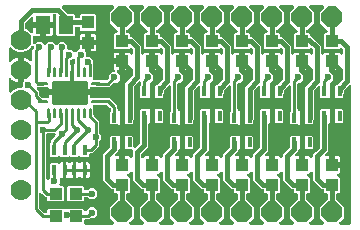
<source format=gbr>
G04 EAGLE Gerber RS-274X export*
G75*
%MOMM*%
%FSLAX34Y34*%
%LPD*%
%INTop Copper*%
%IPPOS*%
%AMOC8*
5,1,8,0,0,1.08239X$1,22.5*%
G01*
%ADD10R,0.355600X0.812800*%
%ADD11R,1.240000X1.500000*%
%ADD12R,1.000000X1.075000*%
%ADD13C,1.778000*%
%ADD14C,0.196000*%
%ADD15C,0.400000*%
%ADD16R,0.450000X0.900000*%
%ADD17R,1.100000X1.000000*%
%ADD18R,1.000000X1.100000*%
%ADD19P,1.924489X8X112.500000*%
%ADD20C,0.304800*%
%ADD21C,0.406400*%
%ADD22C,0.732600*%
%ADD23C,0.254000*%
%ADD24C,0.600000*%

G36*
X91003Y2518D02*
X91003Y2518D01*
X91142Y2531D01*
X91161Y2538D01*
X91181Y2541D01*
X91310Y2592D01*
X91441Y2639D01*
X91458Y2650D01*
X91477Y2658D01*
X91589Y2739D01*
X91704Y2817D01*
X91718Y2833D01*
X91734Y2844D01*
X91823Y2952D01*
X91915Y3056D01*
X91924Y3074D01*
X91937Y3089D01*
X91996Y3215D01*
X92059Y3339D01*
X92064Y3359D01*
X92072Y3377D01*
X92098Y3513D01*
X92129Y3649D01*
X92128Y3670D01*
X92132Y3689D01*
X92123Y3828D01*
X92119Y3967D01*
X92114Y3987D01*
X92112Y4007D01*
X92069Y4139D01*
X92031Y4273D01*
X92021Y4290D01*
X92014Y4309D01*
X91940Y4427D01*
X91869Y4547D01*
X91851Y4568D01*
X91844Y4578D01*
X91829Y4592D01*
X91763Y4667D01*
X88034Y8396D01*
X88034Y17004D01*
X94378Y23347D01*
X94431Y23381D01*
X94459Y23411D01*
X94492Y23434D01*
X94568Y23526D01*
X94649Y23613D01*
X94669Y23648D01*
X94694Y23679D01*
X94745Y23787D01*
X94803Y23891D01*
X94813Y23931D01*
X94830Y23967D01*
X94852Y24084D01*
X94882Y24199D01*
X94886Y24259D01*
X94890Y24279D01*
X94888Y24300D01*
X94892Y24360D01*
X94892Y27680D01*
X94877Y27798D01*
X94870Y27917D01*
X94857Y27955D01*
X94852Y27996D01*
X94809Y28106D01*
X94772Y28219D01*
X94750Y28254D01*
X94735Y28291D01*
X94666Y28387D01*
X94602Y28488D01*
X94572Y28516D01*
X94549Y28549D01*
X94457Y28625D01*
X94370Y28706D01*
X94335Y28726D01*
X94304Y28751D01*
X94196Y28802D01*
X94092Y28860D01*
X94052Y28870D01*
X94016Y28887D01*
X93899Y28909D01*
X93784Y28939D01*
X93724Y28943D01*
X93704Y28947D01*
X93683Y28945D01*
X93623Y28949D01*
X92803Y28949D01*
X91924Y29828D01*
X91924Y31148D01*
X91909Y31266D01*
X91902Y31385D01*
X91889Y31423D01*
X91884Y31464D01*
X91841Y31574D01*
X91804Y31687D01*
X91782Y31722D01*
X91767Y31759D01*
X91698Y31855D01*
X91634Y31956D01*
X91604Y31984D01*
X91581Y32017D01*
X91489Y32093D01*
X91402Y32174D01*
X91367Y32194D01*
X91336Y32219D01*
X91228Y32270D01*
X91124Y32328D01*
X91084Y32338D01*
X91048Y32355D01*
X90931Y32377D01*
X90816Y32407D01*
X90756Y32411D01*
X90736Y32415D01*
X90715Y32413D01*
X90655Y32417D01*
X89587Y32417D01*
X82192Y39812D01*
X82192Y61788D01*
X88021Y67617D01*
X88081Y67695D01*
X88149Y67767D01*
X88173Y67810D01*
X88182Y67821D01*
X88186Y67830D01*
X88215Y67868D01*
X88255Y67959D01*
X88303Y68045D01*
X88318Y68104D01*
X88342Y68160D01*
X88357Y68258D01*
X88382Y68353D01*
X88388Y68453D01*
X88392Y68474D01*
X88390Y68486D01*
X88392Y68514D01*
X88392Y73620D01*
X88403Y73632D01*
X88432Y73685D01*
X88469Y73733D01*
X88509Y73824D01*
X88557Y73910D01*
X88572Y73969D01*
X88596Y74025D01*
X88611Y74123D01*
X88636Y74218D01*
X88642Y74318D01*
X88646Y74339D01*
X88644Y74351D01*
X88646Y74379D01*
X88646Y76822D01*
X89525Y77701D01*
X94682Y77701D01*
X94736Y77688D01*
X94783Y77689D01*
X94829Y77681D01*
X94942Y77692D01*
X95054Y77694D01*
X95099Y77707D01*
X95146Y77711D01*
X95252Y77749D01*
X95361Y77779D01*
X95425Y77811D01*
X95445Y77818D01*
X95460Y77829D01*
X95505Y77851D01*
X95875Y78064D01*
X96384Y78201D01*
X97156Y78201D01*
X97156Y72136D01*
X97156Y66071D01*
X96727Y66071D01*
X96609Y66056D01*
X96490Y66049D01*
X96452Y66036D01*
X96411Y66031D01*
X96301Y65988D01*
X96188Y65951D01*
X96153Y65929D01*
X96116Y65914D01*
X96020Y65845D01*
X95919Y65781D01*
X95891Y65751D01*
X95858Y65728D01*
X95782Y65636D01*
X95701Y65549D01*
X95681Y65514D01*
X95656Y65483D01*
X95605Y65375D01*
X95547Y65271D01*
X95537Y65231D01*
X95520Y65195D01*
X95503Y65107D01*
X93013Y62617D01*
X92928Y62508D01*
X92840Y62401D01*
X92831Y62382D01*
X92819Y62366D01*
X92763Y62238D01*
X92704Y62113D01*
X92700Y62093D01*
X92692Y62074D01*
X92670Y61936D01*
X92644Y61800D01*
X92646Y61780D01*
X92642Y61760D01*
X92655Y61621D01*
X92664Y61483D01*
X92670Y61464D01*
X92672Y61444D01*
X92719Y61312D01*
X92762Y61181D01*
X92773Y61163D01*
X92780Y61144D01*
X92858Y61029D01*
X92932Y60912D01*
X92947Y60898D01*
X92958Y60881D01*
X93063Y60789D01*
X93164Y60694D01*
X93182Y60684D01*
X93197Y60671D01*
X93321Y60607D01*
X93442Y60540D01*
X93462Y60535D01*
X93480Y60526D01*
X93616Y60496D01*
X93750Y60461D01*
X93778Y60459D01*
X93790Y60456D01*
X93811Y60457D01*
X93911Y60451D01*
X95926Y60451D01*
X95926Y54180D01*
X95941Y54062D01*
X95948Y53943D01*
X95960Y53905D01*
X95966Y53865D01*
X96009Y53754D01*
X96046Y53641D01*
X96068Y53607D01*
X96083Y53569D01*
X96152Y53473D01*
X96216Y53372D01*
X96246Y53344D01*
X96269Y53312D01*
X96361Y53236D01*
X96448Y53154D01*
X96483Y53135D01*
X96514Y53109D01*
X96622Y53058D01*
X96726Y53001D01*
X96766Y52991D01*
X96802Y52973D01*
X96919Y52951D01*
X97034Y52921D01*
X97094Y52917D01*
X97114Y52914D01*
X97135Y52915D01*
X97195Y52911D01*
X99655Y52911D01*
X99773Y52926D01*
X99892Y52933D01*
X99930Y52946D01*
X99971Y52951D01*
X100081Y52995D01*
X100194Y53031D01*
X100229Y53053D01*
X100266Y53068D01*
X100362Y53138D01*
X100463Y53201D01*
X100491Y53231D01*
X100524Y53255D01*
X100600Y53346D01*
X100681Y53433D01*
X100701Y53468D01*
X100726Y53500D01*
X100777Y53607D01*
X100835Y53712D01*
X100845Y53751D01*
X100862Y53787D01*
X100884Y53904D01*
X100914Y54020D01*
X100918Y54080D01*
X100922Y54100D01*
X100920Y54120D01*
X100924Y54180D01*
X100924Y60451D01*
X103688Y60451D01*
X104197Y60314D01*
X104654Y60051D01*
X105026Y59678D01*
X105224Y59336D01*
X105312Y59220D01*
X105397Y59102D01*
X105408Y59093D01*
X105416Y59083D01*
X105530Y58992D01*
X105642Y58899D01*
X105655Y58893D01*
X105665Y58885D01*
X105798Y58826D01*
X105930Y58764D01*
X105943Y58761D01*
X105956Y58755D01*
X106100Y58731D01*
X106243Y58704D01*
X106256Y58705D01*
X106269Y58702D01*
X106415Y58714D01*
X106560Y58723D01*
X106573Y58728D01*
X106586Y58729D01*
X106724Y58777D01*
X106862Y58822D01*
X106874Y58829D01*
X106887Y58833D01*
X107008Y58914D01*
X107131Y58992D01*
X107140Y59002D01*
X107152Y59009D01*
X107249Y59117D01*
X107349Y59223D01*
X107356Y59235D01*
X107365Y59245D01*
X107432Y59375D01*
X107503Y59502D01*
X107506Y59515D01*
X107512Y59527D01*
X107546Y59670D01*
X107582Y59810D01*
X107583Y59828D01*
X107585Y59836D01*
X107585Y59854D01*
X107592Y59970D01*
X107592Y65302D01*
X107577Y65420D01*
X107570Y65539D01*
X107557Y65577D01*
X107552Y65618D01*
X107509Y65728D01*
X107472Y65841D01*
X107450Y65876D01*
X107435Y65913D01*
X107366Y66009D01*
X107302Y66110D01*
X107272Y66138D01*
X107249Y66171D01*
X107157Y66247D01*
X107070Y66328D01*
X107035Y66348D01*
X107004Y66373D01*
X106896Y66424D01*
X106792Y66482D01*
X106752Y66492D01*
X106716Y66509D01*
X106599Y66531D01*
X106484Y66561D01*
X106424Y66565D01*
X106404Y66569D01*
X106383Y66567D01*
X106323Y66571D01*
X102168Y66571D01*
X102114Y66584D01*
X102067Y66583D01*
X102021Y66591D01*
X101908Y66580D01*
X101796Y66578D01*
X101751Y66565D01*
X101704Y66561D01*
X101598Y66523D01*
X101489Y66493D01*
X101425Y66461D01*
X101405Y66454D01*
X101390Y66443D01*
X101345Y66421D01*
X100975Y66208D01*
X100466Y66071D01*
X99694Y66071D01*
X99694Y72136D01*
X99694Y78201D01*
X100466Y78201D01*
X100975Y78064D01*
X101345Y77851D01*
X101449Y77807D01*
X101550Y77756D01*
X101595Y77746D01*
X101638Y77728D01*
X101750Y77711D01*
X101860Y77686D01*
X101907Y77688D01*
X101953Y77681D01*
X102065Y77693D01*
X102178Y77696D01*
X102193Y77701D01*
X107325Y77701D01*
X108204Y76822D01*
X108204Y68639D01*
X108221Y68502D01*
X108234Y68363D01*
X108241Y68343D01*
X108244Y68323D01*
X108295Y68195D01*
X108342Y68063D01*
X108353Y68047D01*
X108361Y68028D01*
X108442Y67915D01*
X108520Y67800D01*
X108536Y67787D01*
X108547Y67770D01*
X108655Y67682D01*
X108759Y67590D01*
X108777Y67581D01*
X108792Y67568D01*
X108918Y67508D01*
X109042Y67445D01*
X109062Y67441D01*
X109080Y67432D01*
X109216Y67406D01*
X109352Y67375D01*
X109373Y67376D01*
X109392Y67372D01*
X109531Y67381D01*
X109670Y67385D01*
X109690Y67391D01*
X109710Y67392D01*
X109842Y67435D01*
X109976Y67474D01*
X109993Y67484D01*
X110012Y67490D01*
X110130Y67565D01*
X110250Y67635D01*
X110271Y67654D01*
X110281Y67660D01*
X110295Y67675D01*
X110370Y67741D01*
X113421Y70792D01*
X113481Y70870D01*
X113549Y70942D01*
X113578Y70995D01*
X113615Y71043D01*
X113655Y71134D01*
X113703Y71220D01*
X113718Y71279D01*
X113742Y71335D01*
X113757Y71433D01*
X113782Y71528D01*
X113788Y71628D01*
X113792Y71649D01*
X113790Y71661D01*
X113792Y71689D01*
X113792Y95845D01*
X113803Y95857D01*
X113832Y95910D01*
X113869Y95958D01*
X113909Y96049D01*
X113957Y96135D01*
X113972Y96194D01*
X113996Y96250D01*
X114011Y96348D01*
X114036Y96443D01*
X114042Y96543D01*
X114046Y96564D01*
X114044Y96576D01*
X114046Y96604D01*
X114046Y99047D01*
X114925Y99926D01*
X120082Y99926D01*
X120136Y99913D01*
X120183Y99914D01*
X120229Y99906D01*
X120342Y99917D01*
X120454Y99919D01*
X120499Y99932D01*
X120546Y99936D01*
X120652Y99974D01*
X120761Y100004D01*
X120825Y100036D01*
X120845Y100043D01*
X120860Y100054D01*
X120905Y100076D01*
X121275Y100289D01*
X121784Y100426D01*
X122556Y100426D01*
X122556Y94361D01*
X122556Y88296D01*
X122127Y88296D01*
X122009Y88281D01*
X121890Y88274D01*
X121852Y88261D01*
X121811Y88256D01*
X121701Y88213D01*
X121588Y88176D01*
X121553Y88154D01*
X121516Y88139D01*
X121420Y88070D01*
X121319Y88006D01*
X121291Y87976D01*
X121258Y87953D01*
X121182Y87861D01*
X121101Y87774D01*
X121081Y87739D01*
X121056Y87708D01*
X121005Y87600D01*
X120947Y87496D01*
X120937Y87456D01*
X120920Y87420D01*
X120898Y87303D01*
X120868Y87188D01*
X120864Y87128D01*
X120860Y87108D01*
X120862Y87087D01*
X120858Y87027D01*
X120858Y68237D01*
X115029Y62408D01*
X114969Y62330D01*
X114901Y62258D01*
X114872Y62205D01*
X114835Y62157D01*
X114795Y62066D01*
X114747Y61980D01*
X114732Y61921D01*
X114708Y61865D01*
X114693Y61767D01*
X114668Y61672D01*
X114662Y61572D01*
X114658Y61551D01*
X114660Y61539D01*
X114658Y61511D01*
X114658Y59970D01*
X114676Y59826D01*
X114691Y59681D01*
X114696Y59668D01*
X114698Y59655D01*
X114751Y59519D01*
X114802Y59383D01*
X114810Y59372D01*
X114815Y59359D01*
X114900Y59242D01*
X114983Y59122D01*
X114994Y59113D01*
X115001Y59102D01*
X115114Y59009D01*
X115224Y58914D01*
X115236Y58908D01*
X115246Y58899D01*
X115378Y58837D01*
X115509Y58772D01*
X115522Y58769D01*
X115534Y58764D01*
X115677Y58736D01*
X115820Y58706D01*
X115833Y58706D01*
X115846Y58704D01*
X115992Y58713D01*
X116138Y58719D01*
X116150Y58723D01*
X116164Y58723D01*
X116303Y58768D01*
X116442Y58810D01*
X116454Y58817D01*
X116466Y58822D01*
X116590Y58900D01*
X116714Y58975D01*
X116724Y58984D01*
X116735Y58992D01*
X116835Y59098D01*
X116937Y59202D01*
X116947Y59217D01*
X116953Y59223D01*
X116961Y59238D01*
X117026Y59336D01*
X117224Y59678D01*
X117596Y60051D01*
X118053Y60314D01*
X118562Y60451D01*
X121326Y60451D01*
X121326Y54180D01*
X121341Y54062D01*
X121348Y53943D01*
X121360Y53905D01*
X121366Y53865D01*
X121409Y53754D01*
X121446Y53641D01*
X121468Y53607D01*
X121483Y53569D01*
X121552Y53473D01*
X121616Y53372D01*
X121646Y53344D01*
X121669Y53312D01*
X121761Y53236D01*
X121848Y53154D01*
X121883Y53135D01*
X121914Y53109D01*
X122022Y53058D01*
X122126Y53001D01*
X122166Y52991D01*
X122202Y52973D01*
X122319Y52951D01*
X122434Y52921D01*
X122494Y52917D01*
X122514Y52914D01*
X122535Y52915D01*
X122595Y52911D01*
X125055Y52911D01*
X125173Y52926D01*
X125292Y52933D01*
X125330Y52946D01*
X125371Y52951D01*
X125481Y52995D01*
X125594Y53031D01*
X125629Y53053D01*
X125666Y53068D01*
X125762Y53138D01*
X125863Y53201D01*
X125891Y53231D01*
X125924Y53255D01*
X126000Y53346D01*
X126081Y53433D01*
X126101Y53468D01*
X126126Y53500D01*
X126177Y53607D01*
X126235Y53712D01*
X126245Y53751D01*
X126262Y53787D01*
X126284Y53904D01*
X126314Y54020D01*
X126318Y54080D01*
X126322Y54100D01*
X126320Y54120D01*
X126324Y54180D01*
X126324Y60451D01*
X129088Y60451D01*
X129597Y60314D01*
X130054Y60051D01*
X130426Y59678D01*
X130624Y59336D01*
X130712Y59220D01*
X130797Y59102D01*
X130808Y59093D01*
X130816Y59083D01*
X130930Y58992D01*
X131042Y58899D01*
X131055Y58893D01*
X131065Y58885D01*
X131198Y58826D01*
X131330Y58764D01*
X131343Y58761D01*
X131356Y58755D01*
X131500Y58731D01*
X131643Y58704D01*
X131656Y58705D01*
X131669Y58702D01*
X131815Y58714D01*
X131960Y58723D01*
X131973Y58728D01*
X131986Y58729D01*
X132124Y58777D01*
X132262Y58822D01*
X132274Y58829D01*
X132287Y58833D01*
X132408Y58914D01*
X132531Y58992D01*
X132540Y59002D01*
X132552Y59009D01*
X132649Y59117D01*
X132749Y59223D01*
X132756Y59235D01*
X132765Y59245D01*
X132832Y59375D01*
X132903Y59502D01*
X132906Y59515D01*
X132912Y59527D01*
X132946Y59670D01*
X132982Y59810D01*
X132983Y59828D01*
X132985Y59836D01*
X132985Y59854D01*
X132992Y59970D01*
X132992Y61788D01*
X138821Y67617D01*
X138881Y67695D01*
X138949Y67767D01*
X138973Y67810D01*
X138982Y67821D01*
X138986Y67830D01*
X139015Y67868D01*
X139055Y67959D01*
X139103Y68045D01*
X139118Y68104D01*
X139142Y68160D01*
X139157Y68258D01*
X139182Y68353D01*
X139188Y68453D01*
X139192Y68474D01*
X139190Y68486D01*
X139192Y68514D01*
X139192Y73620D01*
X139203Y73632D01*
X139232Y73685D01*
X139269Y73733D01*
X139309Y73824D01*
X139357Y73910D01*
X139372Y73969D01*
X139396Y74025D01*
X139411Y74122D01*
X139436Y74218D01*
X139442Y74319D01*
X139446Y74339D01*
X139444Y74351D01*
X139446Y74379D01*
X139446Y76822D01*
X140325Y77701D01*
X145482Y77701D01*
X145536Y77688D01*
X145583Y77689D01*
X145629Y77681D01*
X145742Y77692D01*
X145854Y77694D01*
X145899Y77707D01*
X145946Y77711D01*
X146052Y77749D01*
X146161Y77779D01*
X146225Y77811D01*
X146245Y77818D01*
X146260Y77829D01*
X146305Y77851D01*
X146675Y78064D01*
X147184Y78201D01*
X147956Y78201D01*
X147956Y72136D01*
X147956Y66071D01*
X147527Y66071D01*
X147409Y66056D01*
X147290Y66049D01*
X147252Y66036D01*
X147211Y66031D01*
X147101Y65988D01*
X146988Y65951D01*
X146953Y65929D01*
X146916Y65914D01*
X146820Y65845D01*
X146719Y65781D01*
X146691Y65751D01*
X146658Y65728D01*
X146582Y65636D01*
X146501Y65549D01*
X146481Y65514D01*
X146456Y65483D01*
X146405Y65375D01*
X146347Y65271D01*
X146337Y65231D01*
X146320Y65195D01*
X146303Y65107D01*
X143813Y62617D01*
X143728Y62508D01*
X143640Y62401D01*
X143631Y62382D01*
X143619Y62366D01*
X143563Y62238D01*
X143504Y62113D01*
X143500Y62093D01*
X143492Y62074D01*
X143470Y61936D01*
X143444Y61800D01*
X143446Y61780D01*
X143442Y61760D01*
X143455Y61621D01*
X143464Y61483D01*
X143470Y61464D01*
X143472Y61444D01*
X143519Y61312D01*
X143562Y61181D01*
X143573Y61163D01*
X143580Y61144D01*
X143658Y61029D01*
X143732Y60912D01*
X143747Y60898D01*
X143758Y60881D01*
X143863Y60789D01*
X143964Y60694D01*
X143982Y60684D01*
X143997Y60671D01*
X144121Y60607D01*
X144242Y60540D01*
X144262Y60535D01*
X144280Y60526D01*
X144416Y60496D01*
X144550Y60461D01*
X144578Y60459D01*
X144590Y60456D01*
X144611Y60457D01*
X144711Y60451D01*
X146726Y60451D01*
X146726Y54180D01*
X146741Y54062D01*
X146748Y53943D01*
X146760Y53905D01*
X146766Y53865D01*
X146809Y53754D01*
X146846Y53641D01*
X146868Y53607D01*
X146883Y53569D01*
X146952Y53473D01*
X147016Y53372D01*
X147046Y53344D01*
X147069Y53312D01*
X147161Y53236D01*
X147248Y53154D01*
X147283Y53135D01*
X147314Y53109D01*
X147422Y53058D01*
X147526Y53001D01*
X147566Y52991D01*
X147602Y52973D01*
X147719Y52951D01*
X147834Y52921D01*
X147894Y52917D01*
X147914Y52914D01*
X147935Y52915D01*
X147995Y52911D01*
X150455Y52911D01*
X150573Y52926D01*
X150692Y52933D01*
X150730Y52946D01*
X150771Y52951D01*
X150881Y52995D01*
X150994Y53031D01*
X151029Y53053D01*
X151066Y53068D01*
X151162Y53138D01*
X151263Y53201D01*
X151291Y53231D01*
X151324Y53255D01*
X151400Y53346D01*
X151481Y53433D01*
X151501Y53468D01*
X151526Y53500D01*
X151577Y53607D01*
X151635Y53712D01*
X151645Y53751D01*
X151662Y53787D01*
X151684Y53904D01*
X151714Y54020D01*
X151718Y54080D01*
X151722Y54100D01*
X151720Y54120D01*
X151724Y54180D01*
X151724Y60451D01*
X154488Y60451D01*
X154997Y60314D01*
X155454Y60051D01*
X155826Y59678D01*
X156024Y59336D01*
X156112Y59220D01*
X156197Y59102D01*
X156208Y59093D01*
X156216Y59083D01*
X156330Y58992D01*
X156442Y58899D01*
X156455Y58893D01*
X156465Y58885D01*
X156598Y58826D01*
X156730Y58764D01*
X156743Y58761D01*
X156756Y58755D01*
X156900Y58731D01*
X157043Y58704D01*
X157056Y58705D01*
X157069Y58702D01*
X157215Y58714D01*
X157360Y58723D01*
X157373Y58728D01*
X157386Y58729D01*
X157524Y58777D01*
X157662Y58822D01*
X157674Y58829D01*
X157687Y58833D01*
X157808Y58914D01*
X157931Y58992D01*
X157940Y59002D01*
X157952Y59009D01*
X158049Y59117D01*
X158149Y59223D01*
X158156Y59235D01*
X158165Y59245D01*
X158232Y59375D01*
X158303Y59502D01*
X158306Y59515D01*
X158312Y59527D01*
X158346Y59670D01*
X158382Y59810D01*
X158383Y59828D01*
X158385Y59836D01*
X158385Y59854D01*
X158392Y59970D01*
X158392Y61788D01*
X164371Y67767D01*
X164431Y67845D01*
X164499Y67917D01*
X164528Y67970D01*
X164565Y68018D01*
X164605Y68109D01*
X164653Y68195D01*
X164668Y68254D01*
X164692Y68310D01*
X164707Y68408D01*
X164732Y68503D01*
X164738Y68603D01*
X164742Y68624D01*
X164740Y68636D01*
X164742Y68664D01*
X164742Y92222D01*
X164730Y92320D01*
X164727Y92419D01*
X164710Y92477D01*
X164702Y92537D01*
X164666Y92630D01*
X164638Y92725D01*
X164608Y92777D01*
X164592Y92816D01*
X164592Y95845D01*
X164603Y95857D01*
X164632Y95910D01*
X164669Y95958D01*
X164709Y96049D01*
X164757Y96135D01*
X164772Y96194D01*
X164796Y96250D01*
X164811Y96348D01*
X164836Y96443D01*
X164842Y96543D01*
X164846Y96564D01*
X164844Y96576D01*
X164846Y96604D01*
X164846Y99047D01*
X165725Y99926D01*
X170882Y99926D01*
X170936Y99913D01*
X170983Y99914D01*
X171029Y99906D01*
X171142Y99917D01*
X171254Y99919D01*
X171299Y99932D01*
X171346Y99936D01*
X171452Y99974D01*
X171561Y100004D01*
X171625Y100036D01*
X171645Y100043D01*
X171660Y100054D01*
X171705Y100076D01*
X172075Y100289D01*
X172584Y100426D01*
X173356Y100426D01*
X173356Y94361D01*
X173356Y88296D01*
X173077Y88296D01*
X172959Y88281D01*
X172840Y88274D01*
X172802Y88261D01*
X172761Y88256D01*
X172651Y88213D01*
X172538Y88176D01*
X172503Y88154D01*
X172466Y88139D01*
X172370Y88070D01*
X172269Y88006D01*
X172241Y87976D01*
X172208Y87953D01*
X172132Y87861D01*
X172051Y87774D01*
X172031Y87739D01*
X172006Y87708D01*
X171955Y87600D01*
X171897Y87496D01*
X171887Y87456D01*
X171870Y87420D01*
X171848Y87303D01*
X171818Y87188D01*
X171814Y87128D01*
X171810Y87108D01*
X171812Y87087D01*
X171808Y87027D01*
X171808Y65212D01*
X169367Y62771D01*
X169214Y62618D01*
X169128Y62508D01*
X169040Y62401D01*
X169031Y62382D01*
X169019Y62366D01*
X168963Y62238D01*
X168904Y62113D01*
X168900Y62093D01*
X168892Y62074D01*
X168870Y61937D01*
X168844Y61800D01*
X168846Y61780D01*
X168842Y61760D01*
X168855Y61622D01*
X168864Y61483D01*
X168870Y61464D01*
X168872Y61444D01*
X168919Y61313D01*
X168962Y61181D01*
X168973Y61164D01*
X168980Y61144D01*
X169058Y61030D01*
X169132Y60912D01*
X169147Y60898D01*
X169158Y60881D01*
X169262Y60790D01*
X169364Y60694D01*
X169382Y60684D01*
X169397Y60671D01*
X169520Y60608D01*
X169642Y60540D01*
X169662Y60535D01*
X169680Y60526D01*
X169816Y60496D01*
X169950Y60461D01*
X169978Y60459D01*
X169990Y60456D01*
X170011Y60457D01*
X170111Y60451D01*
X172126Y60451D01*
X172126Y54180D01*
X172141Y54062D01*
X172148Y53943D01*
X172160Y53905D01*
X172166Y53865D01*
X172209Y53754D01*
X172246Y53641D01*
X172268Y53607D01*
X172283Y53569D01*
X172352Y53473D01*
X172416Y53372D01*
X172446Y53344D01*
X172469Y53312D01*
X172561Y53236D01*
X172648Y53154D01*
X172683Y53135D01*
X172714Y53109D01*
X172822Y53058D01*
X172926Y53001D01*
X172966Y52991D01*
X173002Y52973D01*
X173119Y52951D01*
X173234Y52921D01*
X173294Y52917D01*
X173314Y52914D01*
X173335Y52915D01*
X173395Y52911D01*
X175855Y52911D01*
X175973Y52926D01*
X176092Y52933D01*
X176130Y52946D01*
X176171Y52951D01*
X176281Y52995D01*
X176394Y53031D01*
X176429Y53053D01*
X176466Y53068D01*
X176562Y53138D01*
X176663Y53201D01*
X176691Y53231D01*
X176724Y53255D01*
X176800Y53346D01*
X176881Y53433D01*
X176901Y53468D01*
X176926Y53500D01*
X176977Y53607D01*
X177035Y53712D01*
X177045Y53751D01*
X177062Y53787D01*
X177084Y53904D01*
X177114Y54020D01*
X177118Y54080D01*
X177122Y54100D01*
X177120Y54120D01*
X177124Y54180D01*
X177124Y60451D01*
X179888Y60451D01*
X180397Y60314D01*
X180854Y60051D01*
X181226Y59678D01*
X181424Y59336D01*
X181512Y59220D01*
X181597Y59102D01*
X181608Y59093D01*
X181616Y59083D01*
X181730Y58992D01*
X181842Y58899D01*
X181855Y58893D01*
X181865Y58885D01*
X181998Y58826D01*
X182130Y58764D01*
X182143Y58761D01*
X182156Y58755D01*
X182300Y58731D01*
X182443Y58704D01*
X182456Y58705D01*
X182469Y58702D01*
X182615Y58714D01*
X182760Y58723D01*
X182773Y58728D01*
X182786Y58729D01*
X182924Y58777D01*
X183062Y58822D01*
X183074Y58829D01*
X183087Y58833D01*
X183208Y58914D01*
X183331Y58992D01*
X183340Y59002D01*
X183352Y59009D01*
X183449Y59117D01*
X183549Y59223D01*
X183556Y59235D01*
X183565Y59245D01*
X183632Y59375D01*
X183703Y59502D01*
X183706Y59515D01*
X183712Y59527D01*
X183746Y59670D01*
X183782Y59810D01*
X183783Y59828D01*
X183785Y59836D01*
X183785Y59854D01*
X183792Y59970D01*
X183792Y61788D01*
X189621Y67617D01*
X189681Y67695D01*
X189749Y67767D01*
X189773Y67810D01*
X189782Y67821D01*
X189786Y67830D01*
X189815Y67868D01*
X189855Y67959D01*
X189903Y68045D01*
X189918Y68104D01*
X189942Y68160D01*
X189957Y68258D01*
X189982Y68353D01*
X189988Y68453D01*
X189992Y68474D01*
X189990Y68486D01*
X189992Y68514D01*
X189992Y73620D01*
X190003Y73632D01*
X190032Y73685D01*
X190069Y73733D01*
X190109Y73824D01*
X190157Y73910D01*
X190172Y73969D01*
X190196Y74025D01*
X190211Y74123D01*
X190236Y74218D01*
X190242Y74318D01*
X190246Y74339D01*
X190244Y74351D01*
X190246Y74379D01*
X190246Y76822D01*
X191125Y77701D01*
X196282Y77701D01*
X196336Y77688D01*
X196383Y77689D01*
X196429Y77681D01*
X196542Y77692D01*
X196654Y77694D01*
X196699Y77707D01*
X196746Y77711D01*
X196852Y77749D01*
X196961Y77779D01*
X197025Y77811D01*
X197045Y77818D01*
X197060Y77829D01*
X197105Y77851D01*
X197475Y78064D01*
X197984Y78201D01*
X198756Y78201D01*
X198756Y72136D01*
X198756Y66071D01*
X198327Y66071D01*
X198209Y66056D01*
X198090Y66049D01*
X198052Y66036D01*
X198011Y66031D01*
X197901Y65988D01*
X197788Y65951D01*
X197753Y65929D01*
X197716Y65914D01*
X197620Y65845D01*
X197519Y65781D01*
X197491Y65751D01*
X197458Y65728D01*
X197382Y65636D01*
X197301Y65549D01*
X197281Y65514D01*
X197256Y65483D01*
X197205Y65375D01*
X197147Y65271D01*
X197137Y65231D01*
X197120Y65195D01*
X197103Y65107D01*
X194613Y62617D01*
X194528Y62508D01*
X194440Y62401D01*
X194431Y62382D01*
X194419Y62366D01*
X194363Y62238D01*
X194304Y62113D01*
X194300Y62093D01*
X194292Y62074D01*
X194270Y61936D01*
X194244Y61800D01*
X194246Y61780D01*
X194242Y61760D01*
X194255Y61621D01*
X194264Y61483D01*
X194270Y61464D01*
X194272Y61444D01*
X194319Y61312D01*
X194362Y61181D01*
X194373Y61163D01*
X194380Y61144D01*
X194458Y61029D01*
X194532Y60912D01*
X194547Y60898D01*
X194558Y60881D01*
X194663Y60789D01*
X194764Y60694D01*
X194782Y60684D01*
X194797Y60671D01*
X194921Y60607D01*
X195042Y60540D01*
X195062Y60535D01*
X195080Y60526D01*
X195216Y60496D01*
X195350Y60461D01*
X195378Y60459D01*
X195390Y60456D01*
X195411Y60457D01*
X195511Y60451D01*
X197526Y60451D01*
X197526Y54180D01*
X197541Y54062D01*
X197548Y53943D01*
X197560Y53905D01*
X197566Y53865D01*
X197609Y53754D01*
X197646Y53641D01*
X197668Y53607D01*
X197683Y53569D01*
X197752Y53473D01*
X197816Y53372D01*
X197846Y53344D01*
X197869Y53312D01*
X197961Y53236D01*
X198048Y53154D01*
X198083Y53135D01*
X198114Y53109D01*
X198222Y53058D01*
X198326Y53001D01*
X198366Y52991D01*
X198402Y52973D01*
X198519Y52951D01*
X198634Y52921D01*
X198694Y52917D01*
X198714Y52914D01*
X198735Y52915D01*
X198795Y52911D01*
X201255Y52911D01*
X201373Y52926D01*
X201492Y52933D01*
X201530Y52946D01*
X201571Y52951D01*
X201681Y52995D01*
X201794Y53031D01*
X201829Y53053D01*
X201866Y53068D01*
X201962Y53138D01*
X202063Y53201D01*
X202091Y53231D01*
X202124Y53255D01*
X202200Y53346D01*
X202281Y53433D01*
X202301Y53468D01*
X202326Y53500D01*
X202377Y53607D01*
X202435Y53712D01*
X202445Y53751D01*
X202462Y53787D01*
X202484Y53904D01*
X202514Y54020D01*
X202518Y54080D01*
X202522Y54100D01*
X202520Y54120D01*
X202524Y54180D01*
X202524Y60451D01*
X205288Y60451D01*
X205797Y60314D01*
X206254Y60051D01*
X206626Y59678D01*
X206824Y59336D01*
X206912Y59220D01*
X206997Y59102D01*
X207008Y59093D01*
X207016Y59083D01*
X207130Y58992D01*
X207242Y58899D01*
X207255Y58893D01*
X207265Y58885D01*
X207398Y58826D01*
X207530Y58764D01*
X207543Y58761D01*
X207556Y58755D01*
X207700Y58731D01*
X207843Y58704D01*
X207856Y58705D01*
X207869Y58702D01*
X208015Y58714D01*
X208160Y58723D01*
X208173Y58728D01*
X208186Y58729D01*
X208324Y58777D01*
X208462Y58822D01*
X208474Y58829D01*
X208487Y58833D01*
X208608Y58914D01*
X208731Y58992D01*
X208740Y59002D01*
X208752Y59009D01*
X208849Y59117D01*
X208949Y59223D01*
X208956Y59235D01*
X208965Y59245D01*
X209032Y59375D01*
X209103Y59502D01*
X209106Y59515D01*
X209112Y59527D01*
X209146Y59670D01*
X209182Y59810D01*
X209183Y59828D01*
X209185Y59836D01*
X209185Y59854D01*
X209192Y59970D01*
X209192Y61788D01*
X215021Y67617D01*
X215081Y67695D01*
X215149Y67767D01*
X215173Y67810D01*
X215182Y67821D01*
X215186Y67830D01*
X215215Y67868D01*
X215255Y67959D01*
X215303Y68045D01*
X215318Y68104D01*
X215342Y68160D01*
X215357Y68258D01*
X215382Y68353D01*
X215388Y68453D01*
X215392Y68474D01*
X215390Y68486D01*
X215392Y68514D01*
X215392Y95845D01*
X215403Y95857D01*
X215432Y95910D01*
X215469Y95958D01*
X215509Y96049D01*
X215557Y96135D01*
X215572Y96194D01*
X215596Y96250D01*
X215611Y96347D01*
X215636Y96443D01*
X215642Y96544D01*
X215646Y96564D01*
X215644Y96576D01*
X215646Y96604D01*
X215646Y99047D01*
X216525Y99926D01*
X221682Y99926D01*
X221736Y99913D01*
X221783Y99914D01*
X221830Y99906D01*
X221942Y99917D01*
X222054Y99919D01*
X222100Y99932D01*
X222147Y99936D01*
X222252Y99974D01*
X222361Y100004D01*
X222426Y100037D01*
X222446Y100044D01*
X222461Y100054D01*
X222505Y100076D01*
X222875Y100289D01*
X223384Y100426D01*
X224156Y100426D01*
X224156Y94361D01*
X224156Y88296D01*
X223727Y88296D01*
X223609Y88281D01*
X223490Y88274D01*
X223452Y88261D01*
X223411Y88256D01*
X223301Y88213D01*
X223188Y88176D01*
X223153Y88154D01*
X223116Y88139D01*
X223020Y88070D01*
X222919Y88006D01*
X222891Y87976D01*
X222858Y87953D01*
X222782Y87861D01*
X222701Y87774D01*
X222681Y87739D01*
X222656Y87708D01*
X222605Y87600D01*
X222547Y87496D01*
X222537Y87456D01*
X222520Y87420D01*
X222498Y87303D01*
X222468Y87188D01*
X222464Y87128D01*
X222460Y87108D01*
X222462Y87087D01*
X222458Y87027D01*
X222458Y65062D01*
X220013Y62617D01*
X219928Y62508D01*
X219840Y62401D01*
X219831Y62382D01*
X219819Y62366D01*
X219763Y62238D01*
X219704Y62113D01*
X219700Y62093D01*
X219692Y62074D01*
X219670Y61936D01*
X219644Y61800D01*
X219646Y61780D01*
X219642Y61760D01*
X219655Y61621D01*
X219664Y61483D01*
X219670Y61464D01*
X219672Y61444D01*
X219719Y61312D01*
X219762Y61181D01*
X219773Y61163D01*
X219780Y61144D01*
X219858Y61029D01*
X219932Y60912D01*
X219947Y60898D01*
X219958Y60881D01*
X220063Y60789D01*
X220164Y60694D01*
X220182Y60684D01*
X220197Y60671D01*
X220321Y60607D01*
X220442Y60540D01*
X220462Y60535D01*
X220480Y60526D01*
X220616Y60496D01*
X220750Y60461D01*
X220778Y60459D01*
X220790Y60456D01*
X220811Y60457D01*
X220911Y60451D01*
X222926Y60451D01*
X222926Y54180D01*
X222941Y54062D01*
X222948Y53943D01*
X222960Y53905D01*
X222966Y53865D01*
X223009Y53754D01*
X223046Y53641D01*
X223068Y53607D01*
X223083Y53569D01*
X223152Y53473D01*
X223216Y53372D01*
X223246Y53344D01*
X223269Y53312D01*
X223361Y53236D01*
X223448Y53154D01*
X223483Y53135D01*
X223514Y53109D01*
X223622Y53058D01*
X223726Y53001D01*
X223766Y52991D01*
X223802Y52973D01*
X223919Y52951D01*
X224034Y52921D01*
X224094Y52917D01*
X224114Y52914D01*
X224135Y52915D01*
X224195Y52911D01*
X226655Y52911D01*
X226773Y52926D01*
X226892Y52933D01*
X226930Y52946D01*
X226971Y52951D01*
X227081Y52995D01*
X227194Y53031D01*
X227229Y53053D01*
X227266Y53068D01*
X227362Y53138D01*
X227463Y53201D01*
X227491Y53231D01*
X227524Y53255D01*
X227600Y53346D01*
X227681Y53433D01*
X227701Y53468D01*
X227726Y53500D01*
X227777Y53607D01*
X227835Y53712D01*
X227845Y53751D01*
X227862Y53787D01*
X227884Y53904D01*
X227914Y54020D01*
X227918Y54080D01*
X227922Y54100D01*
X227920Y54120D01*
X227924Y54180D01*
X227924Y60451D01*
X230688Y60451D01*
X231197Y60314D01*
X231654Y60051D01*
X232026Y59678D01*
X232224Y59336D01*
X232312Y59220D01*
X232397Y59102D01*
X232408Y59093D01*
X232416Y59083D01*
X232530Y58992D01*
X232642Y58899D01*
X232655Y58893D01*
X232665Y58885D01*
X232798Y58826D01*
X232930Y58764D01*
X232943Y58761D01*
X232956Y58755D01*
X233100Y58731D01*
X233243Y58704D01*
X233256Y58705D01*
X233269Y58702D01*
X233415Y58714D01*
X233560Y58723D01*
X233573Y58728D01*
X233586Y58729D01*
X233724Y58777D01*
X233862Y58822D01*
X233874Y58829D01*
X233887Y58833D01*
X234008Y58914D01*
X234131Y58992D01*
X234140Y59002D01*
X234152Y59009D01*
X234249Y59117D01*
X234349Y59223D01*
X234356Y59235D01*
X234365Y59245D01*
X234432Y59375D01*
X234503Y59502D01*
X234506Y59515D01*
X234512Y59527D01*
X234546Y59670D01*
X234582Y59810D01*
X234583Y59828D01*
X234585Y59836D01*
X234585Y59854D01*
X234592Y59970D01*
X234592Y61788D01*
X240421Y67617D01*
X240481Y67695D01*
X240549Y67767D01*
X240573Y67810D01*
X240582Y67821D01*
X240586Y67830D01*
X240615Y67868D01*
X240655Y67959D01*
X240703Y68045D01*
X240718Y68104D01*
X240742Y68160D01*
X240757Y68258D01*
X240782Y68353D01*
X240788Y68453D01*
X240792Y68474D01*
X240790Y68486D01*
X240792Y68514D01*
X240792Y73620D01*
X240803Y73632D01*
X240832Y73685D01*
X240869Y73733D01*
X240909Y73824D01*
X240957Y73910D01*
X240972Y73969D01*
X240996Y74025D01*
X241011Y74123D01*
X241036Y74218D01*
X241042Y74318D01*
X241046Y74339D01*
X241044Y74351D01*
X241046Y74379D01*
X241046Y76822D01*
X241925Y77701D01*
X247082Y77701D01*
X247136Y77688D01*
X247183Y77689D01*
X247229Y77681D01*
X247342Y77692D01*
X247454Y77694D01*
X247499Y77707D01*
X247546Y77711D01*
X247652Y77749D01*
X247761Y77779D01*
X247825Y77811D01*
X247845Y77818D01*
X247860Y77829D01*
X247905Y77851D01*
X248275Y78064D01*
X248784Y78201D01*
X249556Y78201D01*
X249556Y72136D01*
X249556Y66071D01*
X249127Y66071D01*
X249009Y66056D01*
X248890Y66049D01*
X248852Y66036D01*
X248811Y66031D01*
X248701Y65988D01*
X248588Y65951D01*
X248553Y65929D01*
X248516Y65914D01*
X248420Y65845D01*
X248319Y65781D01*
X248291Y65751D01*
X248258Y65728D01*
X248182Y65636D01*
X248101Y65549D01*
X248081Y65514D01*
X248056Y65483D01*
X248005Y65375D01*
X247947Y65271D01*
X247937Y65231D01*
X247920Y65195D01*
X247903Y65107D01*
X245413Y62617D01*
X245328Y62508D01*
X245240Y62401D01*
X245231Y62382D01*
X245219Y62366D01*
X245163Y62238D01*
X245104Y62113D01*
X245100Y62093D01*
X245092Y62074D01*
X245070Y61936D01*
X245044Y61800D01*
X245046Y61780D01*
X245042Y61760D01*
X245055Y61621D01*
X245064Y61483D01*
X245070Y61464D01*
X245072Y61444D01*
X245119Y61312D01*
X245162Y61181D01*
X245173Y61163D01*
X245180Y61144D01*
X245258Y61029D01*
X245332Y60912D01*
X245347Y60898D01*
X245358Y60881D01*
X245463Y60789D01*
X245564Y60694D01*
X245582Y60684D01*
X245597Y60671D01*
X245721Y60607D01*
X245842Y60540D01*
X245862Y60535D01*
X245880Y60526D01*
X246016Y60496D01*
X246150Y60461D01*
X246178Y60459D01*
X246190Y60456D01*
X246211Y60457D01*
X246311Y60451D01*
X248326Y60451D01*
X248326Y54180D01*
X248341Y54062D01*
X248348Y53943D01*
X248360Y53905D01*
X248366Y53865D01*
X248409Y53754D01*
X248446Y53641D01*
X248468Y53607D01*
X248483Y53569D01*
X248552Y53473D01*
X248616Y53372D01*
X248646Y53344D01*
X248669Y53312D01*
X248761Y53236D01*
X248848Y53154D01*
X248883Y53135D01*
X248914Y53109D01*
X249022Y53058D01*
X249126Y53001D01*
X249166Y52991D01*
X249202Y52973D01*
X249319Y52951D01*
X249434Y52921D01*
X249494Y52917D01*
X249514Y52914D01*
X249535Y52915D01*
X249595Y52911D01*
X252055Y52911D01*
X252173Y52926D01*
X252292Y52933D01*
X252330Y52946D01*
X252371Y52951D01*
X252481Y52995D01*
X252594Y53031D01*
X252629Y53053D01*
X252666Y53068D01*
X252762Y53138D01*
X252863Y53201D01*
X252891Y53231D01*
X252924Y53255D01*
X253000Y53346D01*
X253081Y53433D01*
X253101Y53468D01*
X253126Y53500D01*
X253177Y53607D01*
X253235Y53712D01*
X253245Y53751D01*
X253262Y53787D01*
X253284Y53904D01*
X253314Y54020D01*
X253318Y54080D01*
X253322Y54100D01*
X253320Y54120D01*
X253324Y54180D01*
X253324Y60451D01*
X256088Y60451D01*
X256597Y60314D01*
X257054Y60051D01*
X257426Y59678D01*
X257624Y59336D01*
X257712Y59220D01*
X257797Y59102D01*
X257808Y59093D01*
X257816Y59083D01*
X257930Y58992D01*
X258042Y58899D01*
X258055Y58893D01*
X258065Y58885D01*
X258198Y58826D01*
X258330Y58764D01*
X258343Y58761D01*
X258356Y58755D01*
X258500Y58731D01*
X258643Y58704D01*
X258656Y58705D01*
X258669Y58702D01*
X258815Y58714D01*
X258960Y58723D01*
X258973Y58728D01*
X258986Y58729D01*
X259124Y58777D01*
X259262Y58822D01*
X259274Y58829D01*
X259287Y58833D01*
X259408Y58914D01*
X259531Y58992D01*
X259540Y59002D01*
X259552Y59009D01*
X259649Y59117D01*
X259749Y59223D01*
X259756Y59235D01*
X259765Y59245D01*
X259832Y59375D01*
X259903Y59502D01*
X259906Y59515D01*
X259912Y59527D01*
X259946Y59670D01*
X259982Y59810D01*
X259983Y59828D01*
X259985Y59836D01*
X259985Y59854D01*
X259992Y59970D01*
X259992Y61788D01*
X262433Y64229D01*
X265821Y67617D01*
X265881Y67695D01*
X265949Y67767D01*
X265973Y67810D01*
X265982Y67821D01*
X265986Y67830D01*
X266015Y67868D01*
X266055Y67959D01*
X266103Y68045D01*
X266118Y68104D01*
X266142Y68160D01*
X266157Y68258D01*
X266182Y68353D01*
X266188Y68453D01*
X266192Y68474D01*
X266190Y68486D01*
X266192Y68514D01*
X266192Y95845D01*
X266203Y95857D01*
X266232Y95910D01*
X266269Y95958D01*
X266309Y96049D01*
X266357Y96135D01*
X266372Y96194D01*
X266396Y96250D01*
X266411Y96348D01*
X266436Y96443D01*
X266442Y96543D01*
X266446Y96564D01*
X266444Y96576D01*
X266446Y96604D01*
X266446Y99047D01*
X267325Y99926D01*
X272482Y99926D01*
X272536Y99913D01*
X272583Y99914D01*
X272629Y99906D01*
X272742Y99917D01*
X272854Y99919D01*
X272899Y99932D01*
X272946Y99936D01*
X273052Y99974D01*
X273161Y100004D01*
X273225Y100036D01*
X273245Y100043D01*
X273260Y100054D01*
X273305Y100076D01*
X273675Y100289D01*
X274184Y100426D01*
X274956Y100426D01*
X274956Y94361D01*
X274956Y88296D01*
X274527Y88296D01*
X274409Y88281D01*
X274290Y88274D01*
X274252Y88261D01*
X274211Y88256D01*
X274101Y88213D01*
X273988Y88176D01*
X273953Y88154D01*
X273916Y88139D01*
X273820Y88070D01*
X273719Y88006D01*
X273691Y87976D01*
X273658Y87953D01*
X273582Y87861D01*
X273501Y87774D01*
X273481Y87739D01*
X273456Y87708D01*
X273405Y87600D01*
X273347Y87496D01*
X273337Y87456D01*
X273320Y87420D01*
X273298Y87303D01*
X273268Y87188D01*
X273264Y87128D01*
X273260Y87108D01*
X273262Y87087D01*
X273258Y87027D01*
X273258Y65062D01*
X270817Y62621D01*
X270813Y62617D01*
X270728Y62508D01*
X270640Y62401D01*
X270631Y62382D01*
X270619Y62366D01*
X270563Y62238D01*
X270504Y62113D01*
X270500Y62093D01*
X270492Y62074D01*
X270470Y61936D01*
X270444Y61800D01*
X270446Y61780D01*
X270442Y61760D01*
X270455Y61621D01*
X270464Y61483D01*
X270470Y61464D01*
X270472Y61444D01*
X270519Y61312D01*
X270562Y61181D01*
X270573Y61163D01*
X270580Y61144D01*
X270658Y61029D01*
X270732Y60912D01*
X270747Y60898D01*
X270758Y60881D01*
X270862Y60789D01*
X270964Y60694D01*
X270982Y60684D01*
X270997Y60671D01*
X271121Y60607D01*
X271242Y60540D01*
X271262Y60535D01*
X271280Y60526D01*
X271416Y60496D01*
X271550Y60461D01*
X271578Y60459D01*
X271590Y60456D01*
X271611Y60457D01*
X271711Y60451D01*
X273726Y60451D01*
X273726Y54180D01*
X273741Y54062D01*
X273748Y53943D01*
X273760Y53905D01*
X273766Y53865D01*
X273809Y53754D01*
X273846Y53641D01*
X273868Y53607D01*
X273883Y53569D01*
X273952Y53473D01*
X274016Y53372D01*
X274046Y53344D01*
X274069Y53312D01*
X274161Y53236D01*
X274248Y53154D01*
X274283Y53135D01*
X274314Y53109D01*
X274422Y53058D01*
X274526Y53001D01*
X274566Y52991D01*
X274602Y52973D01*
X274719Y52951D01*
X274834Y52921D01*
X274894Y52917D01*
X274914Y52914D01*
X274935Y52915D01*
X274995Y52911D01*
X276186Y52911D01*
X276186Y51720D01*
X276201Y51602D01*
X276208Y51483D01*
X276221Y51445D01*
X276226Y51404D01*
X276270Y51294D01*
X276306Y51181D01*
X276328Y51146D01*
X276343Y51109D01*
X276413Y51012D01*
X276476Y50912D01*
X276506Y50884D01*
X276530Y50851D01*
X276621Y50775D01*
X276708Y50694D01*
X276743Y50674D01*
X276775Y50649D01*
X276882Y50598D01*
X276987Y50540D01*
X277026Y50530D01*
X277062Y50513D01*
X277179Y50491D01*
X277295Y50461D01*
X277355Y50457D01*
X277375Y50453D01*
X277395Y50455D01*
X277455Y50451D01*
X283226Y50451D01*
X283226Y47187D01*
X283089Y46678D01*
X282826Y46221D01*
X282454Y45849D01*
X281997Y45586D01*
X281476Y45446D01*
X281335Y45388D01*
X281193Y45332D01*
X281188Y45328D01*
X281182Y45326D01*
X281059Y45235D01*
X280936Y45146D01*
X280932Y45140D01*
X280926Y45136D01*
X280830Y45018D01*
X280733Y44901D01*
X280730Y44894D01*
X280726Y44889D01*
X280662Y44750D01*
X280598Y44613D01*
X280596Y44606D01*
X280594Y44600D01*
X280566Y44449D01*
X280538Y44300D01*
X280538Y44294D01*
X280537Y44287D01*
X280548Y44134D01*
X280558Y43983D01*
X280560Y43977D01*
X280560Y43970D01*
X280609Y43825D01*
X280656Y43681D01*
X280659Y43675D01*
X280661Y43668D01*
X280744Y43541D01*
X280826Y43412D01*
X280831Y43407D01*
X280834Y43402D01*
X280946Y43299D01*
X281057Y43194D01*
X281063Y43191D01*
X281068Y43186D01*
X281202Y43114D01*
X281336Y43040D01*
X281342Y43039D01*
X281348Y43036D01*
X281497Y42999D01*
X281644Y42961D01*
X281653Y42960D01*
X281657Y42959D01*
X281668Y42959D01*
X281805Y42951D01*
X281847Y42951D01*
X282726Y42072D01*
X282726Y29828D01*
X281847Y28949D01*
X281027Y28949D01*
X280909Y28934D01*
X280790Y28927D01*
X280752Y28914D01*
X280711Y28909D01*
X280601Y28866D01*
X280488Y28829D01*
X280453Y28807D01*
X280416Y28792D01*
X280320Y28723D01*
X280219Y28659D01*
X280191Y28629D01*
X280158Y28606D01*
X280082Y28514D01*
X280001Y28427D01*
X279981Y28392D01*
X279956Y28361D01*
X279905Y28253D01*
X279847Y28149D01*
X279837Y28109D01*
X279820Y28073D01*
X279798Y27956D01*
X279768Y27841D01*
X279764Y27781D01*
X279760Y27761D01*
X279762Y27740D01*
X279758Y27680D01*
X279758Y24360D01*
X279773Y24242D01*
X279780Y24123D01*
X279793Y24085D01*
X279798Y24044D01*
X279841Y23934D01*
X279878Y23821D01*
X279900Y23786D01*
X279915Y23749D01*
X279984Y23653D01*
X280048Y23552D01*
X280078Y23524D01*
X280101Y23491D01*
X280193Y23415D01*
X280280Y23334D01*
X280293Y23327D01*
X286616Y17004D01*
X286616Y8396D01*
X282887Y4667D01*
X282802Y4558D01*
X282713Y4451D01*
X282705Y4432D01*
X282692Y4416D01*
X282637Y4288D01*
X282578Y4163D01*
X282574Y4143D01*
X282566Y4124D01*
X282544Y3986D01*
X282518Y3850D01*
X282519Y3830D01*
X282516Y3810D01*
X282529Y3671D01*
X282538Y3533D01*
X282544Y3514D01*
X282546Y3494D01*
X282593Y3362D01*
X282636Y3231D01*
X282647Y3213D01*
X282653Y3194D01*
X282732Y3079D01*
X282806Y2962D01*
X282821Y2948D01*
X282832Y2931D01*
X282936Y2839D01*
X283038Y2744D01*
X283055Y2734D01*
X283070Y2721D01*
X283195Y2657D01*
X283316Y2590D01*
X283336Y2585D01*
X283354Y2576D01*
X283490Y2546D01*
X283624Y2511D01*
X283652Y2509D01*
X283664Y2506D01*
X283684Y2507D01*
X283785Y2501D01*
X291505Y2501D01*
X291623Y2516D01*
X291742Y2523D01*
X291780Y2536D01*
X291821Y2541D01*
X291931Y2584D01*
X292044Y2621D01*
X292079Y2643D01*
X292116Y2658D01*
X292212Y2727D01*
X292313Y2791D01*
X292341Y2821D01*
X292374Y2844D01*
X292450Y2936D01*
X292531Y3023D01*
X292551Y3058D01*
X292576Y3089D01*
X292627Y3197D01*
X292685Y3301D01*
X292695Y3341D01*
X292712Y3377D01*
X292734Y3494D01*
X292764Y3609D01*
X292768Y3669D01*
X292772Y3689D01*
X292770Y3710D01*
X292774Y3770D01*
X292774Y119614D01*
X292757Y119752D01*
X292744Y119890D01*
X292737Y119909D01*
X292734Y119930D01*
X292683Y120059D01*
X292636Y120190D01*
X292625Y120206D01*
X292617Y120225D01*
X292536Y120338D01*
X292458Y120453D01*
X292442Y120466D01*
X292431Y120483D01*
X292323Y120571D01*
X292219Y120663D01*
X292201Y120672D01*
X292186Y120685D01*
X292060Y120744D01*
X291936Y120808D01*
X291916Y120812D01*
X291898Y120821D01*
X291762Y120847D01*
X291626Y120878D01*
X291605Y120877D01*
X291586Y120881D01*
X291447Y120872D01*
X291308Y120868D01*
X291288Y120862D01*
X291268Y120861D01*
X291136Y120818D01*
X291002Y120779D01*
X290985Y120769D01*
X290966Y120763D01*
X290848Y120689D01*
X290728Y120618D01*
X290707Y120599D01*
X290697Y120593D01*
X290683Y120578D01*
X290607Y120511D01*
X290017Y119920D01*
X286629Y116533D01*
X286569Y116455D01*
X286501Y116383D01*
X286472Y116330D01*
X286435Y116282D01*
X286395Y116191D01*
X286347Y116105D01*
X286332Y116046D01*
X286308Y115990D01*
X286293Y115892D01*
X286268Y115797D01*
X286262Y115697D01*
X286258Y115676D01*
X286260Y115664D01*
X286258Y115636D01*
X286258Y113705D01*
X286247Y113693D01*
X286218Y113640D01*
X286181Y113592D01*
X286141Y113501D01*
X286093Y113415D01*
X286078Y113356D01*
X286054Y113300D01*
X286039Y113202D01*
X286014Y113107D01*
X286008Y113016D01*
X286006Y113006D01*
X286007Y113001D01*
X286004Y112986D01*
X286006Y112974D01*
X286004Y112946D01*
X286004Y110503D01*
X285125Y109624D01*
X279968Y109624D01*
X279914Y109637D01*
X279867Y109636D01*
X279821Y109644D01*
X279708Y109633D01*
X279596Y109631D01*
X279551Y109618D01*
X279504Y109614D01*
X279398Y109576D01*
X279289Y109546D01*
X279225Y109514D01*
X279205Y109507D01*
X279190Y109496D01*
X279145Y109474D01*
X278775Y109261D01*
X278266Y109124D01*
X277494Y109124D01*
X277494Y115189D01*
X277494Y121254D01*
X278266Y121254D01*
X278775Y121117D01*
X279145Y120904D01*
X279249Y120860D01*
X279350Y120809D01*
X279395Y120799D01*
X279438Y120781D01*
X279550Y120764D01*
X279660Y120739D01*
X279707Y120741D01*
X279753Y120734D01*
X279865Y120746D01*
X279978Y120749D01*
X279993Y120754D01*
X280332Y120754D01*
X280430Y120766D01*
X280529Y120769D01*
X280587Y120786D01*
X280647Y120794D01*
X280740Y120830D01*
X280835Y120858D01*
X280887Y120888D01*
X280943Y120911D01*
X281023Y120969D01*
X281109Y121019D01*
X281184Y121085D01*
X281201Y121097D01*
X281208Y121107D01*
X281229Y121125D01*
X285021Y124917D01*
X285081Y124995D01*
X285149Y125067D01*
X285178Y125120D01*
X285215Y125168D01*
X285255Y125259D01*
X285303Y125345D01*
X285318Y125404D01*
X285342Y125460D01*
X285357Y125558D01*
X285382Y125653D01*
X285388Y125753D01*
X285392Y125774D01*
X285390Y125786D01*
X285392Y125814D01*
X285392Y133830D01*
X285374Y133974D01*
X285359Y134119D01*
X285354Y134132D01*
X285352Y134145D01*
X285299Y134281D01*
X285248Y134417D01*
X285240Y134428D01*
X285235Y134441D01*
X285150Y134558D01*
X285067Y134678D01*
X285056Y134687D01*
X285049Y134698D01*
X284937Y134791D01*
X284826Y134886D01*
X284814Y134892D01*
X284804Y134901D01*
X284672Y134963D01*
X284541Y135028D01*
X284528Y135031D01*
X284516Y135036D01*
X284373Y135064D01*
X284230Y135094D01*
X284217Y135094D01*
X284204Y135096D01*
X284058Y135087D01*
X283912Y135081D01*
X283900Y135077D01*
X283886Y135077D01*
X283747Y135032D01*
X283608Y134990D01*
X283596Y134983D01*
X283584Y134978D01*
X283460Y134900D01*
X283336Y134825D01*
X283326Y134816D01*
X283315Y134808D01*
X283215Y134702D01*
X283113Y134598D01*
X283103Y134583D01*
X283097Y134577D01*
X283089Y134562D01*
X283024Y134464D01*
X282826Y134122D01*
X282454Y133749D01*
X281997Y133486D01*
X281488Y133349D01*
X278724Y133349D01*
X278724Y139495D01*
X278709Y139613D01*
X278702Y139732D01*
X278689Y139770D01*
X278684Y139810D01*
X278641Y139921D01*
X278604Y140034D01*
X278582Y140068D01*
X278567Y140106D01*
X278498Y140202D01*
X278434Y140303D01*
X278404Y140331D01*
X278381Y140363D01*
X278289Y140439D01*
X278202Y140521D01*
X278167Y140540D01*
X278136Y140566D01*
X278028Y140617D01*
X277924Y140674D01*
X277884Y140684D01*
X277848Y140702D01*
X277741Y140722D01*
X277771Y140726D01*
X277881Y140770D01*
X277994Y140806D01*
X278029Y140828D01*
X278066Y140843D01*
X278162Y140913D01*
X278263Y140976D01*
X278291Y141006D01*
X278324Y141030D01*
X278400Y141121D01*
X278481Y141208D01*
X278501Y141243D01*
X278526Y141275D01*
X278577Y141382D01*
X278635Y141487D01*
X278645Y141526D01*
X278662Y141562D01*
X278684Y141679D01*
X278714Y141795D01*
X278718Y141855D01*
X278722Y141875D01*
X278720Y141895D01*
X278724Y141955D01*
X278724Y148101D01*
X281488Y148101D01*
X281997Y147964D01*
X282454Y147701D01*
X282826Y147328D01*
X283024Y146986D01*
X283112Y146870D01*
X283197Y146752D01*
X283208Y146743D01*
X283216Y146733D01*
X283330Y146642D01*
X283442Y146549D01*
X283455Y146543D01*
X283465Y146535D01*
X283598Y146476D01*
X283730Y146414D01*
X283743Y146411D01*
X283756Y146405D01*
X283900Y146381D01*
X284043Y146354D01*
X284056Y146355D01*
X284069Y146352D01*
X284215Y146364D01*
X284360Y146373D01*
X284373Y146378D01*
X284386Y146379D01*
X284524Y146427D01*
X284662Y146472D01*
X284674Y146479D01*
X284687Y146483D01*
X284808Y146564D01*
X284931Y146642D01*
X284940Y146652D01*
X284952Y146659D01*
X285049Y146767D01*
X285149Y146873D01*
X285156Y146885D01*
X285165Y146895D01*
X285232Y147025D01*
X285303Y147152D01*
X285306Y147165D01*
X285312Y147177D01*
X285346Y147320D01*
X285382Y147460D01*
X285383Y147478D01*
X285385Y147486D01*
X285385Y147504D01*
X285392Y147620D01*
X285392Y150411D01*
X285380Y150509D01*
X285377Y150608D01*
X285360Y150666D01*
X285352Y150726D01*
X285316Y150819D01*
X285288Y150914D01*
X285258Y150966D01*
X285235Y151022D01*
X285177Y151102D01*
X285127Y151188D01*
X285061Y151263D01*
X285049Y151280D01*
X285039Y151287D01*
X285021Y151308D01*
X284561Y151768D01*
X284466Y151841D01*
X284377Y151920D01*
X284341Y151938D01*
X284309Y151963D01*
X284200Y152011D01*
X284094Y152065D01*
X284055Y152074D01*
X284018Y152090D01*
X283900Y152108D01*
X283784Y152134D01*
X283743Y152133D01*
X283703Y152139D01*
X283585Y152128D01*
X283466Y152125D01*
X283427Y152113D01*
X283387Y152110D01*
X283275Y152069D01*
X283160Y152036D01*
X283126Y152016D01*
X283088Y152002D01*
X282989Y151935D01*
X282886Y151875D01*
X282841Y151835D01*
X282824Y151823D01*
X282811Y151808D01*
X282766Y151768D01*
X281847Y150849D01*
X270603Y150849D01*
X269724Y151728D01*
X269724Y163722D01*
X270603Y164601D01*
X271423Y164601D01*
X271541Y164616D01*
X271660Y164623D01*
X271698Y164636D01*
X271739Y164641D01*
X271849Y164684D01*
X271962Y164721D01*
X271997Y164743D01*
X272034Y164758D01*
X272130Y164827D01*
X272231Y164891D01*
X272259Y164921D01*
X272292Y164944D01*
X272368Y165036D01*
X272449Y165123D01*
X272469Y165158D01*
X272494Y165189D01*
X272545Y165297D01*
X272603Y165401D01*
X272613Y165441D01*
X272630Y165477D01*
X272652Y165594D01*
X272682Y165709D01*
X272686Y165769D01*
X272690Y165789D01*
X272688Y165810D01*
X272692Y165870D01*
X272692Y166140D01*
X272677Y166258D01*
X272670Y166377D01*
X272657Y166415D01*
X272652Y166456D01*
X272609Y166566D01*
X272572Y166679D01*
X272550Y166714D01*
X272535Y166751D01*
X272466Y166847D01*
X272402Y166948D01*
X272372Y166976D01*
X272349Y167009D01*
X272257Y167085D01*
X272170Y167166D01*
X272157Y167173D01*
X265834Y173496D01*
X265834Y182104D01*
X269563Y185833D01*
X269648Y185942D01*
X269737Y186049D01*
X269745Y186068D01*
X269758Y186084D01*
X269813Y186212D01*
X269872Y186337D01*
X269876Y186357D01*
X269884Y186376D01*
X269906Y186514D01*
X269932Y186650D01*
X269931Y186670D01*
X269934Y186690D01*
X269921Y186829D01*
X269912Y186967D01*
X269906Y186986D01*
X269904Y187006D01*
X269857Y187138D01*
X269814Y187269D01*
X269803Y187287D01*
X269797Y187306D01*
X269718Y187421D01*
X269644Y187538D01*
X269629Y187552D01*
X269618Y187569D01*
X269514Y187661D01*
X269412Y187756D01*
X269395Y187766D01*
X269380Y187779D01*
X269255Y187843D01*
X269134Y187910D01*
X269114Y187915D01*
X269096Y187924D01*
X268960Y187954D01*
X268826Y187989D01*
X268798Y187991D01*
X268786Y187994D01*
X268766Y187993D01*
X268665Y187999D01*
X258385Y187999D01*
X258247Y187982D01*
X258108Y187969D01*
X258089Y187962D01*
X258069Y187959D01*
X257940Y187908D01*
X257809Y187861D01*
X257792Y187850D01*
X257773Y187842D01*
X257661Y187761D01*
X257546Y187683D01*
X257532Y187667D01*
X257516Y187656D01*
X257427Y187548D01*
X257335Y187444D01*
X257326Y187426D01*
X257313Y187411D01*
X257254Y187285D01*
X257191Y187161D01*
X257186Y187141D01*
X257178Y187123D01*
X257152Y186987D01*
X257121Y186851D01*
X257122Y186830D01*
X257118Y186811D01*
X257127Y186672D01*
X257131Y186533D01*
X257136Y186513D01*
X257138Y186493D01*
X257181Y186361D01*
X257219Y186227D01*
X257229Y186210D01*
X257236Y186191D01*
X257310Y186073D01*
X257381Y185953D01*
X257399Y185932D01*
X257406Y185922D01*
X257421Y185908D01*
X257487Y185833D01*
X261216Y182104D01*
X261216Y173496D01*
X254872Y167153D01*
X254819Y167119D01*
X254791Y167089D01*
X254758Y167066D01*
X254682Y166974D01*
X254601Y166887D01*
X254581Y166852D01*
X254556Y166821D01*
X254505Y166713D01*
X254447Y166609D01*
X254437Y166569D01*
X254420Y166533D01*
X254398Y166416D01*
X254368Y166301D01*
X254364Y166241D01*
X254360Y166221D01*
X254362Y166200D01*
X254358Y166140D01*
X254358Y165870D01*
X254373Y165752D01*
X254380Y165633D01*
X254393Y165595D01*
X254398Y165554D01*
X254441Y165444D01*
X254478Y165331D01*
X254500Y165296D01*
X254515Y165259D01*
X254584Y165163D01*
X254648Y165062D01*
X254678Y165034D01*
X254701Y165001D01*
X254793Y164925D01*
X254880Y164844D01*
X254915Y164824D01*
X254946Y164799D01*
X255054Y164748D01*
X255158Y164690D01*
X255198Y164680D01*
X255234Y164663D01*
X255351Y164641D01*
X255466Y164611D01*
X255526Y164607D01*
X255546Y164603D01*
X255567Y164605D01*
X255627Y164601D01*
X256447Y164601D01*
X257326Y163722D01*
X257326Y163552D01*
X257341Y163434D01*
X257348Y163315D01*
X257361Y163277D01*
X257366Y163236D01*
X257409Y163126D01*
X257446Y163013D01*
X257468Y162978D01*
X257483Y162941D01*
X257552Y162845D01*
X257616Y162744D01*
X257646Y162716D01*
X257669Y162683D01*
X257761Y162607D01*
X257848Y162526D01*
X257883Y162506D01*
X257914Y162481D01*
X258022Y162430D01*
X258126Y162372D01*
X258166Y162362D01*
X258202Y162345D01*
X258319Y162323D01*
X258434Y162293D01*
X258494Y162289D01*
X258514Y162285D01*
X258535Y162287D01*
X258595Y162283D01*
X258638Y162283D01*
X267058Y153863D01*
X267058Y147620D01*
X267076Y147476D01*
X267091Y147331D01*
X267096Y147318D01*
X267098Y147305D01*
X267151Y147169D01*
X267202Y147033D01*
X267210Y147022D01*
X267215Y147009D01*
X267300Y146892D01*
X267383Y146772D01*
X267394Y146763D01*
X267401Y146752D01*
X267514Y146659D01*
X267624Y146564D01*
X267636Y146558D01*
X267646Y146549D01*
X267778Y146487D01*
X267909Y146422D01*
X267922Y146419D01*
X267934Y146414D01*
X268077Y146386D01*
X268220Y146356D01*
X268233Y146356D01*
X268246Y146354D01*
X268392Y146363D01*
X268538Y146369D01*
X268550Y146373D01*
X268564Y146373D01*
X268703Y146418D01*
X268842Y146460D01*
X268854Y146467D01*
X268866Y146472D01*
X268990Y146550D01*
X269114Y146625D01*
X269124Y146634D01*
X269135Y146642D01*
X269235Y146748D01*
X269337Y146852D01*
X269347Y146867D01*
X269353Y146873D01*
X269361Y146888D01*
X269426Y146986D01*
X269624Y147328D01*
X269996Y147701D01*
X270453Y147964D01*
X270962Y148101D01*
X273726Y148101D01*
X273726Y141955D01*
X273741Y141837D01*
X273748Y141718D01*
X273760Y141680D01*
X273766Y141640D01*
X273809Y141529D01*
X273846Y141416D01*
X273868Y141382D01*
X273883Y141344D01*
X273952Y141248D01*
X274016Y141147D01*
X274046Y141119D01*
X274069Y141087D01*
X274161Y141011D01*
X274248Y140929D01*
X274283Y140910D01*
X274314Y140884D01*
X274422Y140833D01*
X274526Y140776D01*
X274566Y140766D01*
X274602Y140748D01*
X274709Y140728D01*
X274679Y140724D01*
X274569Y140680D01*
X274456Y140644D01*
X274421Y140622D01*
X274384Y140607D01*
X274287Y140537D01*
X274187Y140474D01*
X274159Y140444D01*
X274126Y140420D01*
X274050Y140329D01*
X273969Y140242D01*
X273949Y140207D01*
X273924Y140175D01*
X273873Y140068D01*
X273815Y139963D01*
X273805Y139924D01*
X273788Y139888D01*
X273766Y139771D01*
X273736Y139655D01*
X273732Y139595D01*
X273728Y139575D01*
X273730Y139555D01*
X273726Y139495D01*
X273726Y132770D01*
X273741Y132652D01*
X273748Y132533D01*
X273760Y132495D01*
X273766Y132454D01*
X273809Y132344D01*
X273846Y132231D01*
X273868Y132196D01*
X273883Y132159D01*
X273952Y132063D01*
X274016Y131962D01*
X274046Y131934D01*
X274069Y131901D01*
X274161Y131825D01*
X274248Y131744D01*
X274283Y131724D01*
X274314Y131699D01*
X274422Y131648D01*
X274526Y131590D01*
X274566Y131580D01*
X274602Y131563D01*
X274719Y131541D01*
X274834Y131511D01*
X274894Y131507D01*
X274911Y131504D01*
X277551Y128864D01*
X277551Y125136D01*
X275835Y123420D01*
X275750Y123311D01*
X275662Y123204D01*
X275653Y123185D01*
X275641Y123169D01*
X275621Y123125D01*
X275543Y123074D01*
X275417Y122994D01*
X275410Y122987D01*
X275402Y122981D01*
X275286Y122869D01*
X275246Y122812D01*
X275199Y122762D01*
X275155Y122683D01*
X275103Y122608D01*
X275079Y122544D01*
X275045Y122483D01*
X275023Y122396D01*
X274991Y122311D01*
X274983Y122242D01*
X274966Y122176D01*
X274956Y122015D01*
X274956Y115189D01*
X274956Y109124D01*
X274184Y109124D01*
X273675Y109261D01*
X273305Y109474D01*
X273201Y109518D01*
X273100Y109569D01*
X273055Y109579D01*
X273012Y109597D01*
X272900Y109614D01*
X272790Y109639D01*
X272743Y109637D01*
X272697Y109644D01*
X272585Y109632D01*
X272472Y109629D01*
X272457Y109624D01*
X267325Y109624D01*
X266446Y110503D01*
X266446Y118686D01*
X266429Y118823D01*
X266416Y118962D01*
X266409Y118982D01*
X266406Y119002D01*
X266355Y119130D01*
X266308Y119262D01*
X266297Y119278D01*
X266289Y119297D01*
X266208Y119410D01*
X266130Y119525D01*
X266114Y119538D01*
X266103Y119555D01*
X265995Y119643D01*
X265891Y119735D01*
X265873Y119744D01*
X265858Y119757D01*
X265732Y119817D01*
X265608Y119880D01*
X265588Y119884D01*
X265570Y119893D01*
X265434Y119919D01*
X265298Y119950D01*
X265277Y119949D01*
X265258Y119953D01*
X265119Y119944D01*
X264980Y119940D01*
X264960Y119934D01*
X264940Y119933D01*
X264808Y119890D01*
X264674Y119851D01*
X264657Y119841D01*
X264638Y119835D01*
X264520Y119760D01*
X264400Y119690D01*
X264379Y119671D01*
X264369Y119665D01*
X264355Y119650D01*
X264280Y119584D01*
X261229Y116533D01*
X261169Y116455D01*
X261101Y116383D01*
X261072Y116330D01*
X261035Y116282D01*
X260995Y116191D01*
X260947Y116105D01*
X260932Y116046D01*
X260908Y115990D01*
X260893Y115892D01*
X260868Y115797D01*
X260862Y115697D01*
X260858Y115676D01*
X260860Y115664D01*
X260858Y115636D01*
X260858Y91480D01*
X260847Y91468D01*
X260818Y91415D01*
X260781Y91367D01*
X260741Y91276D01*
X260693Y91190D01*
X260678Y91131D01*
X260654Y91075D01*
X260639Y90977D01*
X260614Y90882D01*
X260608Y90782D01*
X260604Y90761D01*
X260606Y90749D01*
X260604Y90721D01*
X260604Y88278D01*
X259725Y87399D01*
X254568Y87399D01*
X254514Y87412D01*
X254467Y87411D01*
X254421Y87419D01*
X254308Y87408D01*
X254196Y87406D01*
X254151Y87393D01*
X254104Y87389D01*
X253998Y87351D01*
X253889Y87321D01*
X253825Y87289D01*
X253805Y87282D01*
X253790Y87271D01*
X253745Y87249D01*
X253375Y87036D01*
X252866Y86899D01*
X252094Y86899D01*
X252094Y92964D01*
X252094Y99029D01*
X252523Y99029D01*
X252641Y99044D01*
X252760Y99051D01*
X252798Y99064D01*
X252839Y99069D01*
X252949Y99112D01*
X253062Y99149D01*
X253097Y99171D01*
X253134Y99186D01*
X253230Y99255D01*
X253331Y99319D01*
X253359Y99349D01*
X253392Y99372D01*
X253468Y99464D01*
X253549Y99551D01*
X253569Y99586D01*
X253594Y99617D01*
X253645Y99725D01*
X253703Y99829D01*
X253713Y99869D01*
X253730Y99905D01*
X253752Y100022D01*
X253782Y100137D01*
X253786Y100197D01*
X253790Y100217D01*
X253788Y100238D01*
X253792Y100298D01*
X253792Y119088D01*
X259621Y124917D01*
X259681Y124995D01*
X259749Y125067D01*
X259778Y125120D01*
X259815Y125168D01*
X259855Y125259D01*
X259903Y125345D01*
X259918Y125404D01*
X259942Y125460D01*
X259957Y125558D01*
X259982Y125653D01*
X259988Y125753D01*
X259992Y125774D01*
X259990Y125786D01*
X259992Y125814D01*
X259992Y133830D01*
X259974Y133974D01*
X259959Y134119D01*
X259954Y134132D01*
X259952Y134145D01*
X259899Y134281D01*
X259848Y134417D01*
X259840Y134428D01*
X259835Y134441D01*
X259750Y134558D01*
X259667Y134678D01*
X259656Y134687D01*
X259649Y134698D01*
X259537Y134791D01*
X259426Y134886D01*
X259414Y134892D01*
X259404Y134901D01*
X259272Y134963D01*
X259141Y135028D01*
X259128Y135031D01*
X259116Y135036D01*
X258973Y135064D01*
X258830Y135094D01*
X258817Y135094D01*
X258804Y135096D01*
X258658Y135087D01*
X258512Y135081D01*
X258500Y135077D01*
X258486Y135077D01*
X258347Y135032D01*
X258208Y134990D01*
X258196Y134983D01*
X258184Y134978D01*
X258060Y134900D01*
X257936Y134825D01*
X257926Y134816D01*
X257915Y134808D01*
X257815Y134702D01*
X257713Y134598D01*
X257703Y134583D01*
X257697Y134577D01*
X257689Y134562D01*
X257624Y134464D01*
X257426Y134122D01*
X257054Y133749D01*
X256597Y133486D01*
X256088Y133349D01*
X253324Y133349D01*
X253324Y139495D01*
X253309Y139613D01*
X253302Y139732D01*
X253289Y139770D01*
X253284Y139810D01*
X253241Y139921D01*
X253204Y140034D01*
X253182Y140068D01*
X253167Y140106D01*
X253098Y140202D01*
X253034Y140303D01*
X253004Y140331D01*
X252981Y140363D01*
X252889Y140439D01*
X252802Y140521D01*
X252767Y140540D01*
X252736Y140566D01*
X252628Y140617D01*
X252524Y140674D01*
X252484Y140684D01*
X252448Y140702D01*
X252341Y140722D01*
X252371Y140726D01*
X252481Y140770D01*
X252594Y140806D01*
X252629Y140828D01*
X252666Y140843D01*
X252762Y140913D01*
X252863Y140976D01*
X252891Y141006D01*
X252924Y141030D01*
X253000Y141121D01*
X253081Y141208D01*
X253101Y141243D01*
X253126Y141275D01*
X253177Y141382D01*
X253235Y141487D01*
X253245Y141526D01*
X253262Y141562D01*
X253284Y141679D01*
X253314Y141795D01*
X253318Y141855D01*
X253322Y141875D01*
X253320Y141895D01*
X253324Y141955D01*
X253324Y148101D01*
X256088Y148101D01*
X256597Y147964D01*
X257054Y147701D01*
X257426Y147328D01*
X257624Y146986D01*
X257712Y146870D01*
X257797Y146752D01*
X257808Y146743D01*
X257816Y146733D01*
X257930Y146642D01*
X258042Y146549D01*
X258055Y146543D01*
X258065Y146535D01*
X258198Y146476D01*
X258330Y146414D01*
X258343Y146411D01*
X258356Y146405D01*
X258500Y146381D01*
X258643Y146354D01*
X258656Y146355D01*
X258669Y146352D01*
X258815Y146364D01*
X258960Y146373D01*
X258973Y146378D01*
X258986Y146379D01*
X259124Y146427D01*
X259262Y146472D01*
X259274Y146479D01*
X259287Y146483D01*
X259408Y146564D01*
X259531Y146642D01*
X259540Y146652D01*
X259552Y146659D01*
X259649Y146767D01*
X259749Y146873D01*
X259756Y146885D01*
X259765Y146895D01*
X259832Y147025D01*
X259903Y147152D01*
X259906Y147165D01*
X259912Y147177D01*
X259946Y147320D01*
X259982Y147460D01*
X259983Y147478D01*
X259985Y147486D01*
X259985Y147504D01*
X259992Y147620D01*
X259992Y150411D01*
X259980Y150509D01*
X259977Y150608D01*
X259960Y150666D01*
X259952Y150726D01*
X259916Y150819D01*
X259888Y150914D01*
X259858Y150966D01*
X259835Y151022D01*
X259777Y151102D01*
X259727Y151188D01*
X259661Y151263D01*
X259649Y151280D01*
X259639Y151287D01*
X259621Y151308D01*
X259161Y151768D01*
X259066Y151841D01*
X258977Y151920D01*
X258941Y151938D01*
X258909Y151963D01*
X258800Y152011D01*
X258694Y152065D01*
X258655Y152074D01*
X258618Y152090D01*
X258500Y152108D01*
X258384Y152134D01*
X258343Y152133D01*
X258303Y152139D01*
X258185Y152128D01*
X258066Y152125D01*
X258027Y152113D01*
X257987Y152110D01*
X257875Y152069D01*
X257760Y152036D01*
X257726Y152016D01*
X257688Y152002D01*
X257589Y151935D01*
X257486Y151875D01*
X257441Y151835D01*
X257424Y151823D01*
X257411Y151808D01*
X257366Y151768D01*
X256447Y150849D01*
X245203Y150849D01*
X244324Y151728D01*
X244324Y163722D01*
X245203Y164601D01*
X246023Y164601D01*
X246141Y164616D01*
X246260Y164623D01*
X246298Y164636D01*
X246339Y164641D01*
X246449Y164684D01*
X246562Y164721D01*
X246597Y164743D01*
X246634Y164758D01*
X246730Y164827D01*
X246831Y164891D01*
X246859Y164921D01*
X246892Y164944D01*
X246968Y165036D01*
X247049Y165123D01*
X247069Y165158D01*
X247094Y165189D01*
X247145Y165297D01*
X247203Y165401D01*
X247213Y165441D01*
X247230Y165477D01*
X247252Y165594D01*
X247282Y165709D01*
X247286Y165769D01*
X247290Y165789D01*
X247288Y165810D01*
X247292Y165870D01*
X247292Y166140D01*
X247277Y166258D01*
X247270Y166377D01*
X247257Y166415D01*
X247252Y166456D01*
X247209Y166566D01*
X247172Y166679D01*
X247150Y166714D01*
X247135Y166751D01*
X247066Y166847D01*
X247002Y166948D01*
X246972Y166976D01*
X246949Y167009D01*
X246857Y167085D01*
X246770Y167166D01*
X246757Y167173D01*
X240434Y173496D01*
X240434Y182104D01*
X244163Y185833D01*
X244248Y185942D01*
X244337Y186049D01*
X244345Y186068D01*
X244358Y186084D01*
X244413Y186212D01*
X244472Y186337D01*
X244476Y186357D01*
X244484Y186376D01*
X244506Y186514D01*
X244532Y186650D01*
X244531Y186670D01*
X244534Y186690D01*
X244521Y186829D01*
X244512Y186967D01*
X244506Y186986D01*
X244504Y187006D01*
X244457Y187138D01*
X244414Y187269D01*
X244403Y187287D01*
X244397Y187306D01*
X244318Y187421D01*
X244244Y187538D01*
X244229Y187552D01*
X244218Y187569D01*
X244114Y187661D01*
X244012Y187756D01*
X243995Y187766D01*
X243980Y187779D01*
X243855Y187843D01*
X243734Y187910D01*
X243714Y187915D01*
X243696Y187924D01*
X243560Y187954D01*
X243426Y187989D01*
X243398Y187991D01*
X243386Y187994D01*
X243366Y187993D01*
X243265Y187999D01*
X232985Y187999D01*
X232847Y187982D01*
X232708Y187969D01*
X232689Y187962D01*
X232669Y187959D01*
X232540Y187908D01*
X232409Y187861D01*
X232392Y187850D01*
X232373Y187842D01*
X232261Y187761D01*
X232146Y187683D01*
X232132Y187667D01*
X232116Y187656D01*
X232027Y187548D01*
X231935Y187444D01*
X231926Y187426D01*
X231913Y187411D01*
X231854Y187285D01*
X231791Y187161D01*
X231786Y187141D01*
X231778Y187123D01*
X231752Y186987D01*
X231721Y186851D01*
X231722Y186830D01*
X231718Y186811D01*
X231727Y186672D01*
X231731Y186533D01*
X231736Y186513D01*
X231738Y186493D01*
X231781Y186361D01*
X231819Y186227D01*
X231829Y186210D01*
X231836Y186191D01*
X231910Y186073D01*
X231981Y185953D01*
X231999Y185932D01*
X232006Y185922D01*
X232021Y185908D01*
X232087Y185833D01*
X235816Y182104D01*
X235816Y173496D01*
X229472Y167153D01*
X229419Y167119D01*
X229391Y167089D01*
X229358Y167066D01*
X229282Y166974D01*
X229201Y166887D01*
X229181Y166852D01*
X229156Y166821D01*
X229105Y166713D01*
X229047Y166609D01*
X229037Y166569D01*
X229020Y166533D01*
X228998Y166416D01*
X228968Y166301D01*
X228964Y166241D01*
X228960Y166221D01*
X228962Y166200D01*
X228958Y166140D01*
X228958Y165870D01*
X228973Y165752D01*
X228980Y165633D01*
X228993Y165595D01*
X228998Y165554D01*
X229041Y165444D01*
X229078Y165331D01*
X229100Y165296D01*
X229115Y165259D01*
X229184Y165163D01*
X229248Y165062D01*
X229278Y165034D01*
X229301Y165001D01*
X229393Y164925D01*
X229480Y164844D01*
X229515Y164824D01*
X229546Y164799D01*
X229654Y164748D01*
X229758Y164690D01*
X229798Y164680D01*
X229834Y164663D01*
X229951Y164641D01*
X230066Y164611D01*
X230126Y164607D01*
X230146Y164603D01*
X230167Y164605D01*
X230227Y164601D01*
X231047Y164601D01*
X231926Y163722D01*
X231926Y162527D01*
X231941Y162409D01*
X231948Y162290D01*
X231961Y162252D01*
X231966Y162211D01*
X232009Y162101D01*
X232046Y161988D01*
X232068Y161953D01*
X232083Y161916D01*
X232152Y161820D01*
X232216Y161719D01*
X232246Y161691D01*
X232269Y161658D01*
X232361Y161582D01*
X232448Y161501D01*
X232483Y161481D01*
X232514Y161456D01*
X232622Y161405D01*
X232726Y161347D01*
X232766Y161337D01*
X232802Y161320D01*
X232919Y161298D01*
X233034Y161268D01*
X233094Y161264D01*
X233114Y161260D01*
X233135Y161262D01*
X233195Y161258D01*
X234263Y161258D01*
X241658Y153863D01*
X241658Y147620D01*
X241676Y147476D01*
X241691Y147331D01*
X241696Y147318D01*
X241698Y147305D01*
X241751Y147169D01*
X241802Y147033D01*
X241810Y147022D01*
X241815Y147009D01*
X241900Y146892D01*
X241983Y146772D01*
X241994Y146763D01*
X242001Y146752D01*
X242114Y146659D01*
X242224Y146564D01*
X242236Y146558D01*
X242246Y146549D01*
X242378Y146487D01*
X242509Y146422D01*
X242522Y146419D01*
X242534Y146414D01*
X242677Y146386D01*
X242820Y146356D01*
X242833Y146356D01*
X242846Y146354D01*
X242992Y146363D01*
X243138Y146369D01*
X243150Y146373D01*
X243164Y146373D01*
X243303Y146418D01*
X243442Y146460D01*
X243454Y146467D01*
X243466Y146472D01*
X243590Y146550D01*
X243714Y146625D01*
X243724Y146634D01*
X243735Y146642D01*
X243835Y146748D01*
X243937Y146852D01*
X243947Y146867D01*
X243953Y146873D01*
X243961Y146888D01*
X244026Y146986D01*
X244224Y147328D01*
X244596Y147701D01*
X245053Y147964D01*
X245562Y148101D01*
X248326Y148101D01*
X248326Y141955D01*
X248341Y141837D01*
X248348Y141718D01*
X248360Y141680D01*
X248366Y141640D01*
X248409Y141529D01*
X248446Y141416D01*
X248468Y141382D01*
X248483Y141344D01*
X248552Y141248D01*
X248616Y141147D01*
X248646Y141119D01*
X248669Y141087D01*
X248761Y141011D01*
X248848Y140929D01*
X248883Y140910D01*
X248914Y140884D01*
X249022Y140833D01*
X249126Y140776D01*
X249166Y140766D01*
X249202Y140748D01*
X249309Y140728D01*
X249279Y140724D01*
X249169Y140680D01*
X249056Y140644D01*
X249021Y140622D01*
X248984Y140607D01*
X248887Y140537D01*
X248787Y140474D01*
X248759Y140444D01*
X248726Y140420D01*
X248650Y140329D01*
X248569Y140242D01*
X248549Y140207D01*
X248524Y140175D01*
X248473Y140068D01*
X248415Y139963D01*
X248405Y139924D01*
X248388Y139888D01*
X248366Y139771D01*
X248336Y139655D01*
X248332Y139595D01*
X248328Y139575D01*
X248330Y139555D01*
X248326Y139495D01*
X248326Y132770D01*
X248341Y132652D01*
X248348Y132533D01*
X248360Y132495D01*
X248366Y132454D01*
X248409Y132344D01*
X248446Y132231D01*
X248468Y132196D01*
X248483Y132159D01*
X248552Y132063D01*
X248616Y131962D01*
X248646Y131934D01*
X248669Y131901D01*
X248761Y131825D01*
X248848Y131744D01*
X248883Y131724D01*
X248914Y131699D01*
X249022Y131648D01*
X249126Y131590D01*
X249166Y131580D01*
X249202Y131563D01*
X249319Y131541D01*
X249434Y131511D01*
X249494Y131507D01*
X249511Y131504D01*
X252151Y128864D01*
X252151Y125136D01*
X249514Y122499D01*
X248365Y122499D01*
X248247Y122484D01*
X248128Y122477D01*
X248090Y122464D01*
X248049Y122459D01*
X247939Y122416D01*
X247826Y122379D01*
X247791Y122357D01*
X247754Y122342D01*
X247658Y122273D01*
X247557Y122209D01*
X247529Y122179D01*
X247496Y122156D01*
X247420Y122064D01*
X247339Y121977D01*
X247319Y121942D01*
X247294Y121911D01*
X247243Y121803D01*
X247185Y121699D01*
X247175Y121659D01*
X247158Y121623D01*
X247136Y121506D01*
X247106Y121391D01*
X247102Y121331D01*
X247098Y121311D01*
X247100Y121290D01*
X247096Y121230D01*
X247096Y100231D01*
X247111Y100110D01*
X247118Y99996D01*
X247120Y99990D01*
X247121Y99980D01*
X247131Y99949D01*
X247136Y99915D01*
X247182Y99798D01*
X247191Y99770D01*
X247216Y99694D01*
X247218Y99691D01*
X247222Y99679D01*
X247240Y99651D01*
X247253Y99619D01*
X247326Y99518D01*
X247371Y99449D01*
X247386Y99425D01*
X247387Y99424D01*
X247395Y99412D01*
X247420Y99389D01*
X247439Y99362D01*
X247536Y99282D01*
X247629Y99197D01*
X247658Y99181D01*
X247684Y99159D01*
X247798Y99106D01*
X247909Y99046D01*
X247942Y99038D01*
X247972Y99024D01*
X248095Y99000D01*
X248218Y98970D01*
X248251Y98970D01*
X248284Y98964D01*
X248324Y98966D01*
X248365Y98964D01*
X248374Y98964D01*
X248439Y98972D01*
X248536Y98973D01*
X248584Y98983D01*
X248602Y98984D01*
X248622Y98990D01*
X248687Y99003D01*
X248690Y99004D01*
X248691Y99004D01*
X248694Y99005D01*
X248784Y99029D01*
X249556Y99029D01*
X249556Y92964D01*
X249556Y86899D01*
X248784Y86899D01*
X248275Y87036D01*
X247905Y87249D01*
X247801Y87293D01*
X247700Y87344D01*
X247655Y87354D01*
X247612Y87372D01*
X247500Y87389D01*
X247390Y87414D01*
X247343Y87412D01*
X247297Y87419D01*
X247185Y87407D01*
X247072Y87404D01*
X247057Y87399D01*
X241925Y87399D01*
X241046Y88278D01*
X241046Y97650D01*
X241183Y97786D01*
X241243Y97864D01*
X241311Y97936D01*
X241340Y97989D01*
X241377Y98037D01*
X241417Y98128D01*
X241465Y98215D01*
X241480Y98273D01*
X241504Y98329D01*
X241519Y98427D01*
X241544Y98523D01*
X241550Y98623D01*
X241554Y98643D01*
X241552Y98655D01*
X241554Y98683D01*
X241554Y119194D01*
X241537Y119332D01*
X241524Y119470D01*
X241517Y119490D01*
X241514Y119510D01*
X241463Y119639D01*
X241416Y119770D01*
X241405Y119786D01*
X241397Y119805D01*
X241316Y119918D01*
X241238Y120033D01*
X241222Y120046D01*
X241211Y120063D01*
X241103Y120152D01*
X240999Y120243D01*
X240981Y120252D01*
X240966Y120265D01*
X240840Y120325D01*
X240716Y120388D01*
X240696Y120392D01*
X240678Y120401D01*
X240541Y120427D01*
X240406Y120458D01*
X240385Y120457D01*
X240366Y120461D01*
X240227Y120452D01*
X240088Y120448D01*
X240068Y120442D01*
X240048Y120441D01*
X239916Y120398D01*
X239782Y120359D01*
X239765Y120349D01*
X239746Y120343D01*
X239628Y120269D01*
X239508Y120198D01*
X239487Y120179D01*
X239477Y120173D01*
X239463Y120158D01*
X239387Y120091D01*
X239217Y119921D01*
X235829Y116533D01*
X235769Y116455D01*
X235701Y116383D01*
X235672Y116330D01*
X235635Y116282D01*
X235595Y116191D01*
X235547Y116105D01*
X235532Y116046D01*
X235508Y115990D01*
X235493Y115892D01*
X235468Y115797D01*
X235462Y115697D01*
X235458Y115676D01*
X235460Y115664D01*
X235458Y115636D01*
X235458Y113705D01*
X235447Y113693D01*
X235418Y113640D01*
X235381Y113592D01*
X235341Y113501D01*
X235293Y113415D01*
X235278Y113356D01*
X235254Y113300D01*
X235239Y113203D01*
X235214Y113107D01*
X235208Y113016D01*
X235206Y113006D01*
X235207Y113000D01*
X235204Y112986D01*
X235206Y112974D01*
X235204Y112946D01*
X235204Y110503D01*
X234325Y109624D01*
X229168Y109624D01*
X229114Y109637D01*
X229067Y109636D01*
X229021Y109644D01*
X228908Y109633D01*
X228796Y109631D01*
X228751Y109618D01*
X228704Y109614D01*
X228598Y109576D01*
X228489Y109546D01*
X228425Y109514D01*
X228405Y109507D01*
X228390Y109496D01*
X228345Y109474D01*
X227975Y109261D01*
X227466Y109124D01*
X226694Y109124D01*
X226694Y115189D01*
X226694Y121254D01*
X227466Y121254D01*
X227975Y121117D01*
X228345Y120904D01*
X228449Y120860D01*
X228550Y120809D01*
X228595Y120799D01*
X228638Y120781D01*
X228750Y120764D01*
X228860Y120739D01*
X228907Y120741D01*
X228953Y120734D01*
X229065Y120746D01*
X229178Y120749D01*
X229193Y120754D01*
X229532Y120754D01*
X229630Y120766D01*
X229729Y120769D01*
X229787Y120786D01*
X229848Y120794D01*
X229940Y120830D01*
X230035Y120858D01*
X230087Y120888D01*
X230143Y120911D01*
X230223Y120969D01*
X230309Y121019D01*
X230384Y121085D01*
X230401Y121097D01*
X230408Y121107D01*
X230429Y121125D01*
X234221Y124917D01*
X234281Y124995D01*
X234349Y125067D01*
X234378Y125120D01*
X234415Y125168D01*
X234455Y125259D01*
X234503Y125345D01*
X234518Y125404D01*
X234542Y125460D01*
X234557Y125558D01*
X234582Y125653D01*
X234588Y125753D01*
X234592Y125774D01*
X234590Y125786D01*
X234592Y125814D01*
X234592Y133830D01*
X234574Y133974D01*
X234559Y134119D01*
X234554Y134132D01*
X234552Y134145D01*
X234499Y134281D01*
X234448Y134417D01*
X234440Y134428D01*
X234435Y134441D01*
X234350Y134558D01*
X234267Y134678D01*
X234256Y134687D01*
X234249Y134698D01*
X234137Y134791D01*
X234026Y134886D01*
X234014Y134892D01*
X234004Y134901D01*
X233872Y134963D01*
X233741Y135028D01*
X233728Y135031D01*
X233716Y135036D01*
X233573Y135064D01*
X233430Y135094D01*
X233417Y135094D01*
X233404Y135096D01*
X233258Y135087D01*
X233112Y135081D01*
X233100Y135077D01*
X233086Y135077D01*
X232947Y135032D01*
X232808Y134990D01*
X232796Y134983D01*
X232784Y134978D01*
X232660Y134900D01*
X232536Y134825D01*
X232526Y134816D01*
X232515Y134808D01*
X232415Y134702D01*
X232313Y134598D01*
X232303Y134583D01*
X232297Y134577D01*
X232289Y134562D01*
X232224Y134464D01*
X232026Y134122D01*
X231654Y133749D01*
X231197Y133486D01*
X230688Y133349D01*
X227924Y133349D01*
X227924Y139495D01*
X227909Y139613D01*
X227902Y139732D01*
X227889Y139770D01*
X227884Y139810D01*
X227841Y139921D01*
X227804Y140034D01*
X227782Y140068D01*
X227767Y140106D01*
X227698Y140202D01*
X227634Y140303D01*
X227604Y140331D01*
X227581Y140363D01*
X227489Y140439D01*
X227402Y140521D01*
X227367Y140540D01*
X227336Y140566D01*
X227228Y140617D01*
X227124Y140674D01*
X227084Y140684D01*
X227048Y140702D01*
X226941Y140722D01*
X226971Y140726D01*
X227081Y140770D01*
X227194Y140806D01*
X227229Y140828D01*
X227266Y140843D01*
X227362Y140913D01*
X227463Y140976D01*
X227491Y141006D01*
X227524Y141030D01*
X227600Y141121D01*
X227681Y141208D01*
X227701Y141243D01*
X227726Y141275D01*
X227777Y141382D01*
X227835Y141487D01*
X227845Y141526D01*
X227862Y141562D01*
X227884Y141679D01*
X227914Y141795D01*
X227918Y141855D01*
X227922Y141875D01*
X227920Y141895D01*
X227924Y141955D01*
X227924Y148101D01*
X230688Y148101D01*
X231197Y147964D01*
X231654Y147701D01*
X232026Y147328D01*
X232224Y146986D01*
X232312Y146870D01*
X232397Y146752D01*
X232408Y146743D01*
X232416Y146733D01*
X232530Y146642D01*
X232642Y146549D01*
X232655Y146543D01*
X232665Y146535D01*
X232798Y146476D01*
X232930Y146414D01*
X232943Y146411D01*
X232956Y146405D01*
X233100Y146381D01*
X233243Y146354D01*
X233256Y146355D01*
X233269Y146352D01*
X233415Y146364D01*
X233560Y146373D01*
X233573Y146378D01*
X233586Y146379D01*
X233724Y146427D01*
X233862Y146472D01*
X233874Y146479D01*
X233887Y146483D01*
X234008Y146564D01*
X234131Y146642D01*
X234140Y146652D01*
X234152Y146659D01*
X234249Y146767D01*
X234349Y146873D01*
X234356Y146885D01*
X234365Y146895D01*
X234432Y147025D01*
X234503Y147152D01*
X234506Y147165D01*
X234512Y147177D01*
X234546Y147320D01*
X234582Y147460D01*
X234583Y147478D01*
X234585Y147486D01*
X234585Y147504D01*
X234592Y147620D01*
X234592Y150411D01*
X234580Y150509D01*
X234577Y150608D01*
X234560Y150666D01*
X234552Y150726D01*
X234516Y150819D01*
X234488Y150914D01*
X234458Y150966D01*
X234435Y151022D01*
X234377Y151102D01*
X234327Y151188D01*
X234261Y151263D01*
X234249Y151280D01*
X234239Y151287D01*
X234221Y151308D01*
X233761Y151768D01*
X233666Y151841D01*
X233577Y151920D01*
X233541Y151938D01*
X233509Y151963D01*
X233400Y152011D01*
X233294Y152065D01*
X233255Y152074D01*
X233218Y152090D01*
X233100Y152108D01*
X232984Y152134D01*
X232943Y152133D01*
X232903Y152139D01*
X232785Y152128D01*
X232666Y152125D01*
X232627Y152113D01*
X232587Y152110D01*
X232475Y152069D01*
X232360Y152036D01*
X232326Y152016D01*
X232288Y152002D01*
X232189Y151935D01*
X232086Y151875D01*
X232041Y151835D01*
X232024Y151823D01*
X232011Y151808D01*
X231966Y151768D01*
X231047Y150849D01*
X219803Y150849D01*
X218924Y151728D01*
X218924Y163722D01*
X219803Y164601D01*
X220623Y164601D01*
X220741Y164616D01*
X220860Y164623D01*
X220898Y164636D01*
X220939Y164641D01*
X221049Y164684D01*
X221162Y164721D01*
X221197Y164743D01*
X221234Y164758D01*
X221330Y164827D01*
X221431Y164891D01*
X221459Y164921D01*
X221492Y164944D01*
X221568Y165036D01*
X221649Y165123D01*
X221669Y165158D01*
X221694Y165189D01*
X221745Y165297D01*
X221803Y165401D01*
X221813Y165441D01*
X221830Y165477D01*
X221852Y165594D01*
X221882Y165709D01*
X221886Y165769D01*
X221890Y165789D01*
X221888Y165810D01*
X221892Y165870D01*
X221892Y166140D01*
X221877Y166258D01*
X221870Y166377D01*
X221857Y166415D01*
X221852Y166456D01*
X221809Y166566D01*
X221772Y166679D01*
X221750Y166714D01*
X221735Y166751D01*
X221666Y166847D01*
X221602Y166948D01*
X221572Y166976D01*
X221549Y167009D01*
X221457Y167085D01*
X221370Y167166D01*
X221357Y167173D01*
X215034Y173496D01*
X215034Y182104D01*
X218763Y185833D01*
X218848Y185942D01*
X218937Y186049D01*
X218945Y186068D01*
X218958Y186084D01*
X219013Y186212D01*
X219072Y186337D01*
X219076Y186357D01*
X219084Y186376D01*
X219106Y186514D01*
X219132Y186650D01*
X219131Y186670D01*
X219134Y186690D01*
X219121Y186829D01*
X219112Y186967D01*
X219106Y186986D01*
X219104Y187006D01*
X219057Y187138D01*
X219014Y187269D01*
X219003Y187287D01*
X218997Y187306D01*
X218918Y187421D01*
X218844Y187538D01*
X218829Y187552D01*
X218818Y187569D01*
X218714Y187661D01*
X218612Y187756D01*
X218595Y187766D01*
X218580Y187779D01*
X218455Y187843D01*
X218334Y187910D01*
X218314Y187915D01*
X218296Y187924D01*
X218160Y187954D01*
X218026Y187989D01*
X217998Y187991D01*
X217986Y187994D01*
X217966Y187993D01*
X217865Y187999D01*
X207585Y187999D01*
X207447Y187982D01*
X207308Y187969D01*
X207289Y187962D01*
X207269Y187959D01*
X207140Y187908D01*
X207009Y187861D01*
X206992Y187850D01*
X206973Y187842D01*
X206861Y187761D01*
X206746Y187683D01*
X206732Y187667D01*
X206716Y187656D01*
X206627Y187548D01*
X206535Y187444D01*
X206526Y187426D01*
X206513Y187411D01*
X206454Y187285D01*
X206391Y187161D01*
X206386Y187141D01*
X206378Y187123D01*
X206352Y186987D01*
X206321Y186851D01*
X206322Y186830D01*
X206318Y186811D01*
X206327Y186672D01*
X206331Y186533D01*
X206336Y186513D01*
X206338Y186493D01*
X206381Y186361D01*
X206419Y186227D01*
X206429Y186210D01*
X206436Y186191D01*
X206510Y186073D01*
X206581Y185953D01*
X206599Y185932D01*
X206606Y185922D01*
X206621Y185908D01*
X206687Y185833D01*
X210416Y182104D01*
X210416Y173496D01*
X204072Y167153D01*
X204019Y167119D01*
X203991Y167089D01*
X203958Y167066D01*
X203882Y166974D01*
X203801Y166887D01*
X203781Y166852D01*
X203756Y166821D01*
X203705Y166713D01*
X203647Y166609D01*
X203637Y166569D01*
X203620Y166533D01*
X203598Y166416D01*
X203568Y166301D01*
X203564Y166241D01*
X203560Y166221D01*
X203562Y166200D01*
X203558Y166140D01*
X203558Y165870D01*
X203573Y165752D01*
X203580Y165633D01*
X203593Y165595D01*
X203598Y165554D01*
X203641Y165444D01*
X203678Y165331D01*
X203700Y165296D01*
X203715Y165259D01*
X203784Y165163D01*
X203848Y165062D01*
X203878Y165034D01*
X203901Y165001D01*
X203993Y164925D01*
X204080Y164844D01*
X204115Y164824D01*
X204146Y164799D01*
X204254Y164748D01*
X204358Y164690D01*
X204398Y164680D01*
X204434Y164663D01*
X204551Y164641D01*
X204666Y164611D01*
X204726Y164607D01*
X204746Y164603D01*
X204767Y164605D01*
X204827Y164601D01*
X205647Y164601D01*
X206526Y163722D01*
X206526Y162527D01*
X206541Y162409D01*
X206548Y162290D01*
X206561Y162252D01*
X206566Y162211D01*
X206609Y162101D01*
X206646Y161988D01*
X206668Y161953D01*
X206683Y161916D01*
X206752Y161820D01*
X206816Y161719D01*
X206846Y161691D01*
X206869Y161658D01*
X206961Y161582D01*
X207048Y161501D01*
X207083Y161481D01*
X207114Y161456D01*
X207222Y161405D01*
X207326Y161347D01*
X207366Y161337D01*
X207402Y161320D01*
X207519Y161298D01*
X207634Y161268D01*
X207694Y161264D01*
X207714Y161260D01*
X207735Y161262D01*
X207795Y161258D01*
X208863Y161258D01*
X216258Y153863D01*
X216258Y147620D01*
X216276Y147476D01*
X216291Y147331D01*
X216296Y147318D01*
X216298Y147305D01*
X216351Y147169D01*
X216402Y147033D01*
X216410Y147022D01*
X216415Y147009D01*
X216500Y146892D01*
X216583Y146772D01*
X216594Y146763D01*
X216601Y146752D01*
X216714Y146659D01*
X216824Y146564D01*
X216836Y146558D01*
X216846Y146549D01*
X216978Y146487D01*
X217109Y146422D01*
X217122Y146419D01*
X217134Y146414D01*
X217277Y146386D01*
X217420Y146356D01*
X217433Y146356D01*
X217446Y146354D01*
X217592Y146363D01*
X217738Y146369D01*
X217750Y146373D01*
X217764Y146373D01*
X217903Y146418D01*
X218042Y146460D01*
X218054Y146467D01*
X218066Y146472D01*
X218190Y146550D01*
X218314Y146625D01*
X218324Y146634D01*
X218335Y146642D01*
X218435Y146748D01*
X218537Y146852D01*
X218547Y146867D01*
X218553Y146873D01*
X218561Y146888D01*
X218626Y146986D01*
X218824Y147328D01*
X219196Y147701D01*
X219653Y147964D01*
X220162Y148101D01*
X222926Y148101D01*
X222926Y141955D01*
X222941Y141837D01*
X222948Y141718D01*
X222960Y141680D01*
X222966Y141640D01*
X223009Y141529D01*
X223046Y141416D01*
X223068Y141382D01*
X223083Y141344D01*
X223152Y141248D01*
X223216Y141147D01*
X223246Y141119D01*
X223269Y141087D01*
X223361Y141011D01*
X223448Y140929D01*
X223483Y140910D01*
X223514Y140884D01*
X223622Y140833D01*
X223726Y140776D01*
X223766Y140766D01*
X223802Y140748D01*
X223909Y140728D01*
X223879Y140724D01*
X223769Y140680D01*
X223656Y140644D01*
X223621Y140622D01*
X223584Y140607D01*
X223487Y140537D01*
X223387Y140474D01*
X223359Y140444D01*
X223326Y140420D01*
X223250Y140329D01*
X223169Y140242D01*
X223149Y140207D01*
X223124Y140175D01*
X223073Y140068D01*
X223015Y139963D01*
X223005Y139924D01*
X222988Y139888D01*
X222966Y139771D01*
X222936Y139655D01*
X222932Y139595D01*
X222928Y139575D01*
X222930Y139555D01*
X222926Y139495D01*
X222926Y132770D01*
X222941Y132652D01*
X222948Y132533D01*
X222960Y132495D01*
X222966Y132454D01*
X223009Y132344D01*
X223046Y132231D01*
X223068Y132196D01*
X223083Y132159D01*
X223152Y132063D01*
X223216Y131962D01*
X223246Y131934D01*
X223269Y131901D01*
X223361Y131825D01*
X223448Y131744D01*
X223483Y131724D01*
X223514Y131699D01*
X223622Y131648D01*
X223726Y131590D01*
X223766Y131580D01*
X223802Y131563D01*
X223919Y131541D01*
X224034Y131511D01*
X224094Y131507D01*
X224111Y131504D01*
X226751Y128864D01*
X226751Y125136D01*
X225035Y123420D01*
X224950Y123311D01*
X224862Y123204D01*
X224853Y123185D01*
X224841Y123169D01*
X224820Y123123D01*
X224768Y123090D01*
X224648Y123019D01*
X224627Y123000D01*
X224617Y122994D01*
X224603Y122979D01*
X224528Y122913D01*
X224527Y122912D01*
X224467Y122834D01*
X224399Y122762D01*
X224370Y122709D01*
X224332Y122661D01*
X224293Y122570D01*
X224245Y122483D01*
X224230Y122425D01*
X224206Y122369D01*
X224191Y122271D01*
X224166Y122176D01*
X224159Y122076D01*
X224156Y122055D01*
X224157Y122043D01*
X224156Y122015D01*
X224156Y115189D01*
X224156Y109124D01*
X223384Y109124D01*
X222875Y109261D01*
X222505Y109474D01*
X222401Y109518D01*
X222300Y109569D01*
X222255Y109579D01*
X222212Y109597D01*
X222100Y109614D01*
X221990Y109639D01*
X221943Y109637D01*
X221897Y109644D01*
X221785Y109632D01*
X221672Y109629D01*
X221657Y109624D01*
X216525Y109624D01*
X215646Y110503D01*
X215646Y118686D01*
X215629Y118823D01*
X215616Y118962D01*
X215609Y118982D01*
X215606Y119002D01*
X215555Y119130D01*
X215508Y119262D01*
X215497Y119278D01*
X215489Y119297D01*
X215408Y119410D01*
X215330Y119525D01*
X215314Y119538D01*
X215303Y119555D01*
X215195Y119643D01*
X215091Y119735D01*
X215073Y119744D01*
X215058Y119757D01*
X214932Y119817D01*
X214808Y119880D01*
X214788Y119884D01*
X214770Y119893D01*
X214634Y119919D01*
X214498Y119950D01*
X214477Y119949D01*
X214458Y119953D01*
X214319Y119944D01*
X214180Y119940D01*
X214160Y119934D01*
X214140Y119933D01*
X214008Y119890D01*
X213874Y119851D01*
X213857Y119841D01*
X213838Y119835D01*
X213720Y119760D01*
X213600Y119690D01*
X213579Y119671D01*
X213569Y119665D01*
X213555Y119650D01*
X213480Y119584D01*
X210429Y116533D01*
X210369Y116455D01*
X210301Y116383D01*
X210272Y116330D01*
X210235Y116282D01*
X210195Y116191D01*
X210147Y116105D01*
X210132Y116046D01*
X210108Y115990D01*
X210093Y115892D01*
X210068Y115797D01*
X210062Y115697D01*
X210058Y115676D01*
X210060Y115664D01*
X210058Y115636D01*
X210058Y91480D01*
X210047Y91468D01*
X210018Y91415D01*
X209981Y91367D01*
X209941Y91276D01*
X209893Y91190D01*
X209878Y91131D01*
X209854Y91075D01*
X209839Y90977D01*
X209814Y90882D01*
X209808Y90782D01*
X209804Y90761D01*
X209806Y90749D01*
X209804Y90721D01*
X209804Y88278D01*
X208925Y87399D01*
X203768Y87399D01*
X203714Y87412D01*
X203667Y87411D01*
X203621Y87419D01*
X203508Y87408D01*
X203396Y87406D01*
X203351Y87393D01*
X203304Y87389D01*
X203198Y87351D01*
X203089Y87321D01*
X203025Y87289D01*
X203005Y87282D01*
X202990Y87271D01*
X202945Y87249D01*
X202575Y87036D01*
X202066Y86899D01*
X201294Y86899D01*
X201294Y92964D01*
X201294Y99029D01*
X201723Y99029D01*
X201841Y99044D01*
X201960Y99051D01*
X201998Y99064D01*
X202039Y99069D01*
X202149Y99112D01*
X202262Y99149D01*
X202297Y99171D01*
X202334Y99186D01*
X202430Y99255D01*
X202531Y99319D01*
X202559Y99349D01*
X202592Y99372D01*
X202668Y99464D01*
X202749Y99551D01*
X202769Y99586D01*
X202794Y99617D01*
X202845Y99725D01*
X202903Y99829D01*
X202913Y99869D01*
X202930Y99905D01*
X202952Y100022D01*
X202982Y100137D01*
X202986Y100197D01*
X202990Y100217D01*
X202988Y100238D01*
X202992Y100298D01*
X202992Y119088D01*
X208821Y124917D01*
X208881Y124995D01*
X208949Y125067D01*
X208978Y125120D01*
X209015Y125168D01*
X209055Y125259D01*
X209103Y125345D01*
X209118Y125404D01*
X209142Y125460D01*
X209157Y125558D01*
X209182Y125653D01*
X209188Y125753D01*
X209192Y125774D01*
X209190Y125786D01*
X209192Y125814D01*
X209192Y133830D01*
X209174Y133974D01*
X209159Y134119D01*
X209154Y134132D01*
X209152Y134145D01*
X209099Y134281D01*
X209048Y134417D01*
X209040Y134428D01*
X209035Y134441D01*
X208950Y134558D01*
X208867Y134678D01*
X208856Y134687D01*
X208849Y134698D01*
X208737Y134791D01*
X208626Y134886D01*
X208614Y134892D01*
X208604Y134901D01*
X208472Y134963D01*
X208341Y135028D01*
X208328Y135031D01*
X208316Y135036D01*
X208173Y135064D01*
X208030Y135094D01*
X208017Y135094D01*
X208004Y135096D01*
X207858Y135087D01*
X207712Y135081D01*
X207700Y135077D01*
X207686Y135077D01*
X207547Y135032D01*
X207408Y134990D01*
X207396Y134983D01*
X207384Y134978D01*
X207260Y134900D01*
X207136Y134825D01*
X207126Y134816D01*
X207115Y134808D01*
X207015Y134702D01*
X206913Y134598D01*
X206903Y134583D01*
X206897Y134577D01*
X206889Y134562D01*
X206824Y134464D01*
X206626Y134122D01*
X206254Y133749D01*
X205797Y133486D01*
X205288Y133349D01*
X202524Y133349D01*
X202524Y139495D01*
X202509Y139613D01*
X202502Y139732D01*
X202489Y139770D01*
X202484Y139810D01*
X202441Y139921D01*
X202404Y140034D01*
X202382Y140068D01*
X202367Y140106D01*
X202298Y140202D01*
X202234Y140303D01*
X202204Y140331D01*
X202181Y140363D01*
X202089Y140439D01*
X202002Y140521D01*
X201967Y140540D01*
X201936Y140566D01*
X201828Y140617D01*
X201724Y140674D01*
X201684Y140684D01*
X201648Y140702D01*
X201541Y140722D01*
X201571Y140726D01*
X201681Y140770D01*
X201794Y140806D01*
X201829Y140828D01*
X201866Y140843D01*
X201962Y140913D01*
X202063Y140976D01*
X202091Y141006D01*
X202124Y141030D01*
X202200Y141121D01*
X202281Y141208D01*
X202301Y141243D01*
X202326Y141275D01*
X202377Y141382D01*
X202435Y141487D01*
X202445Y141526D01*
X202462Y141562D01*
X202484Y141679D01*
X202514Y141795D01*
X202518Y141855D01*
X202522Y141875D01*
X202520Y141895D01*
X202524Y141955D01*
X202524Y148101D01*
X205288Y148101D01*
X205797Y147964D01*
X206254Y147701D01*
X206626Y147328D01*
X206824Y146986D01*
X206912Y146870D01*
X206997Y146752D01*
X207008Y146743D01*
X207016Y146733D01*
X207130Y146642D01*
X207242Y146549D01*
X207255Y146543D01*
X207265Y146535D01*
X207398Y146476D01*
X207530Y146414D01*
X207543Y146411D01*
X207556Y146405D01*
X207700Y146381D01*
X207843Y146354D01*
X207856Y146355D01*
X207869Y146352D01*
X208015Y146364D01*
X208160Y146373D01*
X208173Y146378D01*
X208186Y146379D01*
X208324Y146427D01*
X208462Y146472D01*
X208474Y146479D01*
X208487Y146483D01*
X208608Y146564D01*
X208731Y146642D01*
X208740Y146652D01*
X208752Y146659D01*
X208849Y146767D01*
X208949Y146873D01*
X208956Y146885D01*
X208965Y146895D01*
X209032Y147025D01*
X209103Y147152D01*
X209106Y147165D01*
X209112Y147177D01*
X209146Y147320D01*
X209182Y147460D01*
X209183Y147478D01*
X209185Y147486D01*
X209185Y147504D01*
X209192Y147620D01*
X209192Y150411D01*
X209180Y150509D01*
X209177Y150608D01*
X209160Y150666D01*
X209152Y150726D01*
X209116Y150818D01*
X209088Y150914D01*
X209058Y150966D01*
X209035Y151022D01*
X208977Y151102D01*
X208927Y151188D01*
X208861Y151263D01*
X208849Y151280D01*
X208839Y151287D01*
X208821Y151308D01*
X208361Y151768D01*
X208267Y151841D01*
X208177Y151920D01*
X208141Y151938D01*
X208109Y151963D01*
X208000Y152011D01*
X207894Y152065D01*
X207855Y152074D01*
X207818Y152090D01*
X207700Y152108D01*
X207584Y152134D01*
X207543Y152133D01*
X207503Y152139D01*
X207385Y152128D01*
X207266Y152125D01*
X207227Y152113D01*
X207187Y152110D01*
X207075Y152069D01*
X206960Y152036D01*
X206926Y152016D01*
X206888Y152002D01*
X206789Y151935D01*
X206687Y151875D01*
X206641Y151835D01*
X206624Y151823D01*
X206611Y151808D01*
X206566Y151768D01*
X205647Y150849D01*
X194403Y150849D01*
X193524Y151728D01*
X193524Y163722D01*
X194403Y164601D01*
X195223Y164601D01*
X195341Y164616D01*
X195460Y164623D01*
X195498Y164636D01*
X195539Y164641D01*
X195649Y164684D01*
X195762Y164721D01*
X195797Y164743D01*
X195834Y164758D01*
X195930Y164827D01*
X196031Y164891D01*
X196059Y164921D01*
X196092Y164944D01*
X196168Y165036D01*
X196249Y165123D01*
X196269Y165158D01*
X196294Y165189D01*
X196345Y165297D01*
X196403Y165401D01*
X196413Y165441D01*
X196430Y165477D01*
X196452Y165594D01*
X196482Y165709D01*
X196486Y165769D01*
X196490Y165789D01*
X196488Y165810D01*
X196492Y165870D01*
X196492Y166140D01*
X196477Y166258D01*
X196470Y166377D01*
X196457Y166415D01*
X196452Y166456D01*
X196409Y166566D01*
X196372Y166679D01*
X196350Y166714D01*
X196335Y166751D01*
X196266Y166847D01*
X196202Y166948D01*
X196172Y166976D01*
X196149Y167009D01*
X196057Y167085D01*
X195970Y167166D01*
X195957Y167173D01*
X189634Y173496D01*
X189634Y182104D01*
X193363Y185833D01*
X193448Y185942D01*
X193537Y186049D01*
X193545Y186068D01*
X193558Y186084D01*
X193613Y186212D01*
X193672Y186337D01*
X193676Y186357D01*
X193684Y186376D01*
X193706Y186514D01*
X193732Y186650D01*
X193731Y186670D01*
X193734Y186690D01*
X193721Y186829D01*
X193712Y186967D01*
X193706Y186986D01*
X193704Y187006D01*
X193657Y187138D01*
X193614Y187269D01*
X193603Y187287D01*
X193597Y187306D01*
X193518Y187421D01*
X193444Y187538D01*
X193429Y187552D01*
X193418Y187569D01*
X193314Y187661D01*
X193212Y187756D01*
X193195Y187766D01*
X193180Y187779D01*
X193055Y187843D01*
X192934Y187910D01*
X192914Y187915D01*
X192896Y187924D01*
X192760Y187954D01*
X192626Y187989D01*
X192598Y187991D01*
X192586Y187994D01*
X192566Y187993D01*
X192465Y187999D01*
X182185Y187999D01*
X182047Y187982D01*
X181908Y187969D01*
X181889Y187962D01*
X181869Y187959D01*
X181740Y187908D01*
X181609Y187861D01*
X181592Y187850D01*
X181573Y187842D01*
X181461Y187761D01*
X181346Y187683D01*
X181332Y187667D01*
X181316Y187656D01*
X181227Y187548D01*
X181135Y187444D01*
X181126Y187426D01*
X181113Y187411D01*
X181054Y187285D01*
X180991Y187161D01*
X180986Y187141D01*
X180978Y187123D01*
X180952Y186987D01*
X180921Y186851D01*
X180922Y186830D01*
X180918Y186811D01*
X180927Y186672D01*
X180931Y186533D01*
X180936Y186513D01*
X180938Y186493D01*
X180981Y186361D01*
X181019Y186227D01*
X181029Y186210D01*
X181036Y186191D01*
X181110Y186073D01*
X181181Y185953D01*
X181199Y185932D01*
X181206Y185922D01*
X181221Y185908D01*
X181287Y185833D01*
X185016Y182104D01*
X185016Y173496D01*
X178672Y167153D01*
X178619Y167119D01*
X178591Y167089D01*
X178558Y167066D01*
X178482Y166974D01*
X178401Y166887D01*
X178381Y166852D01*
X178356Y166821D01*
X178305Y166713D01*
X178247Y166609D01*
X178237Y166569D01*
X178220Y166533D01*
X178198Y166416D01*
X178168Y166301D01*
X178164Y166241D01*
X178160Y166221D01*
X178162Y166200D01*
X178158Y166140D01*
X178158Y165870D01*
X178173Y165752D01*
X178180Y165633D01*
X178193Y165595D01*
X178198Y165554D01*
X178241Y165444D01*
X178278Y165331D01*
X178300Y165296D01*
X178315Y165259D01*
X178384Y165163D01*
X178448Y165062D01*
X178478Y165034D01*
X178501Y165001D01*
X178593Y164925D01*
X178680Y164844D01*
X178715Y164824D01*
X178746Y164799D01*
X178854Y164748D01*
X178958Y164690D01*
X178998Y164680D01*
X179034Y164663D01*
X179151Y164641D01*
X179266Y164611D01*
X179326Y164607D01*
X179346Y164603D01*
X179367Y164605D01*
X179427Y164601D01*
X180247Y164601D01*
X181126Y163722D01*
X181126Y162527D01*
X181141Y162409D01*
X181148Y162290D01*
X181161Y162252D01*
X181166Y162211D01*
X181209Y162101D01*
X181246Y161988D01*
X181268Y161953D01*
X181283Y161916D01*
X181352Y161820D01*
X181416Y161719D01*
X181446Y161691D01*
X181469Y161658D01*
X181561Y161582D01*
X181648Y161501D01*
X181683Y161481D01*
X181714Y161456D01*
X181822Y161405D01*
X181926Y161347D01*
X181966Y161337D01*
X182002Y161320D01*
X182119Y161298D01*
X182234Y161268D01*
X182294Y161264D01*
X182314Y161260D01*
X182335Y161262D01*
X182395Y161258D01*
X183463Y161258D01*
X190858Y153863D01*
X190858Y147620D01*
X190876Y147476D01*
X190891Y147331D01*
X190896Y147318D01*
X190898Y147305D01*
X190951Y147169D01*
X191002Y147033D01*
X191010Y147022D01*
X191015Y147009D01*
X191100Y146892D01*
X191183Y146772D01*
X191194Y146763D01*
X191201Y146752D01*
X191314Y146659D01*
X191424Y146564D01*
X191436Y146558D01*
X191446Y146549D01*
X191578Y146487D01*
X191709Y146422D01*
X191722Y146419D01*
X191734Y146414D01*
X191877Y146386D01*
X192020Y146356D01*
X192033Y146356D01*
X192046Y146354D01*
X192192Y146363D01*
X192338Y146369D01*
X192350Y146373D01*
X192364Y146373D01*
X192503Y146418D01*
X192642Y146460D01*
X192654Y146467D01*
X192666Y146472D01*
X192790Y146550D01*
X192914Y146625D01*
X192924Y146634D01*
X192935Y146642D01*
X193035Y146748D01*
X193137Y146852D01*
X193147Y146867D01*
X193153Y146873D01*
X193161Y146888D01*
X193226Y146986D01*
X193424Y147328D01*
X193796Y147701D01*
X194253Y147964D01*
X194762Y148101D01*
X197526Y148101D01*
X197526Y141955D01*
X197541Y141837D01*
X197548Y141718D01*
X197560Y141680D01*
X197566Y141640D01*
X197609Y141529D01*
X197646Y141416D01*
X197668Y141382D01*
X197683Y141344D01*
X197752Y141248D01*
X197816Y141147D01*
X197846Y141119D01*
X197869Y141087D01*
X197961Y141011D01*
X198048Y140929D01*
X198083Y140910D01*
X198114Y140884D01*
X198222Y140833D01*
X198326Y140776D01*
X198366Y140766D01*
X198402Y140748D01*
X198509Y140728D01*
X198479Y140724D01*
X198369Y140680D01*
X198256Y140644D01*
X198221Y140622D01*
X198184Y140607D01*
X198087Y140537D01*
X197987Y140474D01*
X197959Y140444D01*
X197926Y140420D01*
X197850Y140329D01*
X197769Y140242D01*
X197749Y140207D01*
X197724Y140175D01*
X197673Y140068D01*
X197615Y139963D01*
X197605Y139924D01*
X197588Y139888D01*
X197566Y139771D01*
X197536Y139655D01*
X197532Y139595D01*
X197528Y139575D01*
X197530Y139555D01*
X197526Y139495D01*
X197526Y132770D01*
X197541Y132652D01*
X197548Y132533D01*
X197560Y132495D01*
X197566Y132454D01*
X197609Y132344D01*
X197646Y132231D01*
X197668Y132196D01*
X197683Y132159D01*
X197752Y132063D01*
X197816Y131962D01*
X197846Y131934D01*
X197869Y131901D01*
X197961Y131825D01*
X198048Y131744D01*
X198083Y131724D01*
X198114Y131699D01*
X198222Y131648D01*
X198326Y131590D01*
X198366Y131580D01*
X198402Y131563D01*
X198519Y131541D01*
X198634Y131511D01*
X198694Y131507D01*
X198711Y131504D01*
X201351Y128864D01*
X201351Y125136D01*
X198714Y122499D01*
X197565Y122499D01*
X197447Y122484D01*
X197328Y122477D01*
X197290Y122464D01*
X197249Y122459D01*
X197139Y122416D01*
X197026Y122379D01*
X196991Y122357D01*
X196954Y122342D01*
X196858Y122273D01*
X196757Y122209D01*
X196729Y122179D01*
X196696Y122156D01*
X196620Y122064D01*
X196539Y121977D01*
X196519Y121942D01*
X196494Y121911D01*
X196443Y121803D01*
X196385Y121699D01*
X196375Y121659D01*
X196358Y121623D01*
X196336Y121506D01*
X196306Y121391D01*
X196302Y121331D01*
X196298Y121311D01*
X196300Y121290D01*
X196296Y121230D01*
X196296Y100231D01*
X196311Y100110D01*
X196318Y99996D01*
X196320Y99990D01*
X196321Y99980D01*
X196331Y99949D01*
X196336Y99915D01*
X196382Y99798D01*
X196391Y99770D01*
X196416Y99694D01*
X196418Y99691D01*
X196422Y99679D01*
X196440Y99651D01*
X196453Y99619D01*
X196526Y99518D01*
X196571Y99449D01*
X196586Y99425D01*
X196587Y99424D01*
X196595Y99412D01*
X196620Y99389D01*
X196639Y99362D01*
X196736Y99282D01*
X196829Y99197D01*
X196858Y99181D01*
X196884Y99159D01*
X196998Y99106D01*
X197109Y99046D01*
X197142Y99038D01*
X197172Y99024D01*
X197295Y99000D01*
X197418Y98970D01*
X197451Y98970D01*
X197484Y98964D01*
X197524Y98966D01*
X197565Y98964D01*
X197574Y98964D01*
X197639Y98972D01*
X197736Y98973D01*
X197784Y98983D01*
X197802Y98984D01*
X197822Y98990D01*
X197887Y99003D01*
X197890Y99004D01*
X197891Y99004D01*
X197894Y99005D01*
X197984Y99029D01*
X198756Y99029D01*
X198756Y92964D01*
X198756Y86899D01*
X197984Y86899D01*
X197475Y87036D01*
X197105Y87249D01*
X197001Y87293D01*
X196900Y87344D01*
X196855Y87354D01*
X196812Y87372D01*
X196700Y87389D01*
X196590Y87414D01*
X196543Y87412D01*
X196497Y87419D01*
X196385Y87407D01*
X196272Y87404D01*
X196257Y87399D01*
X191125Y87399D01*
X190246Y88278D01*
X190246Y97650D01*
X190383Y97786D01*
X190443Y97864D01*
X190511Y97936D01*
X190540Y97989D01*
X190577Y98037D01*
X190617Y98128D01*
X190665Y98215D01*
X190680Y98273D01*
X190704Y98329D01*
X190719Y98427D01*
X190744Y98523D01*
X190750Y98623D01*
X190754Y98643D01*
X190752Y98655D01*
X190754Y98683D01*
X190754Y119194D01*
X190737Y119332D01*
X190724Y119470D01*
X190717Y119490D01*
X190714Y119510D01*
X190663Y119639D01*
X190616Y119770D01*
X190605Y119786D01*
X190597Y119805D01*
X190516Y119918D01*
X190438Y120033D01*
X190422Y120046D01*
X190411Y120063D01*
X190303Y120152D01*
X190199Y120243D01*
X190181Y120252D01*
X190166Y120265D01*
X190040Y120325D01*
X189916Y120388D01*
X189896Y120392D01*
X189878Y120401D01*
X189741Y120427D01*
X189606Y120458D01*
X189585Y120457D01*
X189566Y120461D01*
X189427Y120452D01*
X189288Y120448D01*
X189268Y120442D01*
X189248Y120441D01*
X189116Y120398D01*
X188982Y120359D01*
X188965Y120349D01*
X188946Y120343D01*
X188828Y120269D01*
X188708Y120198D01*
X188687Y120179D01*
X188677Y120173D01*
X188663Y120158D01*
X188587Y120091D01*
X188417Y119921D01*
X185029Y116533D01*
X184969Y116455D01*
X184901Y116383D01*
X184872Y116330D01*
X184835Y116282D01*
X184795Y116191D01*
X184747Y116105D01*
X184732Y116046D01*
X184708Y115990D01*
X184693Y115892D01*
X184668Y115797D01*
X184662Y115697D01*
X184658Y115676D01*
X184660Y115664D01*
X184658Y115636D01*
X184658Y113705D01*
X184647Y113693D01*
X184618Y113640D01*
X184581Y113592D01*
X184541Y113501D01*
X184493Y113415D01*
X184478Y113356D01*
X184454Y113300D01*
X184439Y113203D01*
X184414Y113107D01*
X184408Y113016D01*
X184406Y113006D01*
X184407Y113000D01*
X184404Y112986D01*
X184406Y112974D01*
X184404Y112946D01*
X184404Y110503D01*
X183525Y109624D01*
X178368Y109624D01*
X178314Y109637D01*
X178267Y109636D01*
X178221Y109644D01*
X178108Y109633D01*
X177996Y109631D01*
X177951Y109618D01*
X177904Y109614D01*
X177798Y109576D01*
X177689Y109546D01*
X177625Y109514D01*
X177605Y109507D01*
X177590Y109496D01*
X177545Y109474D01*
X177175Y109261D01*
X176666Y109124D01*
X175894Y109124D01*
X175894Y115189D01*
X175894Y121254D01*
X176666Y121254D01*
X177175Y121117D01*
X177545Y120904D01*
X177649Y120860D01*
X177750Y120809D01*
X177795Y120799D01*
X177838Y120781D01*
X177950Y120764D01*
X178060Y120739D01*
X178107Y120741D01*
X178153Y120734D01*
X178265Y120746D01*
X178378Y120749D01*
X178393Y120754D01*
X178732Y120754D01*
X178830Y120766D01*
X178929Y120769D01*
X178987Y120786D01*
X179048Y120794D01*
X179140Y120830D01*
X179235Y120858D01*
X179287Y120888D01*
X179343Y120911D01*
X179423Y120969D01*
X179509Y121019D01*
X179584Y121085D01*
X179601Y121097D01*
X179608Y121107D01*
X179629Y121125D01*
X183421Y124917D01*
X183481Y124995D01*
X183549Y125067D01*
X183578Y125120D01*
X183615Y125168D01*
X183655Y125259D01*
X183703Y125345D01*
X183718Y125404D01*
X183742Y125460D01*
X183757Y125558D01*
X183782Y125653D01*
X183788Y125753D01*
X183792Y125774D01*
X183790Y125786D01*
X183792Y125814D01*
X183792Y133830D01*
X183774Y133974D01*
X183759Y134119D01*
X183754Y134132D01*
X183752Y134145D01*
X183699Y134280D01*
X183648Y134417D01*
X183640Y134428D01*
X183635Y134441D01*
X183550Y134558D01*
X183467Y134678D01*
X183456Y134687D01*
X183449Y134698D01*
X183336Y134791D01*
X183226Y134886D01*
X183214Y134892D01*
X183204Y134901D01*
X183072Y134963D01*
X182941Y135028D01*
X182928Y135031D01*
X182916Y135037D01*
X182773Y135064D01*
X182630Y135094D01*
X182617Y135094D01*
X182604Y135096D01*
X182458Y135087D01*
X182312Y135081D01*
X182300Y135077D01*
X182286Y135077D01*
X182148Y135032D01*
X182008Y134990D01*
X181996Y134983D01*
X181984Y134979D01*
X181860Y134901D01*
X181736Y134825D01*
X181726Y134816D01*
X181715Y134808D01*
X181615Y134702D01*
X181513Y134598D01*
X181503Y134583D01*
X181497Y134577D01*
X181489Y134562D01*
X181424Y134464D01*
X181226Y134122D01*
X180854Y133749D01*
X180397Y133486D01*
X179888Y133349D01*
X177124Y133349D01*
X177124Y139495D01*
X177109Y139613D01*
X177102Y139732D01*
X177089Y139770D01*
X177084Y139810D01*
X177041Y139921D01*
X177004Y140034D01*
X176982Y140068D01*
X176967Y140106D01*
X176898Y140202D01*
X176834Y140303D01*
X176804Y140331D01*
X176781Y140363D01*
X176689Y140439D01*
X176602Y140521D01*
X176567Y140540D01*
X176536Y140566D01*
X176428Y140617D01*
X176324Y140674D01*
X176284Y140684D01*
X176248Y140702D01*
X176141Y140722D01*
X176171Y140726D01*
X176281Y140770D01*
X176394Y140806D01*
X176429Y140828D01*
X176466Y140843D01*
X176562Y140913D01*
X176663Y140976D01*
X176691Y141006D01*
X176724Y141030D01*
X176800Y141121D01*
X176881Y141208D01*
X176901Y141243D01*
X176926Y141275D01*
X176977Y141382D01*
X177035Y141487D01*
X177045Y141526D01*
X177062Y141562D01*
X177084Y141679D01*
X177114Y141795D01*
X177118Y141855D01*
X177122Y141875D01*
X177120Y141895D01*
X177124Y141955D01*
X177124Y148101D01*
X179888Y148101D01*
X180397Y147964D01*
X180854Y147701D01*
X181226Y147328D01*
X181424Y146986D01*
X181512Y146870D01*
X181597Y146752D01*
X181608Y146743D01*
X181616Y146733D01*
X181730Y146642D01*
X181842Y146549D01*
X181855Y146543D01*
X181865Y146535D01*
X181998Y146476D01*
X182130Y146414D01*
X182143Y146411D01*
X182156Y146405D01*
X182300Y146381D01*
X182443Y146354D01*
X182456Y146355D01*
X182469Y146352D01*
X182615Y146364D01*
X182760Y146373D01*
X182773Y146378D01*
X182786Y146379D01*
X182924Y146427D01*
X183062Y146472D01*
X183074Y146479D01*
X183087Y146483D01*
X183208Y146564D01*
X183331Y146642D01*
X183340Y146652D01*
X183352Y146659D01*
X183449Y146767D01*
X183549Y146873D01*
X183556Y146885D01*
X183565Y146895D01*
X183632Y147025D01*
X183703Y147152D01*
X183706Y147165D01*
X183712Y147177D01*
X183746Y147320D01*
X183782Y147460D01*
X183783Y147478D01*
X183785Y147486D01*
X183785Y147504D01*
X183792Y147620D01*
X183792Y150411D01*
X183780Y150509D01*
X183777Y150608D01*
X183760Y150666D01*
X183752Y150726D01*
X183716Y150818D01*
X183688Y150914D01*
X183658Y150966D01*
X183635Y151022D01*
X183577Y151102D01*
X183527Y151188D01*
X183461Y151263D01*
X183449Y151280D01*
X183439Y151287D01*
X183421Y151308D01*
X182961Y151768D01*
X182867Y151841D01*
X182777Y151920D01*
X182741Y151938D01*
X182709Y151963D01*
X182600Y152011D01*
X182494Y152065D01*
X182455Y152074D01*
X182418Y152090D01*
X182300Y152108D01*
X182184Y152134D01*
X182143Y152133D01*
X182103Y152139D01*
X181985Y152128D01*
X181866Y152125D01*
X181827Y152113D01*
X181787Y152110D01*
X181675Y152069D01*
X181560Y152036D01*
X181526Y152016D01*
X181488Y152002D01*
X181389Y151935D01*
X181287Y151875D01*
X181241Y151835D01*
X181224Y151823D01*
X181211Y151808D01*
X181166Y151768D01*
X180247Y150849D01*
X169003Y150849D01*
X168124Y151728D01*
X168124Y163722D01*
X169003Y164601D01*
X169823Y164601D01*
X169941Y164616D01*
X170060Y164623D01*
X170098Y164636D01*
X170139Y164641D01*
X170249Y164684D01*
X170362Y164721D01*
X170397Y164743D01*
X170434Y164758D01*
X170530Y164827D01*
X170631Y164891D01*
X170659Y164921D01*
X170692Y164944D01*
X170768Y165036D01*
X170849Y165123D01*
X170869Y165158D01*
X170894Y165189D01*
X170945Y165297D01*
X171003Y165401D01*
X171013Y165441D01*
X171030Y165477D01*
X171052Y165594D01*
X171082Y165709D01*
X171086Y165769D01*
X171090Y165789D01*
X171088Y165810D01*
X171092Y165870D01*
X171092Y166140D01*
X171077Y166258D01*
X171070Y166377D01*
X171057Y166415D01*
X171052Y166456D01*
X171009Y166566D01*
X170972Y166679D01*
X170950Y166714D01*
X170935Y166751D01*
X170866Y166847D01*
X170802Y166948D01*
X170772Y166976D01*
X170749Y167009D01*
X170657Y167085D01*
X170570Y167166D01*
X170557Y167173D01*
X164234Y173496D01*
X164234Y182104D01*
X167963Y185833D01*
X168048Y185942D01*
X168137Y186049D01*
X168145Y186068D01*
X168158Y186084D01*
X168213Y186212D01*
X168272Y186337D01*
X168276Y186357D01*
X168284Y186376D01*
X168306Y186514D01*
X168332Y186650D01*
X168331Y186670D01*
X168334Y186690D01*
X168321Y186829D01*
X168312Y186967D01*
X168306Y186986D01*
X168304Y187006D01*
X168257Y187138D01*
X168214Y187269D01*
X168203Y187287D01*
X168197Y187306D01*
X168118Y187421D01*
X168044Y187538D01*
X168029Y187552D01*
X168018Y187569D01*
X167914Y187661D01*
X167812Y187756D01*
X167795Y187766D01*
X167780Y187779D01*
X167655Y187843D01*
X167534Y187910D01*
X167514Y187915D01*
X167496Y187924D01*
X167360Y187954D01*
X167226Y187989D01*
X167198Y187991D01*
X167186Y187994D01*
X167166Y187993D01*
X167065Y187999D01*
X156785Y187999D01*
X156647Y187982D01*
X156508Y187969D01*
X156489Y187962D01*
X156469Y187959D01*
X156340Y187908D01*
X156209Y187861D01*
X156192Y187850D01*
X156173Y187842D01*
X156061Y187761D01*
X155946Y187683D01*
X155932Y187667D01*
X155916Y187656D01*
X155827Y187548D01*
X155735Y187444D01*
X155726Y187426D01*
X155713Y187411D01*
X155654Y187285D01*
X155591Y187161D01*
X155586Y187141D01*
X155578Y187123D01*
X155552Y186987D01*
X155521Y186851D01*
X155522Y186830D01*
X155518Y186811D01*
X155527Y186672D01*
X155531Y186533D01*
X155536Y186513D01*
X155538Y186493D01*
X155581Y186361D01*
X155619Y186227D01*
X155629Y186210D01*
X155636Y186191D01*
X155710Y186073D01*
X155781Y185953D01*
X155799Y185932D01*
X155806Y185922D01*
X155821Y185908D01*
X155887Y185833D01*
X159616Y182104D01*
X159616Y173496D01*
X153272Y167153D01*
X153219Y167119D01*
X153191Y167089D01*
X153158Y167066D01*
X153082Y166974D01*
X153001Y166887D01*
X152981Y166852D01*
X152956Y166821D01*
X152905Y166713D01*
X152847Y166609D01*
X152837Y166569D01*
X152820Y166533D01*
X152798Y166416D01*
X152768Y166301D01*
X152764Y166241D01*
X152760Y166221D01*
X152762Y166200D01*
X152758Y166140D01*
X152758Y165870D01*
X152773Y165752D01*
X152780Y165633D01*
X152793Y165595D01*
X152798Y165554D01*
X152841Y165444D01*
X152878Y165331D01*
X152900Y165296D01*
X152915Y165259D01*
X152984Y165163D01*
X153048Y165062D01*
X153078Y165034D01*
X153101Y165001D01*
X153193Y164925D01*
X153280Y164844D01*
X153315Y164824D01*
X153346Y164799D01*
X153454Y164748D01*
X153558Y164690D01*
X153598Y164680D01*
X153634Y164663D01*
X153751Y164641D01*
X153866Y164611D01*
X153926Y164607D01*
X153946Y164603D01*
X153967Y164605D01*
X154027Y164601D01*
X154847Y164601D01*
X155726Y163722D01*
X155726Y162527D01*
X155741Y162409D01*
X155748Y162290D01*
X155761Y162252D01*
X155766Y162211D01*
X155809Y162101D01*
X155846Y161988D01*
X155868Y161953D01*
X155883Y161916D01*
X155952Y161820D01*
X156016Y161719D01*
X156046Y161691D01*
X156069Y161658D01*
X156161Y161582D01*
X156248Y161501D01*
X156283Y161481D01*
X156314Y161456D01*
X156422Y161405D01*
X156526Y161347D01*
X156566Y161337D01*
X156602Y161320D01*
X156719Y161298D01*
X156834Y161268D01*
X156894Y161264D01*
X156914Y161260D01*
X156935Y161262D01*
X156995Y161258D01*
X158063Y161258D01*
X165458Y153863D01*
X165458Y147620D01*
X165476Y147476D01*
X165491Y147331D01*
X165496Y147318D01*
X165498Y147305D01*
X165551Y147170D01*
X165602Y147033D01*
X165610Y147022D01*
X165615Y147009D01*
X165700Y146891D01*
X165783Y146772D01*
X165793Y146763D01*
X165801Y146752D01*
X165914Y146659D01*
X166024Y146564D01*
X166036Y146558D01*
X166046Y146549D01*
X166178Y146487D01*
X166309Y146422D01*
X166322Y146419D01*
X166334Y146414D01*
X166477Y146386D01*
X166620Y146356D01*
X166633Y146356D01*
X166646Y146354D01*
X166791Y146363D01*
X166937Y146369D01*
X166951Y146373D01*
X166964Y146374D01*
X167102Y146418D01*
X167242Y146460D01*
X167254Y146467D01*
X167266Y146472D01*
X167390Y146550D01*
X167514Y146625D01*
X167524Y146634D01*
X167535Y146642D01*
X167635Y146748D01*
X167737Y146852D01*
X167747Y146867D01*
X167753Y146873D01*
X167761Y146888D01*
X167826Y146986D01*
X168024Y147328D01*
X168396Y147701D01*
X168853Y147964D01*
X169362Y148101D01*
X172126Y148101D01*
X172126Y141955D01*
X172141Y141837D01*
X172148Y141718D01*
X172160Y141680D01*
X172166Y141640D01*
X172209Y141529D01*
X172246Y141416D01*
X172268Y141382D01*
X172283Y141344D01*
X172352Y141248D01*
X172416Y141147D01*
X172446Y141119D01*
X172469Y141087D01*
X172561Y141011D01*
X172648Y140929D01*
X172683Y140910D01*
X172714Y140884D01*
X172822Y140833D01*
X172926Y140776D01*
X172966Y140766D01*
X173002Y140748D01*
X173109Y140728D01*
X173079Y140724D01*
X172969Y140680D01*
X172856Y140644D01*
X172821Y140622D01*
X172784Y140607D01*
X172687Y140537D01*
X172587Y140474D01*
X172559Y140444D01*
X172526Y140420D01*
X172450Y140329D01*
X172369Y140242D01*
X172349Y140207D01*
X172324Y140175D01*
X172273Y140068D01*
X172215Y139963D01*
X172205Y139924D01*
X172188Y139888D01*
X172166Y139771D01*
X172136Y139655D01*
X172132Y139595D01*
X172128Y139575D01*
X172130Y139555D01*
X172126Y139495D01*
X172126Y132770D01*
X172141Y132652D01*
X172148Y132533D01*
X172160Y132495D01*
X172166Y132454D01*
X172209Y132344D01*
X172246Y132231D01*
X172268Y132196D01*
X172283Y132159D01*
X172352Y132063D01*
X172416Y131962D01*
X172446Y131934D01*
X172469Y131901D01*
X172561Y131825D01*
X172648Y131744D01*
X172683Y131724D01*
X172714Y131699D01*
X172822Y131648D01*
X172926Y131590D01*
X172966Y131580D01*
X173002Y131563D01*
X173119Y131541D01*
X173234Y131511D01*
X173294Y131507D01*
X173311Y131504D01*
X175951Y128864D01*
X175951Y125136D01*
X174235Y123420D01*
X174150Y123311D01*
X174062Y123204D01*
X174053Y123185D01*
X174041Y123169D01*
X174020Y123123D01*
X173968Y123090D01*
X173848Y123019D01*
X173827Y123000D01*
X173817Y122994D01*
X173803Y122979D01*
X173728Y122913D01*
X173727Y122912D01*
X173667Y122834D01*
X173599Y122762D01*
X173570Y122709D01*
X173532Y122661D01*
X173493Y122570D01*
X173445Y122483D01*
X173430Y122425D01*
X173406Y122369D01*
X173391Y122271D01*
X173366Y122176D01*
X173359Y122076D01*
X173356Y122055D01*
X173357Y122043D01*
X173356Y122015D01*
X173356Y115189D01*
X173356Y109124D01*
X172584Y109124D01*
X172075Y109261D01*
X171705Y109474D01*
X171601Y109518D01*
X171500Y109569D01*
X171455Y109579D01*
X171412Y109597D01*
X171300Y109614D01*
X171190Y109639D01*
X171143Y109637D01*
X171097Y109644D01*
X170985Y109632D01*
X170872Y109629D01*
X170857Y109624D01*
X165725Y109624D01*
X164846Y110503D01*
X164846Y118686D01*
X164829Y118823D01*
X164816Y118962D01*
X164809Y118982D01*
X164806Y119002D01*
X164755Y119130D01*
X164708Y119262D01*
X164697Y119278D01*
X164689Y119297D01*
X164608Y119410D01*
X164530Y119525D01*
X164514Y119538D01*
X164503Y119555D01*
X164395Y119643D01*
X164291Y119735D01*
X164273Y119744D01*
X164258Y119757D01*
X164132Y119817D01*
X164008Y119880D01*
X163988Y119884D01*
X163970Y119893D01*
X163834Y119919D01*
X163698Y119950D01*
X163677Y119949D01*
X163658Y119953D01*
X163519Y119944D01*
X163380Y119940D01*
X163360Y119934D01*
X163340Y119933D01*
X163208Y119890D01*
X163074Y119851D01*
X163057Y119841D01*
X163038Y119835D01*
X162920Y119760D01*
X162800Y119690D01*
X162779Y119671D01*
X162769Y119665D01*
X162755Y119650D01*
X162680Y119584D01*
X159629Y116533D01*
X159569Y116455D01*
X159501Y116383D01*
X159472Y116330D01*
X159435Y116282D01*
X159395Y116191D01*
X159347Y116105D01*
X159332Y116046D01*
X159308Y115990D01*
X159293Y115892D01*
X159268Y115797D01*
X159262Y115697D01*
X159258Y115676D01*
X159260Y115664D01*
X159258Y115636D01*
X159258Y91480D01*
X159247Y91468D01*
X159218Y91415D01*
X159181Y91367D01*
X159141Y91276D01*
X159093Y91190D01*
X159078Y91131D01*
X159054Y91075D01*
X159039Y90977D01*
X159014Y90882D01*
X159008Y90782D01*
X159004Y90761D01*
X159006Y90749D01*
X159004Y90721D01*
X159004Y88278D01*
X158125Y87399D01*
X152968Y87399D01*
X152914Y87412D01*
X152867Y87411D01*
X152821Y87419D01*
X152708Y87408D01*
X152596Y87406D01*
X152551Y87393D01*
X152504Y87389D01*
X152398Y87351D01*
X152289Y87321D01*
X152225Y87289D01*
X152205Y87282D01*
X152190Y87271D01*
X152145Y87249D01*
X151775Y87036D01*
X151266Y86899D01*
X150494Y86899D01*
X150494Y92964D01*
X150494Y99029D01*
X150923Y99029D01*
X151041Y99044D01*
X151160Y99051D01*
X151198Y99064D01*
X151239Y99069D01*
X151349Y99112D01*
X151462Y99149D01*
X151497Y99171D01*
X151534Y99186D01*
X151630Y99255D01*
X151731Y99319D01*
X151759Y99349D01*
X151792Y99372D01*
X151868Y99464D01*
X151949Y99551D01*
X151969Y99586D01*
X151994Y99617D01*
X152045Y99725D01*
X152103Y99829D01*
X152113Y99869D01*
X152130Y99905D01*
X152152Y100022D01*
X152182Y100137D01*
X152186Y100197D01*
X152190Y100217D01*
X152188Y100238D01*
X152192Y100298D01*
X152192Y119088D01*
X158021Y124917D01*
X158081Y124995D01*
X158149Y125067D01*
X158178Y125120D01*
X158215Y125168D01*
X158255Y125259D01*
X158303Y125345D01*
X158318Y125404D01*
X158342Y125460D01*
X158357Y125558D01*
X158382Y125653D01*
X158388Y125753D01*
X158392Y125774D01*
X158390Y125786D01*
X158392Y125814D01*
X158392Y133830D01*
X158374Y133974D01*
X158359Y134119D01*
X158354Y134132D01*
X158352Y134145D01*
X158299Y134281D01*
X158248Y134417D01*
X158240Y134428D01*
X158235Y134441D01*
X158150Y134558D01*
X158067Y134678D01*
X158056Y134687D01*
X158049Y134698D01*
X157937Y134791D01*
X157826Y134886D01*
X157814Y134892D01*
X157804Y134901D01*
X157672Y134963D01*
X157541Y135028D01*
X157528Y135031D01*
X157516Y135036D01*
X157373Y135064D01*
X157230Y135094D01*
X157217Y135094D01*
X157204Y135096D01*
X157058Y135087D01*
X156912Y135081D01*
X156900Y135077D01*
X156886Y135077D01*
X156747Y135032D01*
X156608Y134990D01*
X156596Y134983D01*
X156584Y134978D01*
X156460Y134900D01*
X156336Y134825D01*
X156326Y134816D01*
X156315Y134808D01*
X156215Y134702D01*
X156113Y134598D01*
X156103Y134583D01*
X156097Y134577D01*
X156089Y134562D01*
X156024Y134464D01*
X155826Y134122D01*
X155454Y133749D01*
X154997Y133486D01*
X154488Y133349D01*
X151724Y133349D01*
X151724Y139495D01*
X151709Y139613D01*
X151702Y139732D01*
X151689Y139770D01*
X151684Y139810D01*
X151641Y139921D01*
X151604Y140034D01*
X151582Y140068D01*
X151567Y140106D01*
X151498Y140202D01*
X151434Y140303D01*
X151404Y140331D01*
X151381Y140363D01*
X151289Y140439D01*
X151202Y140521D01*
X151167Y140540D01*
X151136Y140566D01*
X151028Y140617D01*
X150924Y140674D01*
X150884Y140684D01*
X150848Y140702D01*
X150741Y140722D01*
X150771Y140726D01*
X150881Y140770D01*
X150994Y140806D01*
X151029Y140828D01*
X151066Y140843D01*
X151162Y140913D01*
X151263Y140976D01*
X151291Y141006D01*
X151324Y141030D01*
X151400Y141121D01*
X151481Y141208D01*
X151501Y141243D01*
X151526Y141275D01*
X151577Y141382D01*
X151635Y141487D01*
X151645Y141526D01*
X151662Y141562D01*
X151684Y141679D01*
X151714Y141795D01*
X151718Y141855D01*
X151722Y141875D01*
X151720Y141895D01*
X151724Y141955D01*
X151724Y148101D01*
X154488Y148101D01*
X154997Y147964D01*
X155454Y147701D01*
X155826Y147328D01*
X156024Y146986D01*
X156112Y146870D01*
X156197Y146752D01*
X156208Y146743D01*
X156216Y146733D01*
X156330Y146642D01*
X156442Y146549D01*
X156455Y146543D01*
X156465Y146535D01*
X156598Y146476D01*
X156730Y146414D01*
X156743Y146411D01*
X156756Y146405D01*
X156900Y146381D01*
X157043Y146354D01*
X157056Y146355D01*
X157069Y146352D01*
X157215Y146364D01*
X157360Y146373D01*
X157373Y146378D01*
X157386Y146379D01*
X157524Y146427D01*
X157662Y146472D01*
X157674Y146479D01*
X157687Y146483D01*
X157808Y146564D01*
X157931Y146642D01*
X157940Y146652D01*
X157952Y146659D01*
X158049Y146767D01*
X158149Y146873D01*
X158156Y146885D01*
X158165Y146895D01*
X158232Y147025D01*
X158303Y147152D01*
X158306Y147165D01*
X158312Y147177D01*
X158346Y147320D01*
X158382Y147460D01*
X158383Y147478D01*
X158385Y147486D01*
X158385Y147504D01*
X158392Y147620D01*
X158392Y150411D01*
X158380Y150509D01*
X158377Y150608D01*
X158360Y150666D01*
X158352Y150726D01*
X158316Y150819D01*
X158288Y150914D01*
X158258Y150966D01*
X158235Y151022D01*
X158177Y151102D01*
X158127Y151188D01*
X158061Y151263D01*
X158049Y151280D01*
X158039Y151287D01*
X158021Y151308D01*
X157561Y151768D01*
X157466Y151841D01*
X157377Y151920D01*
X157341Y151938D01*
X157309Y151963D01*
X157200Y152011D01*
X157094Y152065D01*
X157055Y152074D01*
X157018Y152090D01*
X156900Y152108D01*
X156784Y152134D01*
X156743Y152133D01*
X156703Y152139D01*
X156585Y152128D01*
X156466Y152125D01*
X156427Y152113D01*
X156387Y152110D01*
X156275Y152069D01*
X156160Y152036D01*
X156126Y152016D01*
X156088Y152002D01*
X155989Y151935D01*
X155886Y151875D01*
X155841Y151835D01*
X155824Y151823D01*
X155811Y151808D01*
X155766Y151768D01*
X154847Y150849D01*
X143603Y150849D01*
X142724Y151728D01*
X142724Y163722D01*
X143603Y164601D01*
X144423Y164601D01*
X144541Y164616D01*
X144660Y164623D01*
X144698Y164636D01*
X144739Y164641D01*
X144849Y164684D01*
X144962Y164721D01*
X144997Y164743D01*
X145034Y164758D01*
X145130Y164827D01*
X145231Y164891D01*
X145259Y164921D01*
X145292Y164944D01*
X145368Y165036D01*
X145449Y165123D01*
X145469Y165158D01*
X145494Y165189D01*
X145545Y165297D01*
X145603Y165401D01*
X145613Y165441D01*
X145630Y165477D01*
X145652Y165594D01*
X145682Y165709D01*
X145686Y165769D01*
X145690Y165789D01*
X145688Y165810D01*
X145692Y165870D01*
X145692Y166140D01*
X145677Y166258D01*
X145670Y166377D01*
X145657Y166415D01*
X145652Y166456D01*
X145609Y166566D01*
X145572Y166679D01*
X145550Y166714D01*
X145535Y166751D01*
X145466Y166847D01*
X145402Y166948D01*
X145372Y166976D01*
X145349Y167009D01*
X145257Y167085D01*
X145170Y167166D01*
X145157Y167173D01*
X138834Y173496D01*
X138834Y182104D01*
X142563Y185833D01*
X142648Y185942D01*
X142737Y186049D01*
X142745Y186068D01*
X142758Y186084D01*
X142813Y186212D01*
X142872Y186337D01*
X142876Y186357D01*
X142884Y186376D01*
X142906Y186514D01*
X142932Y186650D01*
X142931Y186670D01*
X142934Y186690D01*
X142921Y186829D01*
X142912Y186967D01*
X142906Y186986D01*
X142904Y187006D01*
X142857Y187138D01*
X142814Y187269D01*
X142803Y187287D01*
X142797Y187306D01*
X142718Y187421D01*
X142644Y187538D01*
X142629Y187552D01*
X142618Y187569D01*
X142514Y187661D01*
X142412Y187756D01*
X142395Y187766D01*
X142380Y187779D01*
X142255Y187843D01*
X142134Y187910D01*
X142114Y187915D01*
X142096Y187924D01*
X141960Y187954D01*
X141826Y187989D01*
X141798Y187991D01*
X141786Y187994D01*
X141766Y187993D01*
X141665Y187999D01*
X131385Y187999D01*
X131247Y187982D01*
X131108Y187969D01*
X131089Y187962D01*
X131069Y187959D01*
X130940Y187908D01*
X130809Y187861D01*
X130792Y187850D01*
X130773Y187842D01*
X130661Y187761D01*
X130546Y187683D01*
X130532Y187667D01*
X130516Y187656D01*
X130427Y187548D01*
X130335Y187444D01*
X130326Y187426D01*
X130313Y187411D01*
X130254Y187285D01*
X130191Y187161D01*
X130186Y187141D01*
X130178Y187123D01*
X130152Y186987D01*
X130121Y186851D01*
X130122Y186830D01*
X130118Y186811D01*
X130127Y186672D01*
X130131Y186533D01*
X130136Y186513D01*
X130138Y186493D01*
X130181Y186361D01*
X130219Y186227D01*
X130229Y186210D01*
X130236Y186191D01*
X130310Y186073D01*
X130381Y185953D01*
X130399Y185932D01*
X130406Y185922D01*
X130421Y185908D01*
X130487Y185833D01*
X134216Y182104D01*
X134216Y173496D01*
X127872Y167153D01*
X127819Y167119D01*
X127791Y167089D01*
X127758Y167066D01*
X127682Y166974D01*
X127601Y166887D01*
X127581Y166852D01*
X127556Y166821D01*
X127505Y166713D01*
X127447Y166609D01*
X127437Y166569D01*
X127420Y166533D01*
X127398Y166416D01*
X127368Y166301D01*
X127364Y166241D01*
X127360Y166221D01*
X127362Y166200D01*
X127358Y166140D01*
X127358Y165870D01*
X127373Y165752D01*
X127380Y165633D01*
X127393Y165595D01*
X127398Y165554D01*
X127441Y165444D01*
X127478Y165331D01*
X127500Y165296D01*
X127515Y165259D01*
X127584Y165163D01*
X127648Y165062D01*
X127678Y165034D01*
X127701Y165001D01*
X127793Y164925D01*
X127880Y164844D01*
X127915Y164824D01*
X127946Y164799D01*
X128054Y164748D01*
X128158Y164690D01*
X128198Y164680D01*
X128234Y164663D01*
X128351Y164641D01*
X128466Y164611D01*
X128526Y164607D01*
X128546Y164603D01*
X128567Y164605D01*
X128627Y164601D01*
X129447Y164601D01*
X130326Y163722D01*
X130326Y162527D01*
X130341Y162409D01*
X130348Y162290D01*
X130361Y162252D01*
X130366Y162211D01*
X130409Y162101D01*
X130446Y161988D01*
X130468Y161953D01*
X130483Y161916D01*
X130552Y161820D01*
X130616Y161719D01*
X130646Y161691D01*
X130669Y161658D01*
X130761Y161582D01*
X130848Y161501D01*
X130883Y161481D01*
X130914Y161456D01*
X131022Y161405D01*
X131126Y161347D01*
X131166Y161337D01*
X131202Y161320D01*
X131319Y161298D01*
X131434Y161268D01*
X131494Y161264D01*
X131514Y161260D01*
X131535Y161262D01*
X131595Y161258D01*
X132663Y161258D01*
X140058Y153863D01*
X140058Y147620D01*
X140076Y147476D01*
X140091Y147331D01*
X140096Y147318D01*
X140098Y147305D01*
X140151Y147169D01*
X140202Y147033D01*
X140210Y147022D01*
X140215Y147009D01*
X140300Y146892D01*
X140383Y146772D01*
X140394Y146763D01*
X140401Y146752D01*
X140514Y146659D01*
X140624Y146564D01*
X140636Y146558D01*
X140646Y146549D01*
X140778Y146487D01*
X140909Y146422D01*
X140922Y146419D01*
X140934Y146414D01*
X141077Y146386D01*
X141220Y146356D01*
X141233Y146356D01*
X141246Y146354D01*
X141392Y146363D01*
X141538Y146369D01*
X141550Y146373D01*
X141564Y146373D01*
X141703Y146418D01*
X141842Y146460D01*
X141854Y146467D01*
X141866Y146472D01*
X141990Y146550D01*
X142114Y146625D01*
X142124Y146634D01*
X142135Y146642D01*
X142235Y146748D01*
X142337Y146852D01*
X142347Y146867D01*
X142353Y146873D01*
X142361Y146888D01*
X142426Y146986D01*
X142624Y147328D01*
X142996Y147701D01*
X143453Y147964D01*
X143962Y148101D01*
X146726Y148101D01*
X146726Y141955D01*
X146741Y141837D01*
X146748Y141718D01*
X146760Y141680D01*
X146766Y141640D01*
X146809Y141529D01*
X146846Y141416D01*
X146868Y141382D01*
X146883Y141344D01*
X146952Y141248D01*
X147016Y141147D01*
X147046Y141119D01*
X147069Y141087D01*
X147161Y141011D01*
X147248Y140929D01*
X147283Y140910D01*
X147314Y140884D01*
X147422Y140833D01*
X147526Y140776D01*
X147566Y140766D01*
X147602Y140748D01*
X147709Y140728D01*
X147679Y140724D01*
X147569Y140680D01*
X147456Y140644D01*
X147421Y140622D01*
X147384Y140607D01*
X147287Y140537D01*
X147187Y140474D01*
X147159Y140444D01*
X147126Y140420D01*
X147050Y140329D01*
X146969Y140242D01*
X146949Y140207D01*
X146924Y140175D01*
X146873Y140068D01*
X146815Y139963D01*
X146805Y139924D01*
X146788Y139888D01*
X146766Y139771D01*
X146736Y139655D01*
X146732Y139595D01*
X146728Y139575D01*
X146730Y139555D01*
X146726Y139495D01*
X146726Y132770D01*
X146741Y132652D01*
X146748Y132533D01*
X146760Y132495D01*
X146766Y132454D01*
X146809Y132344D01*
X146846Y132231D01*
X146868Y132196D01*
X146883Y132159D01*
X146952Y132063D01*
X147016Y131962D01*
X147046Y131934D01*
X147069Y131901D01*
X147161Y131825D01*
X147248Y131744D01*
X147283Y131724D01*
X147314Y131699D01*
X147422Y131648D01*
X147526Y131590D01*
X147566Y131580D01*
X147602Y131563D01*
X147719Y131541D01*
X147834Y131511D01*
X147894Y131507D01*
X147911Y131504D01*
X150551Y128864D01*
X150551Y125136D01*
X147914Y122499D01*
X146765Y122499D01*
X146647Y122484D01*
X146528Y122477D01*
X146490Y122464D01*
X146449Y122459D01*
X146339Y122416D01*
X146226Y122379D01*
X146191Y122357D01*
X146154Y122342D01*
X146058Y122273D01*
X145957Y122209D01*
X145929Y122179D01*
X145896Y122156D01*
X145820Y122064D01*
X145739Y121977D01*
X145719Y121942D01*
X145694Y121911D01*
X145643Y121803D01*
X145585Y121699D01*
X145575Y121659D01*
X145558Y121623D01*
X145536Y121506D01*
X145506Y121391D01*
X145502Y121331D01*
X145498Y121311D01*
X145500Y121290D01*
X145496Y121230D01*
X145496Y100231D01*
X145511Y100110D01*
X145518Y99996D01*
X145520Y99990D01*
X145521Y99980D01*
X145531Y99949D01*
X145536Y99915D01*
X145582Y99798D01*
X145591Y99770D01*
X145616Y99694D01*
X145618Y99691D01*
X145622Y99679D01*
X145640Y99651D01*
X145653Y99619D01*
X145726Y99518D01*
X145771Y99449D01*
X145786Y99425D01*
X145787Y99424D01*
X145795Y99412D01*
X145820Y99389D01*
X145839Y99362D01*
X145936Y99282D01*
X146029Y99197D01*
X146058Y99181D01*
X146084Y99159D01*
X146198Y99106D01*
X146309Y99046D01*
X146342Y99038D01*
X146372Y99024D01*
X146495Y99000D01*
X146618Y98970D01*
X146651Y98970D01*
X146684Y98964D01*
X146724Y98966D01*
X146765Y98964D01*
X146774Y98964D01*
X146839Y98972D01*
X146936Y98973D01*
X146984Y98983D01*
X147002Y98984D01*
X147022Y98990D01*
X147087Y99003D01*
X147090Y99004D01*
X147091Y99004D01*
X147094Y99005D01*
X147184Y99029D01*
X147956Y99029D01*
X147956Y92964D01*
X147956Y86899D01*
X147184Y86899D01*
X146675Y87036D01*
X146305Y87249D01*
X146201Y87293D01*
X146100Y87344D01*
X146055Y87354D01*
X146012Y87372D01*
X145900Y87389D01*
X145790Y87414D01*
X145743Y87412D01*
X145697Y87419D01*
X145585Y87407D01*
X145472Y87404D01*
X145457Y87399D01*
X140325Y87399D01*
X139446Y88278D01*
X139446Y97650D01*
X139583Y97786D01*
X139643Y97864D01*
X139711Y97936D01*
X139740Y97989D01*
X139777Y98037D01*
X139817Y98128D01*
X139865Y98215D01*
X139880Y98273D01*
X139904Y98329D01*
X139919Y98427D01*
X139944Y98523D01*
X139950Y98623D01*
X139954Y98643D01*
X139952Y98655D01*
X139954Y98683D01*
X139954Y119194D01*
X139937Y119332D01*
X139924Y119470D01*
X139917Y119490D01*
X139914Y119510D01*
X139863Y119639D01*
X139816Y119770D01*
X139805Y119786D01*
X139797Y119805D01*
X139716Y119918D01*
X139638Y120033D01*
X139622Y120046D01*
X139611Y120063D01*
X139503Y120152D01*
X139399Y120243D01*
X139381Y120252D01*
X139366Y120265D01*
X139240Y120325D01*
X139116Y120388D01*
X139096Y120392D01*
X139078Y120401D01*
X138941Y120427D01*
X138806Y120458D01*
X138785Y120457D01*
X138766Y120461D01*
X138627Y120452D01*
X138488Y120448D01*
X138468Y120442D01*
X138448Y120441D01*
X138316Y120398D01*
X138182Y120359D01*
X138165Y120349D01*
X138146Y120343D01*
X138028Y120269D01*
X137908Y120198D01*
X137887Y120179D01*
X137877Y120173D01*
X137863Y120158D01*
X137787Y120091D01*
X137617Y119921D01*
X134229Y116533D01*
X134169Y116455D01*
X134101Y116383D01*
X134072Y116330D01*
X134035Y116282D01*
X133995Y116191D01*
X133947Y116105D01*
X133932Y116046D01*
X133908Y115990D01*
X133893Y115892D01*
X133868Y115797D01*
X133862Y115697D01*
X133858Y115676D01*
X133860Y115664D01*
X133858Y115636D01*
X133858Y113705D01*
X133847Y113693D01*
X133818Y113640D01*
X133781Y113592D01*
X133741Y113501D01*
X133693Y113415D01*
X133678Y113356D01*
X133654Y113300D01*
X133639Y113202D01*
X133614Y113107D01*
X133608Y113016D01*
X133606Y113006D01*
X133607Y113001D01*
X133604Y112986D01*
X133606Y112974D01*
X133604Y112946D01*
X133604Y110503D01*
X132725Y109624D01*
X127568Y109624D01*
X127514Y109637D01*
X127467Y109636D01*
X127420Y109644D01*
X127308Y109633D01*
X127196Y109631D01*
X127150Y109618D01*
X127103Y109614D01*
X126998Y109576D01*
X126889Y109546D01*
X126824Y109513D01*
X126804Y109506D01*
X126789Y109496D01*
X126745Y109474D01*
X126375Y109261D01*
X125866Y109124D01*
X125094Y109124D01*
X125094Y115189D01*
X125094Y121254D01*
X125866Y121254D01*
X126375Y121117D01*
X126745Y120904D01*
X126849Y120860D01*
X126950Y120809D01*
X126995Y120799D01*
X127038Y120781D01*
X127150Y120764D01*
X127260Y120739D01*
X127307Y120741D01*
X127353Y120734D01*
X127465Y120746D01*
X127578Y120749D01*
X127593Y120754D01*
X127932Y120754D01*
X128030Y120766D01*
X128129Y120769D01*
X128187Y120786D01*
X128247Y120794D01*
X128340Y120830D01*
X128435Y120858D01*
X128487Y120888D01*
X128543Y120911D01*
X128623Y120969D01*
X128709Y121019D01*
X128784Y121085D01*
X128801Y121097D01*
X128808Y121107D01*
X128829Y121125D01*
X132621Y124917D01*
X132681Y124995D01*
X132749Y125067D01*
X132778Y125120D01*
X132815Y125168D01*
X132855Y125259D01*
X132903Y125345D01*
X132918Y125404D01*
X132942Y125460D01*
X132957Y125558D01*
X132982Y125653D01*
X132988Y125753D01*
X132992Y125774D01*
X132990Y125786D01*
X132992Y125814D01*
X132992Y133830D01*
X132974Y133974D01*
X132959Y134119D01*
X132954Y134132D01*
X132952Y134145D01*
X132899Y134281D01*
X132848Y134417D01*
X132840Y134428D01*
X132835Y134441D01*
X132750Y134558D01*
X132667Y134678D01*
X132656Y134687D01*
X132649Y134698D01*
X132537Y134791D01*
X132426Y134886D01*
X132414Y134892D01*
X132404Y134901D01*
X132272Y134963D01*
X132141Y135028D01*
X132128Y135031D01*
X132116Y135036D01*
X131973Y135064D01*
X131830Y135094D01*
X131817Y135094D01*
X131804Y135096D01*
X131658Y135087D01*
X131512Y135081D01*
X131500Y135077D01*
X131486Y135077D01*
X131347Y135032D01*
X131208Y134990D01*
X131196Y134983D01*
X131184Y134978D01*
X131060Y134900D01*
X130936Y134825D01*
X130926Y134816D01*
X130915Y134808D01*
X130815Y134702D01*
X130713Y134598D01*
X130703Y134583D01*
X130697Y134577D01*
X130689Y134562D01*
X130624Y134464D01*
X130426Y134122D01*
X130054Y133749D01*
X129597Y133486D01*
X129088Y133349D01*
X126324Y133349D01*
X126324Y139495D01*
X126309Y139613D01*
X126302Y139732D01*
X126289Y139770D01*
X126284Y139810D01*
X126241Y139921D01*
X126204Y140034D01*
X126182Y140068D01*
X126167Y140106D01*
X126098Y140202D01*
X126034Y140303D01*
X126004Y140331D01*
X125981Y140363D01*
X125889Y140439D01*
X125802Y140521D01*
X125767Y140540D01*
X125736Y140566D01*
X125628Y140617D01*
X125524Y140674D01*
X125484Y140684D01*
X125448Y140702D01*
X125341Y140722D01*
X125371Y140726D01*
X125481Y140770D01*
X125594Y140806D01*
X125629Y140828D01*
X125666Y140843D01*
X125762Y140913D01*
X125863Y140976D01*
X125891Y141006D01*
X125924Y141030D01*
X126000Y141121D01*
X126081Y141208D01*
X126101Y141243D01*
X126126Y141275D01*
X126177Y141382D01*
X126235Y141487D01*
X126245Y141526D01*
X126262Y141562D01*
X126284Y141679D01*
X126314Y141795D01*
X126318Y141855D01*
X126322Y141875D01*
X126320Y141895D01*
X126324Y141955D01*
X126324Y148101D01*
X129088Y148101D01*
X129597Y147964D01*
X130054Y147701D01*
X130426Y147328D01*
X130624Y146986D01*
X130712Y146870D01*
X130797Y146752D01*
X130808Y146743D01*
X130816Y146733D01*
X130930Y146642D01*
X131042Y146549D01*
X131055Y146543D01*
X131065Y146535D01*
X131198Y146476D01*
X131330Y146414D01*
X131343Y146411D01*
X131356Y146405D01*
X131500Y146381D01*
X131643Y146354D01*
X131656Y146355D01*
X131669Y146352D01*
X131815Y146364D01*
X131960Y146373D01*
X131973Y146378D01*
X131986Y146379D01*
X132124Y146427D01*
X132262Y146472D01*
X132274Y146479D01*
X132287Y146483D01*
X132408Y146564D01*
X132531Y146642D01*
X132540Y146652D01*
X132552Y146659D01*
X132649Y146767D01*
X132749Y146873D01*
X132756Y146885D01*
X132765Y146895D01*
X132832Y147025D01*
X132903Y147152D01*
X132906Y147165D01*
X132912Y147177D01*
X132946Y147320D01*
X132982Y147460D01*
X132983Y147478D01*
X132985Y147486D01*
X132985Y147504D01*
X132992Y147620D01*
X132992Y150411D01*
X132980Y150509D01*
X132977Y150608D01*
X132960Y150666D01*
X132952Y150726D01*
X132916Y150819D01*
X132888Y150914D01*
X132858Y150966D01*
X132835Y151022D01*
X132777Y151102D01*
X132727Y151188D01*
X132661Y151263D01*
X132649Y151280D01*
X132639Y151287D01*
X132621Y151308D01*
X132161Y151768D01*
X132066Y151841D01*
X131977Y151920D01*
X131941Y151938D01*
X131909Y151963D01*
X131800Y152011D01*
X131694Y152065D01*
X131655Y152074D01*
X131618Y152090D01*
X131500Y152108D01*
X131384Y152134D01*
X131343Y152133D01*
X131303Y152139D01*
X131185Y152128D01*
X131066Y152125D01*
X131027Y152113D01*
X130987Y152110D01*
X130875Y152069D01*
X130760Y152036D01*
X130726Y152016D01*
X130688Y152002D01*
X130589Y151935D01*
X130486Y151875D01*
X130441Y151835D01*
X130424Y151823D01*
X130411Y151808D01*
X130366Y151768D01*
X129447Y150849D01*
X118203Y150849D01*
X117324Y151728D01*
X117324Y163722D01*
X118203Y164601D01*
X119023Y164601D01*
X119141Y164616D01*
X119260Y164623D01*
X119298Y164636D01*
X119339Y164641D01*
X119449Y164684D01*
X119562Y164721D01*
X119597Y164743D01*
X119634Y164758D01*
X119730Y164827D01*
X119831Y164891D01*
X119859Y164921D01*
X119892Y164944D01*
X119968Y165036D01*
X120049Y165123D01*
X120069Y165158D01*
X120094Y165189D01*
X120145Y165297D01*
X120203Y165401D01*
X120213Y165441D01*
X120230Y165477D01*
X120252Y165594D01*
X120282Y165709D01*
X120286Y165769D01*
X120290Y165789D01*
X120288Y165810D01*
X120292Y165870D01*
X120292Y166140D01*
X120277Y166258D01*
X120270Y166377D01*
X120257Y166415D01*
X120252Y166456D01*
X120209Y166566D01*
X120172Y166679D01*
X120150Y166714D01*
X120135Y166751D01*
X120066Y166847D01*
X120002Y166948D01*
X119972Y166976D01*
X119949Y167009D01*
X119857Y167085D01*
X119770Y167166D01*
X119757Y167173D01*
X113434Y173496D01*
X113434Y182104D01*
X117163Y185833D01*
X117248Y185942D01*
X117337Y186049D01*
X117345Y186068D01*
X117358Y186084D01*
X117413Y186212D01*
X117472Y186337D01*
X117476Y186357D01*
X117484Y186376D01*
X117506Y186514D01*
X117532Y186650D01*
X117531Y186670D01*
X117534Y186690D01*
X117521Y186829D01*
X117512Y186967D01*
X117506Y186986D01*
X117504Y187006D01*
X117457Y187138D01*
X117414Y187269D01*
X117403Y187287D01*
X117397Y187306D01*
X117318Y187421D01*
X117244Y187538D01*
X117229Y187552D01*
X117218Y187569D01*
X117114Y187661D01*
X117012Y187756D01*
X116995Y187766D01*
X116980Y187779D01*
X116855Y187843D01*
X116734Y187910D01*
X116714Y187915D01*
X116696Y187924D01*
X116560Y187954D01*
X116426Y187989D01*
X116398Y187991D01*
X116386Y187994D01*
X116366Y187993D01*
X116265Y187999D01*
X105985Y187999D01*
X105847Y187982D01*
X105708Y187969D01*
X105689Y187962D01*
X105669Y187959D01*
X105540Y187908D01*
X105409Y187861D01*
X105392Y187850D01*
X105373Y187842D01*
X105261Y187761D01*
X105146Y187683D01*
X105132Y187667D01*
X105116Y187656D01*
X105027Y187548D01*
X104935Y187444D01*
X104926Y187426D01*
X104913Y187411D01*
X104854Y187285D01*
X104791Y187161D01*
X104786Y187141D01*
X104778Y187123D01*
X104752Y186987D01*
X104721Y186851D01*
X104722Y186830D01*
X104718Y186811D01*
X104727Y186672D01*
X104731Y186533D01*
X104736Y186513D01*
X104738Y186493D01*
X104781Y186361D01*
X104819Y186227D01*
X104829Y186210D01*
X104836Y186191D01*
X104910Y186073D01*
X104981Y185953D01*
X104999Y185932D01*
X105006Y185922D01*
X105021Y185908D01*
X105087Y185833D01*
X108816Y182104D01*
X108816Y173496D01*
X102472Y167153D01*
X102419Y167119D01*
X102391Y167089D01*
X102358Y167066D01*
X102282Y166974D01*
X102201Y166887D01*
X102181Y166852D01*
X102156Y166821D01*
X102105Y166713D01*
X102047Y166609D01*
X102037Y166569D01*
X102020Y166533D01*
X101998Y166416D01*
X101968Y166301D01*
X101964Y166241D01*
X101960Y166221D01*
X101962Y166200D01*
X101958Y166140D01*
X101958Y165870D01*
X101973Y165752D01*
X101980Y165633D01*
X101993Y165595D01*
X101998Y165554D01*
X102041Y165444D01*
X102078Y165331D01*
X102100Y165296D01*
X102115Y165259D01*
X102184Y165163D01*
X102248Y165062D01*
X102278Y165034D01*
X102301Y165001D01*
X102393Y164925D01*
X102480Y164844D01*
X102515Y164824D01*
X102546Y164799D01*
X102654Y164748D01*
X102758Y164690D01*
X102798Y164680D01*
X102834Y164663D01*
X102951Y164641D01*
X103066Y164611D01*
X103126Y164607D01*
X103146Y164603D01*
X103167Y164605D01*
X103227Y164601D01*
X104047Y164601D01*
X104926Y163722D01*
X104926Y162527D01*
X104941Y162409D01*
X104948Y162290D01*
X104961Y162252D01*
X104966Y162211D01*
X105009Y162101D01*
X105046Y161988D01*
X105068Y161953D01*
X105083Y161916D01*
X105152Y161820D01*
X105216Y161719D01*
X105246Y161691D01*
X105269Y161658D01*
X105361Y161582D01*
X105448Y161501D01*
X105483Y161481D01*
X105514Y161456D01*
X105622Y161405D01*
X105726Y161347D01*
X105766Y161337D01*
X105802Y161320D01*
X105919Y161298D01*
X106034Y161268D01*
X106094Y161264D01*
X106114Y161260D01*
X106135Y161262D01*
X106195Y161258D01*
X107263Y161258D01*
X114658Y153863D01*
X114658Y147620D01*
X114676Y147476D01*
X114691Y147331D01*
X114696Y147318D01*
X114698Y147305D01*
X114751Y147169D01*
X114802Y147033D01*
X114810Y147022D01*
X114815Y147009D01*
X114900Y146892D01*
X114983Y146772D01*
X114994Y146763D01*
X115001Y146752D01*
X115114Y146659D01*
X115224Y146564D01*
X115236Y146558D01*
X115246Y146549D01*
X115378Y146487D01*
X115509Y146422D01*
X115522Y146419D01*
X115534Y146414D01*
X115677Y146386D01*
X115820Y146356D01*
X115833Y146356D01*
X115846Y146354D01*
X115992Y146363D01*
X116138Y146369D01*
X116150Y146373D01*
X116164Y146373D01*
X116303Y146418D01*
X116442Y146460D01*
X116454Y146467D01*
X116466Y146472D01*
X116590Y146550D01*
X116714Y146625D01*
X116724Y146634D01*
X116735Y146642D01*
X116835Y146748D01*
X116937Y146852D01*
X116947Y146867D01*
X116953Y146873D01*
X116961Y146888D01*
X117026Y146986D01*
X117224Y147328D01*
X117596Y147701D01*
X118053Y147964D01*
X118562Y148101D01*
X121326Y148101D01*
X121326Y141955D01*
X121341Y141837D01*
X121348Y141718D01*
X121360Y141680D01*
X121366Y141640D01*
X121409Y141529D01*
X121446Y141416D01*
X121468Y141382D01*
X121483Y141344D01*
X121552Y141248D01*
X121616Y141147D01*
X121646Y141119D01*
X121669Y141087D01*
X121761Y141011D01*
X121848Y140929D01*
X121883Y140910D01*
X121914Y140884D01*
X122022Y140833D01*
X122126Y140776D01*
X122166Y140766D01*
X122202Y140748D01*
X122309Y140728D01*
X122279Y140724D01*
X122169Y140680D01*
X122056Y140644D01*
X122021Y140622D01*
X121984Y140607D01*
X121887Y140537D01*
X121787Y140474D01*
X121759Y140444D01*
X121726Y140420D01*
X121650Y140329D01*
X121569Y140242D01*
X121549Y140207D01*
X121524Y140175D01*
X121473Y140068D01*
X121415Y139963D01*
X121405Y139924D01*
X121388Y139888D01*
X121366Y139771D01*
X121336Y139655D01*
X121332Y139595D01*
X121328Y139575D01*
X121330Y139555D01*
X121326Y139495D01*
X121326Y132770D01*
X121341Y132652D01*
X121348Y132533D01*
X121360Y132495D01*
X121366Y132454D01*
X121409Y132344D01*
X121446Y132231D01*
X121468Y132196D01*
X121483Y132159D01*
X121552Y132063D01*
X121616Y131962D01*
X121646Y131934D01*
X121669Y131901D01*
X121761Y131825D01*
X121848Y131744D01*
X121883Y131724D01*
X121914Y131699D01*
X122022Y131648D01*
X122126Y131590D01*
X122166Y131580D01*
X122202Y131563D01*
X122319Y131541D01*
X122434Y131511D01*
X122494Y131507D01*
X122511Y131504D01*
X125151Y128864D01*
X125151Y125136D01*
X123435Y123420D01*
X123350Y123311D01*
X123262Y123204D01*
X123253Y123185D01*
X123241Y123169D01*
X123221Y123125D01*
X123143Y123074D01*
X123017Y122994D01*
X123010Y122987D01*
X123002Y122981D01*
X122886Y122869D01*
X122846Y122812D01*
X122799Y122762D01*
X122755Y122683D01*
X122703Y122608D01*
X122679Y122544D01*
X122645Y122483D01*
X122623Y122396D01*
X122591Y122311D01*
X122583Y122242D01*
X122566Y122176D01*
X122556Y122015D01*
X122556Y115189D01*
X122556Y109124D01*
X121784Y109124D01*
X121275Y109261D01*
X120905Y109474D01*
X120801Y109518D01*
X120700Y109569D01*
X120655Y109579D01*
X120612Y109597D01*
X120500Y109614D01*
X120390Y109639D01*
X120343Y109637D01*
X120297Y109644D01*
X120185Y109632D01*
X120072Y109629D01*
X120057Y109624D01*
X114925Y109624D01*
X114046Y110503D01*
X114046Y119875D01*
X114182Y120011D01*
X114243Y120089D01*
X114311Y120161D01*
X114340Y120214D01*
X114377Y120262D01*
X114417Y120353D01*
X114465Y120440D01*
X114480Y120498D01*
X114504Y120554D01*
X114519Y120652D01*
X114544Y120748D01*
X114550Y120848D01*
X114554Y120868D01*
X114552Y120880D01*
X114554Y120908D01*
X114554Y122369D01*
X114537Y122507D01*
X114524Y122645D01*
X114517Y122665D01*
X114514Y122685D01*
X114463Y122814D01*
X114416Y122945D01*
X114405Y122961D01*
X114397Y122980D01*
X114316Y123093D01*
X114238Y123208D01*
X114222Y123221D01*
X114211Y123238D01*
X114103Y123327D01*
X113999Y123418D01*
X113981Y123427D01*
X113966Y123440D01*
X113840Y123500D01*
X113716Y123563D01*
X113696Y123567D01*
X113678Y123576D01*
X113541Y123602D01*
X113406Y123633D01*
X113385Y123632D01*
X113366Y123636D01*
X113227Y123627D01*
X113088Y123623D01*
X113068Y123617D01*
X113048Y123616D01*
X112916Y123573D01*
X112782Y123534D01*
X112765Y123524D01*
X112746Y123518D01*
X112628Y123444D01*
X112508Y123373D01*
X112487Y123354D01*
X112477Y123348D01*
X112463Y123333D01*
X112387Y123266D01*
X112217Y123096D01*
X108829Y119708D01*
X108769Y119630D01*
X108701Y119558D01*
X108672Y119505D01*
X108635Y119457D01*
X108595Y119366D01*
X108547Y119280D01*
X108532Y119221D01*
X108508Y119165D01*
X108493Y119067D01*
X108468Y118972D01*
X108462Y118872D01*
X108458Y118851D01*
X108460Y118839D01*
X108458Y118811D01*
X108458Y91480D01*
X108447Y91468D01*
X108418Y91415D01*
X108381Y91367D01*
X108341Y91276D01*
X108293Y91190D01*
X108278Y91131D01*
X108254Y91075D01*
X108239Y90977D01*
X108214Y90882D01*
X108208Y90782D01*
X108204Y90761D01*
X108206Y90749D01*
X108204Y90721D01*
X108204Y88278D01*
X107325Y87399D01*
X102168Y87399D01*
X102114Y87412D01*
X102067Y87411D01*
X102021Y87419D01*
X101908Y87408D01*
X101796Y87406D01*
X101751Y87393D01*
X101704Y87389D01*
X101598Y87351D01*
X101489Y87321D01*
X101425Y87289D01*
X101405Y87282D01*
X101390Y87271D01*
X101345Y87249D01*
X100975Y87036D01*
X100466Y86899D01*
X99694Y86899D01*
X99694Y92964D01*
X99694Y99029D01*
X100123Y99029D01*
X100241Y99044D01*
X100360Y99051D01*
X100398Y99064D01*
X100439Y99069D01*
X100549Y99112D01*
X100662Y99149D01*
X100697Y99171D01*
X100734Y99186D01*
X100830Y99255D01*
X100931Y99319D01*
X100959Y99349D01*
X100992Y99372D01*
X101068Y99464D01*
X101149Y99551D01*
X101169Y99586D01*
X101194Y99617D01*
X101245Y99725D01*
X101303Y99829D01*
X101313Y99869D01*
X101330Y99905D01*
X101352Y100022D01*
X101382Y100137D01*
X101386Y100197D01*
X101390Y100217D01*
X101388Y100238D01*
X101392Y100298D01*
X101392Y122263D01*
X107221Y128092D01*
X107281Y128170D01*
X107349Y128242D01*
X107378Y128295D01*
X107415Y128343D01*
X107455Y128434D01*
X107503Y128520D01*
X107518Y128579D01*
X107542Y128635D01*
X107557Y128733D01*
X107582Y128828D01*
X107588Y128928D01*
X107592Y128949D01*
X107590Y128961D01*
X107592Y128989D01*
X107592Y133830D01*
X107574Y133974D01*
X107559Y134119D01*
X107554Y134132D01*
X107552Y134145D01*
X107499Y134281D01*
X107448Y134417D01*
X107440Y134428D01*
X107435Y134441D01*
X107350Y134558D01*
X107267Y134678D01*
X107256Y134687D01*
X107249Y134698D01*
X107137Y134791D01*
X107026Y134886D01*
X107014Y134892D01*
X107004Y134901D01*
X106872Y134963D01*
X106741Y135028D01*
X106728Y135031D01*
X106716Y135036D01*
X106573Y135064D01*
X106430Y135094D01*
X106417Y135094D01*
X106404Y135096D01*
X106258Y135087D01*
X106112Y135081D01*
X106100Y135077D01*
X106086Y135077D01*
X105947Y135032D01*
X105808Y134990D01*
X105796Y134983D01*
X105784Y134978D01*
X105660Y134900D01*
X105536Y134825D01*
X105526Y134816D01*
X105515Y134808D01*
X105415Y134702D01*
X105313Y134598D01*
X105303Y134583D01*
X105297Y134577D01*
X105289Y134562D01*
X105224Y134464D01*
X105026Y134122D01*
X104654Y133749D01*
X104197Y133486D01*
X103688Y133349D01*
X100924Y133349D01*
X100924Y139495D01*
X100909Y139613D01*
X100902Y139732D01*
X100889Y139770D01*
X100884Y139810D01*
X100841Y139921D01*
X100804Y140034D01*
X100782Y140068D01*
X100767Y140106D01*
X100698Y140202D01*
X100634Y140303D01*
X100604Y140331D01*
X100581Y140363D01*
X100489Y140439D01*
X100402Y140521D01*
X100367Y140540D01*
X100336Y140566D01*
X100228Y140617D01*
X100124Y140674D01*
X100084Y140684D01*
X100048Y140702D01*
X99941Y140722D01*
X99971Y140726D01*
X100081Y140770D01*
X100194Y140806D01*
X100229Y140828D01*
X100266Y140843D01*
X100362Y140913D01*
X100463Y140976D01*
X100491Y141006D01*
X100524Y141030D01*
X100600Y141121D01*
X100681Y141208D01*
X100701Y141243D01*
X100726Y141275D01*
X100777Y141382D01*
X100835Y141487D01*
X100845Y141526D01*
X100862Y141562D01*
X100884Y141679D01*
X100914Y141795D01*
X100918Y141855D01*
X100922Y141875D01*
X100920Y141895D01*
X100924Y141955D01*
X100924Y148101D01*
X103688Y148101D01*
X104197Y147964D01*
X104654Y147701D01*
X105026Y147328D01*
X105224Y146986D01*
X105312Y146870D01*
X105397Y146752D01*
X105408Y146743D01*
X105416Y146733D01*
X105530Y146642D01*
X105642Y146549D01*
X105655Y146543D01*
X105665Y146535D01*
X105798Y146476D01*
X105930Y146414D01*
X105943Y146411D01*
X105956Y146405D01*
X106100Y146381D01*
X106243Y146354D01*
X106256Y146355D01*
X106269Y146352D01*
X106415Y146364D01*
X106560Y146373D01*
X106573Y146378D01*
X106586Y146379D01*
X106724Y146427D01*
X106862Y146472D01*
X106874Y146479D01*
X106887Y146483D01*
X107008Y146564D01*
X107131Y146642D01*
X107140Y146652D01*
X107152Y146659D01*
X107249Y146767D01*
X107349Y146873D01*
X107356Y146885D01*
X107365Y146895D01*
X107432Y147025D01*
X107503Y147152D01*
X107506Y147165D01*
X107512Y147177D01*
X107546Y147320D01*
X107582Y147460D01*
X107583Y147478D01*
X107585Y147486D01*
X107585Y147504D01*
X107592Y147620D01*
X107592Y150411D01*
X107580Y150509D01*
X107577Y150608D01*
X107560Y150666D01*
X107552Y150726D01*
X107516Y150818D01*
X107488Y150914D01*
X107458Y150966D01*
X107435Y151022D01*
X107377Y151102D01*
X107327Y151188D01*
X107261Y151263D01*
X107249Y151280D01*
X107239Y151287D01*
X107221Y151308D01*
X106761Y151768D01*
X106667Y151841D01*
X106577Y151920D01*
X106541Y151938D01*
X106509Y151963D01*
X106400Y152011D01*
X106294Y152065D01*
X106255Y152074D01*
X106218Y152090D01*
X106100Y152108D01*
X105984Y152134D01*
X105943Y152133D01*
X105903Y152139D01*
X105785Y152128D01*
X105666Y152125D01*
X105627Y152113D01*
X105587Y152110D01*
X105475Y152069D01*
X105360Y152036D01*
X105326Y152016D01*
X105288Y152002D01*
X105189Y151935D01*
X105087Y151875D01*
X105041Y151835D01*
X105024Y151823D01*
X105011Y151808D01*
X104966Y151768D01*
X104047Y150849D01*
X92803Y150849D01*
X91924Y151728D01*
X91924Y163722D01*
X92803Y164601D01*
X93623Y164601D01*
X93741Y164616D01*
X93860Y164623D01*
X93898Y164636D01*
X93939Y164641D01*
X94049Y164684D01*
X94162Y164721D01*
X94197Y164743D01*
X94234Y164758D01*
X94330Y164827D01*
X94431Y164891D01*
X94459Y164921D01*
X94492Y164944D01*
X94568Y165036D01*
X94649Y165123D01*
X94669Y165158D01*
X94694Y165189D01*
X94745Y165297D01*
X94803Y165401D01*
X94813Y165441D01*
X94830Y165477D01*
X94852Y165594D01*
X94882Y165709D01*
X94886Y165769D01*
X94890Y165789D01*
X94888Y165810D01*
X94892Y165870D01*
X94892Y166140D01*
X94877Y166258D01*
X94870Y166377D01*
X94857Y166415D01*
X94852Y166456D01*
X94809Y166566D01*
X94772Y166679D01*
X94750Y166714D01*
X94735Y166751D01*
X94666Y166847D01*
X94602Y166948D01*
X94572Y166976D01*
X94549Y167009D01*
X94457Y167085D01*
X94370Y167166D01*
X94357Y167173D01*
X88034Y173496D01*
X88034Y182104D01*
X91763Y185833D01*
X91848Y185942D01*
X91937Y186049D01*
X91945Y186068D01*
X91958Y186084D01*
X92013Y186212D01*
X92072Y186337D01*
X92076Y186357D01*
X92084Y186376D01*
X92106Y186514D01*
X92132Y186650D01*
X92131Y186670D01*
X92134Y186690D01*
X92121Y186829D01*
X92112Y186967D01*
X92106Y186986D01*
X92104Y187006D01*
X92057Y187138D01*
X92014Y187269D01*
X92003Y187287D01*
X91997Y187306D01*
X91918Y187421D01*
X91844Y187538D01*
X91829Y187552D01*
X91818Y187569D01*
X91714Y187661D01*
X91612Y187756D01*
X91595Y187766D01*
X91580Y187779D01*
X91455Y187843D01*
X91334Y187910D01*
X91314Y187915D01*
X91296Y187924D01*
X91160Y187954D01*
X91026Y187989D01*
X90998Y187991D01*
X90986Y187994D01*
X90966Y187993D01*
X90865Y187999D01*
X48661Y187999D01*
X48523Y187982D01*
X48385Y187969D01*
X48366Y187962D01*
X48345Y187959D01*
X48216Y187908D01*
X48085Y187861D01*
X48069Y187850D01*
X48050Y187842D01*
X47937Y187761D01*
X47822Y187683D01*
X47809Y187667D01*
X47792Y187656D01*
X47704Y187548D01*
X47612Y187444D01*
X47603Y187426D01*
X47590Y187411D01*
X47530Y187285D01*
X47467Y187161D01*
X47463Y187141D01*
X47454Y187123D01*
X47428Y186987D01*
X47397Y186851D01*
X47398Y186830D01*
X47394Y186811D01*
X47403Y186672D01*
X47407Y186533D01*
X47413Y186513D01*
X47414Y186493D01*
X47457Y186361D01*
X47496Y186227D01*
X47506Y186210D01*
X47512Y186191D01*
X47586Y186073D01*
X47657Y185953D01*
X47676Y185932D01*
X47682Y185922D01*
X47697Y185908D01*
X47763Y185833D01*
X52774Y180822D01*
X52852Y180762D01*
X52924Y180694D01*
X52977Y180665D01*
X53025Y180628D01*
X53116Y180588D01*
X53202Y180540D01*
X53261Y180525D01*
X53317Y180501D01*
X53415Y180486D01*
X53510Y180461D01*
X53610Y180455D01*
X53631Y180451D01*
X53643Y180453D01*
X53671Y180451D01*
X57597Y180451D01*
X58476Y179572D01*
X58476Y178402D01*
X58491Y178284D01*
X58498Y178165D01*
X58511Y178127D01*
X58516Y178086D01*
X58559Y177976D01*
X58596Y177863D01*
X58618Y177828D01*
X58633Y177791D01*
X58702Y177695D01*
X58766Y177594D01*
X58796Y177566D01*
X58819Y177533D01*
X58911Y177457D01*
X58998Y177376D01*
X59033Y177356D01*
X59064Y177331D01*
X59172Y177280D01*
X59276Y177222D01*
X59316Y177212D01*
X59352Y177195D01*
X59469Y177173D01*
X59584Y177143D01*
X59644Y177139D01*
X59664Y177135D01*
X59685Y177137D01*
X59745Y177133D01*
X62080Y177133D01*
X62198Y177148D01*
X62317Y177155D01*
X62355Y177168D01*
X62396Y177173D01*
X62506Y177216D01*
X62619Y177253D01*
X62654Y177275D01*
X62691Y177290D01*
X62787Y177359D01*
X62888Y177423D01*
X62916Y177453D01*
X62949Y177476D01*
X63025Y177568D01*
X63106Y177655D01*
X63126Y177690D01*
X63151Y177721D01*
X63202Y177829D01*
X63260Y177933D01*
X63270Y177973D01*
X63287Y178009D01*
X63309Y178126D01*
X63339Y178241D01*
X63343Y178301D01*
X63347Y178321D01*
X63345Y178342D01*
X63349Y178402D01*
X63349Y179597D01*
X64228Y180476D01*
X75472Y180476D01*
X76351Y179597D01*
X76351Y167603D01*
X75472Y166724D01*
X64228Y166724D01*
X63349Y167603D01*
X63349Y168798D01*
X63334Y168916D01*
X63327Y169035D01*
X63314Y169073D01*
X63309Y169114D01*
X63266Y169224D01*
X63229Y169337D01*
X63207Y169372D01*
X63192Y169409D01*
X63123Y169505D01*
X63059Y169606D01*
X63029Y169634D01*
X63006Y169667D01*
X62914Y169743D01*
X62827Y169824D01*
X62792Y169844D01*
X62761Y169869D01*
X62653Y169920D01*
X62549Y169978D01*
X62509Y169988D01*
X62473Y170005D01*
X62356Y170027D01*
X62241Y170057D01*
X62181Y170061D01*
X62161Y170065D01*
X62140Y170063D01*
X62080Y170067D01*
X59745Y170067D01*
X59627Y170052D01*
X59508Y170045D01*
X59470Y170032D01*
X59429Y170027D01*
X59319Y169984D01*
X59206Y169947D01*
X59171Y169925D01*
X59134Y169910D01*
X59038Y169841D01*
X58937Y169777D01*
X58909Y169747D01*
X58876Y169724D01*
X58800Y169632D01*
X58719Y169545D01*
X58699Y169510D01*
X58674Y169479D01*
X58623Y169371D01*
X58565Y169267D01*
X58555Y169227D01*
X58538Y169191D01*
X58516Y169074D01*
X58486Y168959D01*
X58482Y168899D01*
X58478Y168879D01*
X58479Y168859D01*
X58478Y168853D01*
X58479Y168846D01*
X58476Y168798D01*
X58476Y163328D01*
X57597Y162449D01*
X43953Y162449D01*
X43074Y163328D01*
X43074Y179348D01*
X43059Y179466D01*
X43052Y179585D01*
X43039Y179623D01*
X43034Y179664D01*
X42991Y179774D01*
X42954Y179887D01*
X42932Y179922D01*
X42917Y179959D01*
X42848Y180055D01*
X42784Y180156D01*
X42754Y180184D01*
X42731Y180217D01*
X42639Y180293D01*
X42552Y180374D01*
X42517Y180394D01*
X42486Y180419D01*
X42378Y180470D01*
X42274Y180528D01*
X42234Y180538D01*
X42198Y180555D01*
X42081Y180577D01*
X41966Y180607D01*
X41906Y180611D01*
X41886Y180615D01*
X41865Y180613D01*
X41805Y180617D01*
X41245Y180617D01*
X41127Y180602D01*
X41008Y180595D01*
X40970Y180582D01*
X40929Y180577D01*
X40819Y180534D01*
X40706Y180497D01*
X40671Y180475D01*
X40634Y180460D01*
X40538Y180391D01*
X40437Y180327D01*
X40409Y180297D01*
X40376Y180274D01*
X40300Y180182D01*
X40219Y180095D01*
X40199Y180060D01*
X40174Y180029D01*
X40123Y179921D01*
X40065Y179817D01*
X40055Y179777D01*
X40038Y179741D01*
X40016Y179624D01*
X39986Y179509D01*
X39982Y179449D01*
X39978Y179429D01*
X39980Y179408D01*
X39976Y179348D01*
X39976Y173989D01*
X33045Y173989D01*
X32927Y173974D01*
X32808Y173967D01*
X32770Y173954D01*
X32730Y173949D01*
X32619Y173905D01*
X32506Y173869D01*
X32471Y173847D01*
X32434Y173832D01*
X32338Y173762D01*
X32237Y173699D01*
X32209Y173669D01*
X32177Y173645D01*
X32101Y173554D01*
X32019Y173467D01*
X32000Y173432D01*
X31974Y173400D01*
X31923Y173293D01*
X31866Y173189D01*
X31855Y173149D01*
X31838Y173113D01*
X31816Y172996D01*
X31786Y172881D01*
X31782Y172820D01*
X31778Y172800D01*
X31780Y172780D01*
X31776Y172720D01*
X31776Y171449D01*
X31774Y171449D01*
X31774Y172720D01*
X31759Y172838D01*
X31752Y172957D01*
X31739Y172995D01*
X31734Y173035D01*
X31690Y173146D01*
X31654Y173259D01*
X31632Y173294D01*
X31617Y173331D01*
X31547Y173427D01*
X31484Y173528D01*
X31454Y173556D01*
X31430Y173588D01*
X31339Y173664D01*
X31252Y173746D01*
X31217Y173765D01*
X31185Y173791D01*
X31078Y173842D01*
X30974Y173899D01*
X30934Y173910D01*
X30898Y173927D01*
X30781Y173949D01*
X30666Y173979D01*
X30605Y173983D01*
X30585Y173987D01*
X30565Y173985D01*
X30505Y173989D01*
X23574Y173989D01*
X23574Y177439D01*
X23557Y177577D01*
X23544Y177715D01*
X23537Y177734D01*
X23534Y177755D01*
X23483Y177883D01*
X23436Y178015D01*
X23425Y178031D01*
X23417Y178050D01*
X23336Y178163D01*
X23258Y178278D01*
X23242Y178291D01*
X23231Y178308D01*
X23123Y178396D01*
X23019Y178488D01*
X23001Y178497D01*
X22986Y178510D01*
X22860Y178570D01*
X22736Y178633D01*
X22716Y178637D01*
X22698Y178646D01*
X22561Y178672D01*
X22426Y178703D01*
X22405Y178702D01*
X22386Y178706D01*
X22247Y178697D01*
X22108Y178693D01*
X22088Y178687D01*
X22068Y178686D01*
X21936Y178643D01*
X21802Y178604D01*
X21785Y178594D01*
X21766Y178588D01*
X21648Y178513D01*
X21528Y178443D01*
X21507Y178424D01*
X21497Y178418D01*
X21483Y178403D01*
X21408Y178337D01*
X16604Y173533D01*
X16544Y173455D01*
X16476Y173383D01*
X16447Y173330D01*
X16410Y173282D01*
X16370Y173191D01*
X16322Y173105D01*
X16307Y173046D01*
X16283Y172990D01*
X16268Y172892D01*
X16243Y172797D01*
X16237Y172697D01*
X16233Y172676D01*
X16235Y172664D01*
X16233Y172636D01*
X16233Y169382D01*
X16236Y169352D01*
X16234Y169323D01*
X16256Y169195D01*
X16273Y169066D01*
X16283Y169039D01*
X16288Y169010D01*
X16342Y168891D01*
X16390Y168770D01*
X16407Y168747D01*
X16419Y168720D01*
X16500Y168618D01*
X16576Y168513D01*
X16599Y168494D01*
X16618Y168471D01*
X16721Y168393D01*
X16821Y168310D01*
X16848Y168298D01*
X16872Y168280D01*
X17016Y168209D01*
X18586Y167559D01*
X21408Y164737D01*
X21517Y164652D01*
X21624Y164563D01*
X21643Y164555D01*
X21659Y164542D01*
X21787Y164487D01*
X21912Y164428D01*
X21932Y164424D01*
X21951Y164416D01*
X22089Y164394D01*
X22225Y164368D01*
X22245Y164369D01*
X22265Y164366D01*
X22404Y164379D01*
X22542Y164388D01*
X22561Y164394D01*
X22581Y164396D01*
X22713Y164443D01*
X22844Y164486D01*
X22862Y164497D01*
X22881Y164503D01*
X22996Y164582D01*
X23113Y164656D01*
X23127Y164671D01*
X23144Y164682D01*
X23236Y164786D01*
X23331Y164888D01*
X23341Y164905D01*
X23354Y164920D01*
X23418Y165045D01*
X23485Y165166D01*
X23490Y165186D01*
X23499Y165204D01*
X23529Y165340D01*
X23564Y165474D01*
X23566Y165502D01*
X23569Y165514D01*
X23568Y165534D01*
X23574Y165635D01*
X23574Y168911D01*
X29236Y168911D01*
X29236Y161949D01*
X25312Y161949D01*
X24689Y162116D01*
X24564Y162133D01*
X24440Y162157D01*
X24407Y162155D01*
X24373Y162159D01*
X24248Y162145D01*
X24123Y162137D01*
X24091Y162127D01*
X24058Y162123D01*
X23940Y162078D01*
X23821Y162039D01*
X23792Y162021D01*
X23761Y162009D01*
X23658Y161936D01*
X23552Y161869D01*
X23529Y161844D01*
X23501Y161825D01*
X23420Y161729D01*
X23334Y161637D01*
X23318Y161608D01*
X23296Y161582D01*
X23241Y161469D01*
X23180Y161359D01*
X23172Y161326D01*
X23157Y161296D01*
X23132Y161172D01*
X23101Y161051D01*
X23098Y161002D01*
X23094Y160984D01*
X23095Y160962D01*
X23091Y160890D01*
X23091Y156662D01*
X23081Y156639D01*
X23067Y156550D01*
X23043Y156463D01*
X23042Y156394D01*
X23031Y156325D01*
X23039Y156235D01*
X23038Y156145D01*
X23054Y156078D01*
X23061Y156008D01*
X23091Y155923D01*
X23112Y155836D01*
X23144Y155775D01*
X23168Y155709D01*
X23219Y155634D01*
X23261Y155555D01*
X23308Y155503D01*
X23347Y155446D01*
X23414Y155386D01*
X23474Y155320D01*
X23533Y155281D01*
X23585Y155235D01*
X23665Y155194D01*
X23740Y155145D01*
X23806Y155122D01*
X23868Y155091D01*
X23956Y155071D01*
X24041Y155042D01*
X24111Y155036D01*
X24179Y155021D01*
X24268Y155024D01*
X24358Y155016D01*
X24427Y155028D01*
X24497Y155031D01*
X24583Y155055D01*
X24671Y155071D01*
X24735Y155100D01*
X24802Y155119D01*
X24879Y155164D01*
X24961Y155201D01*
X25016Y155245D01*
X25076Y155280D01*
X25197Y155387D01*
X26711Y156901D01*
X30439Y156901D01*
X32440Y154900D01*
X32534Y154827D01*
X32623Y154748D01*
X32659Y154730D01*
X32691Y154705D01*
X32801Y154658D01*
X32907Y154604D01*
X32946Y154595D01*
X32983Y154579D01*
X33101Y154560D01*
X33217Y154534D01*
X33257Y154535D01*
X33297Y154529D01*
X33416Y154540D01*
X33535Y154544D01*
X33574Y154555D01*
X33614Y154559D01*
X33726Y154599D01*
X33840Y154632D01*
X33875Y154653D01*
X33913Y154666D01*
X34012Y154733D01*
X34114Y154794D01*
X34159Y154833D01*
X34176Y154845D01*
X34190Y154860D01*
X34235Y154900D01*
X36236Y156901D01*
X39964Y156901D01*
X41965Y154900D01*
X42059Y154827D01*
X42148Y154748D01*
X42184Y154730D01*
X42216Y154705D01*
X42326Y154658D01*
X42432Y154604D01*
X42471Y154595D01*
X42508Y154579D01*
X42626Y154560D01*
X42742Y154534D01*
X42782Y154535D01*
X42822Y154529D01*
X42941Y154540D01*
X43060Y154544D01*
X43099Y154555D01*
X43139Y154559D01*
X43251Y154599D01*
X43365Y154632D01*
X43400Y154653D01*
X43438Y154666D01*
X43537Y154733D01*
X43639Y154794D01*
X43684Y154833D01*
X43701Y154845D01*
X43715Y154860D01*
X43760Y154900D01*
X45761Y156901D01*
X49489Y156901D01*
X52126Y154264D01*
X52126Y151820D01*
X52141Y151702D01*
X52148Y151583D01*
X52161Y151545D01*
X52166Y151504D01*
X52209Y151394D01*
X52246Y151281D01*
X52268Y151246D01*
X52283Y151209D01*
X52352Y151113D01*
X52416Y151012D01*
X52446Y150984D01*
X52469Y150951D01*
X52561Y150875D01*
X52648Y150794D01*
X52683Y150774D01*
X52714Y150749D01*
X52822Y150698D01*
X52926Y150640D01*
X52966Y150630D01*
X53002Y150613D01*
X53119Y150591D01*
X53234Y150561D01*
X53294Y150557D01*
X53314Y150553D01*
X53335Y150555D01*
X53395Y150551D01*
X55839Y150551D01*
X57840Y148550D01*
X57934Y148477D01*
X58023Y148398D01*
X58059Y148380D01*
X58091Y148355D01*
X58201Y148308D01*
X58307Y148254D01*
X58346Y148245D01*
X58383Y148229D01*
X58501Y148210D01*
X58617Y148184D01*
X58657Y148185D01*
X58697Y148179D01*
X58816Y148190D01*
X58935Y148194D01*
X58974Y148205D01*
X59014Y148209D01*
X59126Y148249D01*
X59240Y148282D01*
X59275Y148303D01*
X59313Y148316D01*
X59412Y148383D01*
X59514Y148444D01*
X59559Y148483D01*
X59576Y148495D01*
X59590Y148510D01*
X59635Y148550D01*
X61644Y150559D01*
X61698Y150566D01*
X61817Y150573D01*
X61855Y150586D01*
X61896Y150591D01*
X62006Y150634D01*
X62119Y150671D01*
X62154Y150693D01*
X62191Y150708D01*
X62287Y150777D01*
X62388Y150841D01*
X62416Y150871D01*
X62449Y150894D01*
X62525Y150986D01*
X62606Y151073D01*
X62626Y151108D01*
X62651Y151139D01*
X62702Y151247D01*
X62760Y151351D01*
X62770Y151391D01*
X62787Y151427D01*
X62809Y151544D01*
X62839Y151659D01*
X62843Y151719D01*
X62847Y151739D01*
X62845Y151760D01*
X62849Y151820D01*
X62849Y154101D01*
X67351Y154101D01*
X67351Y149090D01*
X67363Y148992D01*
X67366Y148893D01*
X67383Y148835D01*
X67391Y148774D01*
X67427Y148682D01*
X67455Y148587D01*
X67485Y148535D01*
X67508Y148479D01*
X67566Y148399D01*
X67616Y148313D01*
X67682Y148238D01*
X67694Y148221D01*
X67704Y148214D01*
X67722Y148192D01*
X68001Y147914D01*
X68001Y145470D01*
X68016Y145352D01*
X68023Y145233D01*
X68036Y145195D01*
X68041Y145154D01*
X68084Y145044D01*
X68121Y144931D01*
X68143Y144896D01*
X68158Y144859D01*
X68227Y144763D01*
X68291Y144662D01*
X68321Y144634D01*
X68344Y144601D01*
X68436Y144525D01*
X68523Y144444D01*
X68558Y144424D01*
X68589Y144399D01*
X68697Y144348D01*
X68801Y144290D01*
X68841Y144280D01*
X68877Y144263D01*
X68994Y144241D01*
X69109Y144211D01*
X69169Y144207D01*
X69189Y144203D01*
X69210Y144205D01*
X69270Y144201D01*
X71714Y144201D01*
X74351Y141564D01*
X74351Y137701D01*
X74335Y137674D01*
X74320Y137615D01*
X74296Y137559D01*
X74281Y137461D01*
X74256Y137366D01*
X74250Y137266D01*
X74246Y137245D01*
X74248Y137233D01*
X74246Y137205D01*
X74246Y136503D01*
X74258Y136405D01*
X74261Y136306D01*
X74278Y136248D01*
X74286Y136188D01*
X74322Y136096D01*
X74350Y136000D01*
X74376Y135956D01*
X74376Y127252D01*
X73991Y126867D01*
X73906Y126758D01*
X73817Y126651D01*
X73808Y126632D01*
X73796Y126616D01*
X73740Y126488D01*
X73681Y126363D01*
X73678Y126343D01*
X73669Y126324D01*
X73648Y126186D01*
X73622Y126050D01*
X73623Y126030D01*
X73620Y126010D01*
X73633Y125871D01*
X73641Y125733D01*
X73648Y125714D01*
X73649Y125694D01*
X73697Y125563D01*
X73739Y125431D01*
X73750Y125413D01*
X73757Y125394D01*
X73835Y125280D01*
X73909Y125162D01*
X73924Y125148D01*
X73936Y125131D01*
X74040Y125039D01*
X74141Y124944D01*
X74159Y124934D01*
X74174Y124921D01*
X74298Y124858D01*
X74420Y124790D01*
X74439Y124785D01*
X74457Y124776D01*
X74593Y124746D01*
X74728Y124711D01*
X74756Y124709D01*
X74768Y124706D01*
X74788Y124707D01*
X74888Y124701D01*
X80637Y124701D01*
X80710Y124660D01*
X80768Y124645D01*
X80824Y124621D01*
X80922Y124606D01*
X81018Y124581D01*
X81118Y124575D01*
X81138Y124571D01*
X81150Y124573D01*
X81178Y124571D01*
X85202Y124571D01*
X85300Y124583D01*
X85399Y124586D01*
X85457Y124603D01*
X85517Y124611D01*
X85609Y124647D01*
X85704Y124675D01*
X85756Y124705D01*
X85813Y124728D01*
X85893Y124786D01*
X85978Y124836D01*
X86054Y124902D01*
X86070Y124914D01*
X86078Y124924D01*
X86099Y124942D01*
X87203Y126046D01*
X87263Y126124D01*
X87331Y126196D01*
X87360Y126249D01*
X87397Y126297D01*
X87437Y126388D01*
X87485Y126475D01*
X87500Y126533D01*
X87524Y126589D01*
X87539Y126687D01*
X87564Y126783D01*
X87570Y126883D01*
X87574Y126903D01*
X87572Y126915D01*
X87574Y126943D01*
X87574Y128864D01*
X90211Y131501D01*
X91381Y131501D01*
X91519Y131518D01*
X91657Y131531D01*
X91676Y131538D01*
X91696Y131541D01*
X91826Y131592D01*
X91956Y131639D01*
X91973Y131650D01*
X91992Y131658D01*
X92104Y131739D01*
X92219Y131817D01*
X92233Y131833D01*
X92249Y131844D01*
X92338Y131952D01*
X92430Y132056D01*
X92439Y132074D01*
X92452Y132089D01*
X92511Y132215D01*
X92574Y132339D01*
X92579Y132359D01*
X92587Y132377D01*
X92614Y132513D01*
X92644Y132649D01*
X92643Y132670D01*
X92647Y132689D01*
X92639Y132828D01*
X92634Y132967D01*
X92629Y132987D01*
X92628Y133007D01*
X92585Y133139D01*
X92546Y133273D01*
X92536Y133290D01*
X92529Y133309D01*
X92455Y133427D01*
X92384Y133547D01*
X92366Y133568D01*
X92359Y133578D01*
X92344Y133592D01*
X92278Y133668D01*
X91824Y134122D01*
X91561Y134578D01*
X91424Y135087D01*
X91424Y138226D01*
X95926Y138226D01*
X95926Y133349D01*
X95155Y133349D01*
X95017Y133332D01*
X94879Y133319D01*
X94859Y133312D01*
X94839Y133309D01*
X94711Y133258D01*
X94579Y133211D01*
X94563Y133200D01*
X94544Y133192D01*
X94431Y133111D01*
X94316Y133033D01*
X94303Y133017D01*
X94286Y133006D01*
X94198Y132898D01*
X94106Y132794D01*
X94097Y132776D01*
X94084Y132761D01*
X94024Y132635D01*
X93961Y132511D01*
X93957Y132491D01*
X93948Y132473D01*
X93922Y132337D01*
X93891Y132201D01*
X93892Y132180D01*
X93888Y132161D01*
X93897Y132022D01*
X93901Y131883D01*
X93907Y131863D01*
X93908Y131843D01*
X93951Y131711D01*
X93990Y131577D01*
X94000Y131560D01*
X94006Y131541D01*
X94081Y131423D01*
X94151Y131303D01*
X94170Y131282D01*
X94176Y131272D01*
X94191Y131258D01*
X94257Y131183D01*
X96576Y128864D01*
X96576Y125136D01*
X93939Y122499D01*
X92018Y122499D01*
X91920Y122487D01*
X91821Y122484D01*
X91763Y122467D01*
X91703Y122459D01*
X91611Y122423D01*
X91516Y122395D01*
X91464Y122365D01*
X91407Y122342D01*
X91327Y122284D01*
X91242Y122234D01*
X91166Y122168D01*
X91150Y122156D01*
X91142Y122146D01*
X91121Y122128D01*
X88023Y119029D01*
X81178Y119029D01*
X81080Y119017D01*
X80981Y119014D01*
X80923Y118997D01*
X80863Y118989D01*
X80771Y118953D01*
X80675Y118925D01*
X80631Y118899D01*
X72495Y118899D01*
X72377Y118884D01*
X72258Y118877D01*
X72220Y118864D01*
X72179Y118859D01*
X72069Y118816D01*
X71956Y118779D01*
X71921Y118757D01*
X71884Y118742D01*
X71788Y118673D01*
X71687Y118609D01*
X71659Y118579D01*
X71626Y118556D01*
X71550Y118464D01*
X71469Y118377D01*
X71449Y118342D01*
X71424Y118311D01*
X71373Y118203D01*
X71315Y118099D01*
X71305Y118059D01*
X71288Y118023D01*
X71266Y117906D01*
X71236Y117791D01*
X71232Y117731D01*
X71228Y117711D01*
X71230Y117690D01*
X71226Y117630D01*
X71226Y116839D01*
X55245Y116839D01*
X55127Y116824D01*
X55008Y116817D01*
X54970Y116804D01*
X54930Y116799D01*
X54819Y116755D01*
X54706Y116719D01*
X54671Y116697D01*
X54634Y116682D01*
X54538Y116612D01*
X54437Y116549D01*
X54409Y116519D01*
X54377Y116495D01*
X54301Y116404D01*
X54219Y116317D01*
X54200Y116282D01*
X54174Y116250D01*
X54123Y116143D01*
X54066Y116039D01*
X54055Y115999D01*
X54038Y115963D01*
X54016Y115846D01*
X53986Y115731D01*
X53982Y115670D01*
X53978Y115650D01*
X53980Y115630D01*
X53976Y115570D01*
X53976Y113030D01*
X53991Y112912D01*
X53998Y112793D01*
X54011Y112755D01*
X54016Y112715D01*
X54060Y112604D01*
X54096Y112491D01*
X54118Y112456D01*
X54133Y112419D01*
X54203Y112323D01*
X54266Y112222D01*
X54296Y112194D01*
X54320Y112161D01*
X54411Y112086D01*
X54498Y112004D01*
X54533Y111984D01*
X54565Y111959D01*
X54672Y111908D01*
X54776Y111850D01*
X54816Y111840D01*
X54852Y111823D01*
X54969Y111801D01*
X55084Y111771D01*
X55145Y111767D01*
X55165Y111763D01*
X55185Y111765D01*
X55245Y111761D01*
X71226Y111761D01*
X71226Y110970D01*
X71241Y110852D01*
X71248Y110733D01*
X71261Y110695D01*
X71266Y110654D01*
X71309Y110544D01*
X71346Y110431D01*
X71368Y110396D01*
X71383Y110359D01*
X71452Y110263D01*
X71516Y110162D01*
X71546Y110134D01*
X71569Y110101D01*
X71661Y110025D01*
X71748Y109944D01*
X71783Y109924D01*
X71814Y109899D01*
X71922Y109848D01*
X72026Y109790D01*
X72066Y109780D01*
X72102Y109763D01*
X72219Y109741D01*
X72334Y109711D01*
X72394Y109707D01*
X72414Y109703D01*
X72435Y109705D01*
X72495Y109701D01*
X80637Y109701D01*
X80710Y109660D01*
X80768Y109645D01*
X80824Y109621D01*
X80922Y109606D01*
X81018Y109581D01*
X81118Y109575D01*
X81138Y109571D01*
X81150Y109573D01*
X81178Y109571D01*
X88023Y109571D01*
X94696Y102898D01*
X94696Y100231D01*
X94711Y100110D01*
X94718Y99996D01*
X94720Y99990D01*
X94721Y99980D01*
X94731Y99949D01*
X94736Y99915D01*
X94782Y99798D01*
X94791Y99770D01*
X94816Y99694D01*
X94818Y99691D01*
X94822Y99679D01*
X94840Y99651D01*
X94853Y99619D01*
X94926Y99518D01*
X94971Y99449D01*
X94986Y99425D01*
X94987Y99424D01*
X94995Y99412D01*
X95020Y99389D01*
X95039Y99362D01*
X95136Y99282D01*
X95229Y99197D01*
X95258Y99181D01*
X95284Y99159D01*
X95398Y99106D01*
X95509Y99046D01*
X95542Y99038D01*
X95572Y99024D01*
X95695Y99000D01*
X95818Y98970D01*
X95851Y98970D01*
X95884Y98964D01*
X95924Y98966D01*
X95965Y98964D01*
X95974Y98964D01*
X96039Y98972D01*
X96136Y98973D01*
X96184Y98983D01*
X96202Y98984D01*
X96222Y98990D01*
X96287Y99003D01*
X96290Y99004D01*
X96291Y99004D01*
X96294Y99005D01*
X96384Y99029D01*
X97156Y99029D01*
X97156Y92964D01*
X97156Y86899D01*
X96384Y86899D01*
X95875Y87036D01*
X95505Y87249D01*
X95401Y87293D01*
X95300Y87344D01*
X95255Y87354D01*
X95212Y87372D01*
X95100Y87389D01*
X94990Y87414D01*
X94943Y87412D01*
X94897Y87419D01*
X94785Y87407D01*
X94672Y87404D01*
X94657Y87399D01*
X89525Y87399D01*
X88646Y88278D01*
X88646Y97650D01*
X88782Y97786D01*
X88843Y97864D01*
X88911Y97936D01*
X88940Y97989D01*
X88977Y98037D01*
X89017Y98128D01*
X89065Y98215D01*
X89080Y98273D01*
X89104Y98329D01*
X89119Y98427D01*
X89144Y98523D01*
X89150Y98623D01*
X89154Y98643D01*
X89152Y98655D01*
X89154Y98683D01*
X89154Y100077D01*
X89142Y100175D01*
X89139Y100274D01*
X89122Y100332D01*
X89114Y100392D01*
X89078Y100484D01*
X89050Y100579D01*
X89020Y100631D01*
X88997Y100688D01*
X88939Y100768D01*
X88889Y100853D01*
X88823Y100929D01*
X88811Y100945D01*
X88801Y100953D01*
X88783Y100974D01*
X86099Y103658D01*
X86021Y103718D01*
X85949Y103786D01*
X85896Y103815D01*
X85848Y103852D01*
X85757Y103892D01*
X85670Y103940D01*
X85612Y103955D01*
X85556Y103979D01*
X85458Y103994D01*
X85362Y104019D01*
X85262Y104025D01*
X85242Y104029D01*
X85230Y104027D01*
X85202Y104029D01*
X81178Y104029D01*
X81080Y104017D01*
X80981Y104014D01*
X80923Y103997D01*
X80863Y103989D01*
X80771Y103953D01*
X80675Y103925D01*
X80631Y103899D01*
X74888Y103899D01*
X74750Y103882D01*
X74612Y103869D01*
X74593Y103862D01*
X74573Y103859D01*
X74443Y103808D01*
X74313Y103761D01*
X74296Y103750D01*
X74277Y103742D01*
X74164Y103661D01*
X74049Y103583D01*
X74036Y103567D01*
X74020Y103556D01*
X73931Y103448D01*
X73839Y103344D01*
X73830Y103326D01*
X73817Y103311D01*
X73758Y103185D01*
X73694Y103061D01*
X73690Y103041D01*
X73681Y103023D01*
X73655Y102886D01*
X73625Y102751D01*
X73625Y102730D01*
X73622Y102711D01*
X73630Y102572D01*
X73634Y102433D01*
X73640Y102413D01*
X73641Y102393D01*
X73684Y102261D01*
X73723Y102127D01*
X73733Y102110D01*
X73739Y102091D01*
X73814Y101973D01*
X73884Y101853D01*
X73903Y101832D01*
X73909Y101822D01*
X73924Y101808D01*
X73991Y101733D01*
X74376Y101348D01*
X74376Y95168D01*
X74388Y95070D01*
X74391Y94971D01*
X74408Y94913D01*
X74416Y94853D01*
X74452Y94761D01*
X74480Y94666D01*
X74508Y94617D01*
X74509Y94617D01*
X74509Y94616D01*
X74510Y94614D01*
X74533Y94557D01*
X74591Y94477D01*
X74641Y94392D01*
X74676Y94352D01*
X74679Y94348D01*
X74685Y94342D01*
X74707Y94316D01*
X74719Y94300D01*
X74729Y94292D01*
X74747Y94271D01*
X78971Y90048D01*
X78971Y80320D01*
X78983Y80222D01*
X78986Y80123D01*
X79003Y80065D01*
X79011Y80004D01*
X79047Y79912D01*
X79075Y79817D01*
X79105Y79765D01*
X79128Y79709D01*
X79186Y79629D01*
X79236Y79543D01*
X79302Y79468D01*
X79314Y79451D01*
X79324Y79444D01*
X79342Y79423D01*
X80701Y78064D01*
X80701Y74336D01*
X79342Y72977D01*
X79282Y72899D01*
X79214Y72827D01*
X79185Y72774D01*
X79148Y72726D01*
X79108Y72635D01*
X79060Y72549D01*
X79045Y72490D01*
X79021Y72434D01*
X79006Y72336D01*
X78981Y72241D01*
X78975Y72141D01*
X78971Y72120D01*
X78973Y72108D01*
X78971Y72080D01*
X78971Y68702D01*
X73148Y62879D01*
X71995Y62879D01*
X71877Y62864D01*
X71758Y62857D01*
X71720Y62844D01*
X71679Y62839D01*
X71569Y62796D01*
X71456Y62759D01*
X71421Y62737D01*
X71384Y62722D01*
X71288Y62653D01*
X71187Y62589D01*
X71159Y62559D01*
X71126Y62536D01*
X71050Y62444D01*
X70969Y62357D01*
X70949Y62322D01*
X70924Y62291D01*
X70873Y62183D01*
X70815Y62079D01*
X70805Y62039D01*
X70788Y62003D01*
X70766Y61886D01*
X70736Y61771D01*
X70732Y61711D01*
X70728Y61691D01*
X70730Y61670D01*
X70726Y61610D01*
X70726Y60528D01*
X69847Y59649D01*
X64103Y59649D01*
X63373Y60380D01*
X63279Y60453D01*
X63189Y60532D01*
X63153Y60550D01*
X63121Y60575D01*
X63012Y60622D01*
X62906Y60677D01*
X62867Y60685D01*
X62829Y60701D01*
X62712Y60720D01*
X62596Y60746D01*
X62555Y60745D01*
X62515Y60751D01*
X62397Y60740D01*
X62278Y60737D01*
X62239Y60725D01*
X62199Y60721D01*
X62086Y60681D01*
X61972Y60648D01*
X61938Y60628D01*
X61899Y60614D01*
X61801Y60547D01*
X61698Y60487D01*
X61653Y60447D01*
X61636Y60435D01*
X61623Y60420D01*
X61578Y60380D01*
X60847Y59649D01*
X55103Y59649D01*
X54872Y59880D01*
X54778Y59953D01*
X54689Y60032D01*
X54653Y60050D01*
X54621Y60075D01*
X54512Y60122D01*
X54406Y60177D01*
X54366Y60185D01*
X54329Y60201D01*
X54212Y60220D01*
X54096Y60246D01*
X54055Y60245D01*
X54015Y60251D01*
X53896Y60240D01*
X53778Y60236D01*
X53739Y60225D01*
X53699Y60221D01*
X53586Y60181D01*
X53472Y60148D01*
X53437Y60128D01*
X53399Y60114D01*
X53301Y60047D01*
X53198Y59987D01*
X53153Y59947D01*
X53136Y59935D01*
X53123Y59920D01*
X53077Y59880D01*
X52847Y59649D01*
X47103Y59649D01*
X46372Y60380D01*
X46278Y60453D01*
X46189Y60532D01*
X46153Y60550D01*
X46121Y60575D01*
X46012Y60622D01*
X45906Y60677D01*
X45867Y60685D01*
X45829Y60701D01*
X45712Y60720D01*
X45596Y60746D01*
X45555Y60745D01*
X45515Y60751D01*
X45397Y60740D01*
X45278Y60737D01*
X45239Y60725D01*
X45199Y60721D01*
X45087Y60681D01*
X44972Y60648D01*
X44937Y60628D01*
X44899Y60614D01*
X44801Y60547D01*
X44698Y60487D01*
X44653Y60447D01*
X44636Y60435D01*
X44623Y60420D01*
X44577Y60380D01*
X43847Y59649D01*
X38103Y59649D01*
X37224Y60528D01*
X37224Y70772D01*
X37833Y71380D01*
X37893Y71458D01*
X37961Y71530D01*
X37990Y71583D01*
X38027Y71631D01*
X38067Y71722D01*
X38115Y71809D01*
X38130Y71867D01*
X38154Y71923D01*
X38169Y72021D01*
X38194Y72117D01*
X38200Y72217D01*
X38204Y72237D01*
X38202Y72249D01*
X38204Y72277D01*
X38204Y73873D01*
X40199Y75867D01*
X41944Y77613D01*
X42029Y77722D01*
X42118Y77829D01*
X42127Y77848D01*
X42139Y77864D01*
X42195Y77992D01*
X42254Y78117D01*
X42257Y78137D01*
X42265Y78156D01*
X42287Y78294D01*
X42313Y78430D01*
X42312Y78450D01*
X42315Y78470D01*
X42302Y78609D01*
X42294Y78747D01*
X42287Y78766D01*
X42285Y78786D01*
X42238Y78918D01*
X42196Y79049D01*
X42185Y79067D01*
X42178Y79086D01*
X42100Y79201D01*
X42025Y79318D01*
X42011Y79332D01*
X41999Y79349D01*
X41895Y79441D01*
X41794Y79536D01*
X41776Y79546D01*
X41761Y79559D01*
X41637Y79623D01*
X41515Y79690D01*
X41496Y79695D01*
X41478Y79704D01*
X41342Y79734D01*
X41207Y79769D01*
X41179Y79771D01*
X41167Y79774D01*
X41147Y79773D01*
X41047Y79779D01*
X35870Y79779D01*
X35772Y79767D01*
X35673Y79764D01*
X35615Y79747D01*
X35554Y79739D01*
X35462Y79703D01*
X35367Y79675D01*
X35315Y79645D01*
X35259Y79622D01*
X35179Y79564D01*
X35093Y79514D01*
X35018Y79448D01*
X35001Y79436D01*
X34994Y79426D01*
X34973Y79408D01*
X34892Y79327D01*
X34832Y79249D01*
X34764Y79177D01*
X34735Y79124D01*
X34698Y79076D01*
X34658Y78985D01*
X34610Y78899D01*
X34595Y78840D01*
X34571Y78784D01*
X34556Y78686D01*
X34531Y78591D01*
X34525Y78491D01*
X34521Y78470D01*
X34523Y78458D01*
X34521Y78430D01*
X34521Y41695D01*
X34538Y41557D01*
X34551Y41419D01*
X34558Y41400D01*
X34561Y41380D01*
X34612Y41250D01*
X34659Y41119D01*
X34670Y41103D01*
X34678Y41084D01*
X34759Y40971D01*
X34837Y40856D01*
X34853Y40843D01*
X34864Y40826D01*
X34972Y40738D01*
X35076Y40646D01*
X35094Y40637D01*
X35109Y40624D01*
X35235Y40564D01*
X35359Y40501D01*
X35379Y40497D01*
X35397Y40488D01*
X35533Y40462D01*
X35669Y40432D01*
X35690Y40432D01*
X35709Y40428D01*
X35848Y40437D01*
X35987Y40441D01*
X36007Y40447D01*
X36027Y40448D01*
X36159Y40491D01*
X36293Y40530D01*
X36310Y40540D01*
X36329Y40546D01*
X36447Y40620D01*
X36567Y40691D01*
X36588Y40710D01*
X36598Y40716D01*
X36612Y40731D01*
X36687Y40798D01*
X37424Y41534D01*
X37497Y41628D01*
X37576Y41717D01*
X37594Y41753D01*
X37619Y41785D01*
X37666Y41894D01*
X37720Y42000D01*
X37729Y42040D01*
X37745Y42077D01*
X37764Y42195D01*
X37790Y42311D01*
X37789Y42351D01*
X37795Y42391D01*
X37784Y42510D01*
X37780Y42629D01*
X37769Y42667D01*
X37765Y42708D01*
X37725Y42820D01*
X37692Y42934D01*
X37671Y42969D01*
X37658Y43007D01*
X37591Y43105D01*
X37530Y43208D01*
X37490Y43253D01*
X37479Y43270D01*
X37464Y43284D01*
X37424Y43329D01*
X37224Y43528D01*
X37224Y53772D01*
X38103Y54651D01*
X43847Y54651D01*
X44224Y54273D01*
X44318Y54200D01*
X44407Y54122D01*
X44443Y54103D01*
X44475Y54078D01*
X44584Y54031D01*
X44691Y53977D01*
X44730Y53968D01*
X44767Y53952D01*
X44885Y53933D01*
X45001Y53907D01*
X45041Y53909D01*
X45081Y53902D01*
X45200Y53913D01*
X45319Y53917D01*
X45357Y53928D01*
X45398Y53932D01*
X45510Y53972D01*
X45624Y54005D01*
X45659Y54026D01*
X45697Y54040D01*
X45796Y54107D01*
X45898Y54167D01*
X45943Y54207D01*
X45960Y54218D01*
X45974Y54234D01*
X46019Y54273D01*
X46497Y54751D01*
X46953Y55014D01*
X47462Y55151D01*
X48706Y55151D01*
X48706Y48650D01*
X48706Y42149D01*
X47462Y42149D01*
X47417Y42161D01*
X47292Y42178D01*
X47169Y42202D01*
X47136Y42200D01*
X47102Y42204D01*
X46977Y42190D01*
X46852Y42182D01*
X46820Y42172D01*
X46786Y42168D01*
X46669Y42123D01*
X46549Y42084D01*
X46521Y42066D01*
X46489Y42054D01*
X46387Y41981D01*
X46281Y41914D01*
X46258Y41889D01*
X46230Y41870D01*
X46149Y41774D01*
X46063Y41682D01*
X46046Y41653D01*
X46025Y41627D01*
X45970Y41514D01*
X45909Y41404D01*
X45901Y41371D01*
X45886Y41341D01*
X45861Y41217D01*
X45830Y41096D01*
X45827Y41047D01*
X45823Y41029D01*
X45824Y41007D01*
X45820Y40935D01*
X45820Y37187D01*
X45777Y37133D01*
X45688Y37026D01*
X45680Y37007D01*
X45667Y36991D01*
X45612Y36863D01*
X45553Y36738D01*
X45549Y36718D01*
X45541Y36699D01*
X45519Y36562D01*
X45493Y36425D01*
X45494Y36405D01*
X45491Y36385D01*
X45504Y36247D01*
X45513Y36108D01*
X45519Y36089D01*
X45521Y36069D01*
X45568Y35938D01*
X45611Y35806D01*
X45622Y35788D01*
X45629Y35769D01*
X45707Y35654D01*
X45781Y35537D01*
X45796Y35523D01*
X45807Y35506D01*
X45911Y35414D01*
X46013Y35319D01*
X46030Y35309D01*
X46046Y35296D01*
X46169Y35233D01*
X46291Y35165D01*
X46311Y35160D01*
X46329Y35151D01*
X46464Y35121D01*
X46599Y35086D01*
X46627Y35084D01*
X46639Y35081D01*
X46660Y35082D01*
X46760Y35076D01*
X48422Y35076D01*
X49301Y34197D01*
X49301Y22953D01*
X48422Y22074D01*
X36178Y22074D01*
X35299Y22953D01*
X35299Y24535D01*
X35284Y24653D01*
X35277Y24772D01*
X35264Y24810D01*
X35259Y24851D01*
X35216Y24961D01*
X35179Y25074D01*
X35157Y25109D01*
X35142Y25146D01*
X35073Y25242D01*
X35009Y25343D01*
X34979Y25371D01*
X34956Y25404D01*
X34864Y25480D01*
X34777Y25561D01*
X34742Y25581D01*
X34711Y25606D01*
X34603Y25657D01*
X34499Y25715D01*
X34459Y25725D01*
X34423Y25742D01*
X34306Y25764D01*
X34191Y25794D01*
X34131Y25798D01*
X34111Y25802D01*
X34090Y25800D01*
X34030Y25804D01*
X33777Y25804D01*
X30974Y28607D01*
X30338Y29244D01*
X30228Y29329D01*
X30121Y29418D01*
X30102Y29427D01*
X30086Y29439D01*
X29958Y29494D01*
X29833Y29554D01*
X29813Y29557D01*
X29794Y29565D01*
X29656Y29587D01*
X29520Y29613D01*
X29500Y29612D01*
X29480Y29615D01*
X29341Y29602D01*
X29203Y29594D01*
X29184Y29587D01*
X29164Y29585D01*
X29033Y29538D01*
X28901Y29496D01*
X28883Y29485D01*
X28864Y29478D01*
X28750Y29400D01*
X28632Y29325D01*
X28618Y29311D01*
X28601Y29299D01*
X28509Y29195D01*
X28414Y29094D01*
X28404Y29076D01*
X28391Y29061D01*
X28328Y28937D01*
X28260Y28815D01*
X28255Y28796D01*
X28246Y28778D01*
X28216Y28642D01*
X28181Y28507D01*
X28179Y28479D01*
X28176Y28467D01*
X28177Y28447D01*
X28171Y28347D01*
X28171Y17548D01*
X28183Y17450D01*
X28186Y17351D01*
X28203Y17293D01*
X28211Y17233D01*
X28247Y17141D01*
X28275Y17046D01*
X28305Y16994D01*
X28328Y16937D01*
X28386Y16857D01*
X28436Y16772D01*
X28502Y16696D01*
X28514Y16680D01*
X28524Y16672D01*
X28542Y16651D01*
X32526Y12667D01*
X32604Y12607D01*
X32676Y12539D01*
X32729Y12510D01*
X32777Y12473D01*
X32868Y12433D01*
X32955Y12385D01*
X33013Y12370D01*
X33069Y12346D01*
X33167Y12331D01*
X33263Y12306D01*
X33363Y12300D01*
X33383Y12296D01*
X33395Y12298D01*
X33423Y12296D01*
X34030Y12296D01*
X34148Y12311D01*
X34267Y12318D01*
X34305Y12331D01*
X34346Y12336D01*
X34456Y12379D01*
X34569Y12416D01*
X34604Y12438D01*
X34641Y12453D01*
X34737Y12522D01*
X34838Y12586D01*
X34866Y12616D01*
X34899Y12639D01*
X34975Y12731D01*
X35056Y12818D01*
X35076Y12853D01*
X35101Y12884D01*
X35152Y12992D01*
X35210Y13096D01*
X35220Y13136D01*
X35237Y13172D01*
X35259Y13289D01*
X35289Y13404D01*
X35293Y13464D01*
X35297Y13484D01*
X35295Y13505D01*
X35299Y13565D01*
X35299Y15147D01*
X36178Y16026D01*
X48422Y16026D01*
X48833Y15615D01*
X48927Y15542D01*
X49016Y15463D01*
X49052Y15444D01*
X49084Y15420D01*
X49193Y15372D01*
X49299Y15318D01*
X49339Y15309D01*
X49376Y15293D01*
X49494Y15275D01*
X49610Y15249D01*
X49650Y15250D01*
X49690Y15244D01*
X49809Y15255D01*
X49928Y15258D01*
X49966Y15270D01*
X50007Y15273D01*
X50119Y15314D01*
X50233Y15347D01*
X50268Y15367D01*
X50306Y15381D01*
X50367Y15423D01*
X52050Y15423D01*
X52148Y15435D01*
X52247Y15438D01*
X52305Y15455D01*
X52365Y15463D01*
X52457Y15499D01*
X52552Y15527D01*
X52605Y15557D01*
X52661Y15580D01*
X52741Y15638D01*
X52826Y15688D01*
X52902Y15754D01*
X52918Y15766D01*
X52926Y15776D01*
X52947Y15794D01*
X53178Y16026D01*
X65422Y16026D01*
X66312Y15136D01*
X66318Y15085D01*
X66331Y14947D01*
X66338Y14927D01*
X66341Y14907D01*
X66392Y14779D01*
X66439Y14647D01*
X66450Y14631D01*
X66458Y14612D01*
X66539Y14499D01*
X66617Y14384D01*
X66633Y14371D01*
X66644Y14354D01*
X66752Y14266D01*
X66856Y14174D01*
X66874Y14165D01*
X66889Y14152D01*
X67015Y14092D01*
X67139Y14029D01*
X67159Y14025D01*
X67177Y14016D01*
X67313Y13990D01*
X67449Y13959D01*
X67470Y13960D01*
X67489Y13956D01*
X67628Y13965D01*
X67767Y13969D01*
X67787Y13975D01*
X67807Y13976D01*
X67939Y14019D01*
X68073Y14058D01*
X68090Y14068D01*
X68109Y14074D01*
X68227Y14149D01*
X68347Y14219D01*
X68368Y14238D01*
X68378Y14244D01*
X68392Y14259D01*
X68467Y14325D01*
X71161Y17019D01*
X74889Y17019D01*
X77526Y14382D01*
X77526Y10654D01*
X74889Y8017D01*
X72786Y8017D01*
X72688Y8005D01*
X72589Y8002D01*
X72531Y7985D01*
X72471Y7977D01*
X72379Y7941D01*
X72284Y7913D01*
X72232Y7883D01*
X72175Y7860D01*
X72095Y7802D01*
X72010Y7752D01*
X71934Y7686D01*
X71918Y7674D01*
X71910Y7664D01*
X71889Y7646D01*
X70998Y6754D01*
X67570Y6754D01*
X67452Y6739D01*
X67333Y6732D01*
X67295Y6719D01*
X67254Y6714D01*
X67144Y6671D01*
X67031Y6634D01*
X66996Y6612D01*
X66959Y6597D01*
X66863Y6528D01*
X66762Y6464D01*
X66734Y6434D01*
X66701Y6411D01*
X66625Y6319D01*
X66544Y6232D01*
X66524Y6197D01*
X66499Y6166D01*
X66448Y6058D01*
X66390Y5954D01*
X66380Y5914D01*
X66363Y5878D01*
X66341Y5761D01*
X66311Y5646D01*
X66307Y5586D01*
X66303Y5566D01*
X66305Y5545D01*
X66301Y5485D01*
X66301Y3770D01*
X66316Y3652D01*
X66323Y3533D01*
X66336Y3495D01*
X66341Y3454D01*
X66384Y3344D01*
X66421Y3231D01*
X66443Y3196D01*
X66458Y3159D01*
X66527Y3063D01*
X66591Y2962D01*
X66621Y2934D01*
X66644Y2901D01*
X66736Y2825D01*
X66823Y2744D01*
X66858Y2724D01*
X66889Y2699D01*
X66997Y2648D01*
X67101Y2590D01*
X67141Y2580D01*
X67177Y2563D01*
X67294Y2541D01*
X67409Y2511D01*
X67469Y2507D01*
X67489Y2503D01*
X67510Y2505D01*
X67570Y2501D01*
X90865Y2501D01*
X91003Y2518D01*
G37*
G36*
X167203Y2518D02*
X167203Y2518D01*
X167342Y2531D01*
X167361Y2538D01*
X167381Y2541D01*
X167510Y2592D01*
X167641Y2639D01*
X167658Y2650D01*
X167677Y2658D01*
X167789Y2739D01*
X167904Y2817D01*
X167918Y2833D01*
X167934Y2844D01*
X168023Y2952D01*
X168115Y3056D01*
X168124Y3074D01*
X168137Y3089D01*
X168196Y3215D01*
X168259Y3339D01*
X168264Y3359D01*
X168272Y3377D01*
X168298Y3513D01*
X168329Y3649D01*
X168328Y3670D01*
X168332Y3689D01*
X168323Y3828D01*
X168319Y3967D01*
X168314Y3987D01*
X168312Y4007D01*
X168269Y4139D01*
X168231Y4273D01*
X168221Y4290D01*
X168214Y4309D01*
X168140Y4427D01*
X168069Y4547D01*
X168051Y4568D01*
X168044Y4578D01*
X168029Y4592D01*
X167963Y4667D01*
X164234Y8396D01*
X164234Y17004D01*
X170578Y23347D01*
X170631Y23381D01*
X170659Y23411D01*
X170692Y23434D01*
X170768Y23526D01*
X170849Y23613D01*
X170869Y23648D01*
X170894Y23679D01*
X170945Y23787D01*
X171003Y23891D01*
X171013Y23931D01*
X171030Y23967D01*
X171052Y24084D01*
X171082Y24199D01*
X171086Y24259D01*
X171090Y24279D01*
X171088Y24300D01*
X171092Y24360D01*
X171092Y27680D01*
X171077Y27798D01*
X171070Y27917D01*
X171057Y27955D01*
X171052Y27996D01*
X171009Y28106D01*
X170972Y28219D01*
X170950Y28254D01*
X170935Y28291D01*
X170866Y28387D01*
X170802Y28488D01*
X170772Y28516D01*
X170749Y28549D01*
X170657Y28625D01*
X170570Y28706D01*
X170535Y28726D01*
X170504Y28751D01*
X170396Y28802D01*
X170292Y28860D01*
X170252Y28870D01*
X170216Y28887D01*
X170099Y28909D01*
X169984Y28939D01*
X169924Y28943D01*
X169904Y28947D01*
X169883Y28945D01*
X169823Y28949D01*
X169003Y28949D01*
X168124Y29828D01*
X168124Y31148D01*
X168109Y31266D01*
X168102Y31385D01*
X168089Y31423D01*
X168084Y31464D01*
X168041Y31574D01*
X168004Y31687D01*
X167982Y31722D01*
X167967Y31759D01*
X167898Y31855D01*
X167834Y31956D01*
X167804Y31984D01*
X167781Y32017D01*
X167689Y32093D01*
X167602Y32174D01*
X167567Y32194D01*
X167536Y32219D01*
X167428Y32270D01*
X167324Y32328D01*
X167284Y32338D01*
X167248Y32355D01*
X167131Y32377D01*
X167016Y32407D01*
X166956Y32411D01*
X166936Y32415D01*
X166915Y32413D01*
X166855Y32417D01*
X165787Y32417D01*
X158392Y39812D01*
X158392Y45930D01*
X158374Y46074D01*
X158359Y46219D01*
X158354Y46232D01*
X158352Y46245D01*
X158299Y46380D01*
X158248Y46517D01*
X158240Y46528D01*
X158235Y46541D01*
X158150Y46658D01*
X158067Y46778D01*
X158056Y46787D01*
X158049Y46798D01*
X157936Y46891D01*
X157826Y46986D01*
X157814Y46992D01*
X157804Y47001D01*
X157672Y47063D01*
X157541Y47128D01*
X157528Y47131D01*
X157516Y47137D01*
X157373Y47164D01*
X157230Y47194D01*
X157217Y47194D01*
X157204Y47196D01*
X157058Y47187D01*
X156912Y47181D01*
X156900Y47177D01*
X156886Y47177D01*
X156748Y47132D01*
X156608Y47090D01*
X156596Y47083D01*
X156584Y47079D01*
X156460Y47001D01*
X156336Y46925D01*
X156326Y46916D01*
X156315Y46908D01*
X156215Y46802D01*
X156113Y46698D01*
X156103Y46683D01*
X156097Y46677D01*
X156089Y46662D01*
X156024Y46564D01*
X155826Y46222D01*
X155454Y45849D01*
X154997Y45586D01*
X154476Y45446D01*
X154335Y45388D01*
X154193Y45332D01*
X154188Y45328D01*
X154182Y45326D01*
X154059Y45235D01*
X153936Y45146D01*
X153932Y45140D01*
X153926Y45136D01*
X153831Y45019D01*
X153733Y44901D01*
X153730Y44894D01*
X153726Y44889D01*
X153662Y44750D01*
X153598Y44613D01*
X153596Y44606D01*
X153594Y44600D01*
X153566Y44449D01*
X153538Y44300D01*
X153538Y44294D01*
X153537Y44287D01*
X153548Y44134D01*
X153558Y43983D01*
X153560Y43977D01*
X153560Y43970D01*
X153609Y43825D01*
X153656Y43681D01*
X153659Y43675D01*
X153661Y43668D01*
X153745Y43539D01*
X153826Y43412D01*
X153831Y43407D01*
X153834Y43402D01*
X153946Y43298D01*
X154057Y43194D01*
X154063Y43191D01*
X154068Y43186D01*
X154202Y43114D01*
X154336Y43040D01*
X154342Y43039D01*
X154348Y43036D01*
X154496Y42999D01*
X154644Y42961D01*
X154653Y42960D01*
X154657Y42959D01*
X154668Y42959D01*
X154805Y42951D01*
X154847Y42951D01*
X155726Y42072D01*
X155726Y29828D01*
X154847Y28949D01*
X154027Y28949D01*
X153909Y28934D01*
X153790Y28927D01*
X153752Y28914D01*
X153711Y28909D01*
X153601Y28866D01*
X153488Y28829D01*
X153453Y28807D01*
X153416Y28792D01*
X153320Y28723D01*
X153219Y28659D01*
X153191Y28629D01*
X153158Y28606D01*
X153082Y28514D01*
X153001Y28427D01*
X152981Y28392D01*
X152956Y28361D01*
X152905Y28253D01*
X152847Y28149D01*
X152837Y28109D01*
X152820Y28073D01*
X152798Y27956D01*
X152768Y27841D01*
X152764Y27781D01*
X152760Y27761D01*
X152762Y27740D01*
X152758Y27680D01*
X152758Y24360D01*
X152773Y24242D01*
X152780Y24123D01*
X152793Y24085D01*
X152798Y24044D01*
X152841Y23934D01*
X152878Y23821D01*
X152900Y23786D01*
X152915Y23749D01*
X152984Y23653D01*
X153048Y23552D01*
X153078Y23524D01*
X153101Y23491D01*
X153193Y23415D01*
X153280Y23334D01*
X153293Y23327D01*
X159616Y17004D01*
X159616Y8396D01*
X155887Y4667D01*
X155802Y4558D01*
X155713Y4451D01*
X155705Y4432D01*
X155692Y4416D01*
X155637Y4288D01*
X155578Y4163D01*
X155574Y4143D01*
X155566Y4124D01*
X155544Y3986D01*
X155518Y3850D01*
X155519Y3830D01*
X155516Y3810D01*
X155529Y3671D01*
X155538Y3533D01*
X155544Y3514D01*
X155546Y3494D01*
X155593Y3362D01*
X155636Y3231D01*
X155647Y3213D01*
X155653Y3194D01*
X155732Y3079D01*
X155806Y2962D01*
X155821Y2948D01*
X155832Y2931D01*
X155936Y2839D01*
X156038Y2744D01*
X156055Y2734D01*
X156070Y2721D01*
X156195Y2657D01*
X156316Y2590D01*
X156336Y2585D01*
X156354Y2576D01*
X156490Y2546D01*
X156624Y2511D01*
X156652Y2509D01*
X156664Y2506D01*
X156684Y2507D01*
X156785Y2501D01*
X167065Y2501D01*
X167203Y2518D01*
G37*
G36*
X116403Y2518D02*
X116403Y2518D01*
X116542Y2531D01*
X116561Y2538D01*
X116581Y2541D01*
X116710Y2592D01*
X116841Y2639D01*
X116858Y2650D01*
X116877Y2658D01*
X116989Y2739D01*
X117104Y2817D01*
X117118Y2833D01*
X117134Y2844D01*
X117223Y2952D01*
X117315Y3056D01*
X117324Y3074D01*
X117337Y3089D01*
X117396Y3215D01*
X117459Y3339D01*
X117464Y3359D01*
X117472Y3377D01*
X117498Y3513D01*
X117529Y3649D01*
X117528Y3670D01*
X117532Y3689D01*
X117523Y3828D01*
X117519Y3967D01*
X117514Y3987D01*
X117512Y4007D01*
X117469Y4139D01*
X117431Y4273D01*
X117421Y4290D01*
X117414Y4309D01*
X117340Y4427D01*
X117269Y4547D01*
X117251Y4568D01*
X117244Y4578D01*
X117229Y4592D01*
X117163Y4667D01*
X113434Y8396D01*
X113434Y17004D01*
X119778Y23347D01*
X119831Y23381D01*
X119859Y23411D01*
X119892Y23434D01*
X119968Y23526D01*
X120049Y23613D01*
X120069Y23648D01*
X120094Y23679D01*
X120145Y23787D01*
X120203Y23891D01*
X120213Y23931D01*
X120230Y23967D01*
X120252Y24084D01*
X120282Y24199D01*
X120286Y24259D01*
X120290Y24279D01*
X120288Y24300D01*
X120292Y24360D01*
X120292Y27680D01*
X120277Y27798D01*
X120270Y27917D01*
X120257Y27955D01*
X120252Y27996D01*
X120209Y28106D01*
X120172Y28219D01*
X120150Y28254D01*
X120135Y28291D01*
X120066Y28387D01*
X120002Y28488D01*
X119972Y28516D01*
X119949Y28549D01*
X119857Y28625D01*
X119770Y28706D01*
X119735Y28726D01*
X119704Y28751D01*
X119596Y28802D01*
X119492Y28860D01*
X119452Y28870D01*
X119416Y28887D01*
X119299Y28909D01*
X119184Y28939D01*
X119124Y28943D01*
X119104Y28947D01*
X119083Y28945D01*
X119023Y28949D01*
X118203Y28949D01*
X117324Y29828D01*
X117324Y31148D01*
X117309Y31266D01*
X117302Y31385D01*
X117289Y31423D01*
X117284Y31464D01*
X117241Y31574D01*
X117204Y31687D01*
X117182Y31722D01*
X117167Y31759D01*
X117098Y31855D01*
X117034Y31956D01*
X117004Y31984D01*
X116981Y32017D01*
X116889Y32093D01*
X116802Y32174D01*
X116767Y32194D01*
X116736Y32219D01*
X116628Y32270D01*
X116524Y32328D01*
X116484Y32338D01*
X116448Y32355D01*
X116331Y32377D01*
X116216Y32407D01*
X116156Y32411D01*
X116136Y32415D01*
X116115Y32413D01*
X116055Y32417D01*
X114987Y32417D01*
X112546Y34858D01*
X107592Y39812D01*
X107592Y45930D01*
X107574Y46074D01*
X107559Y46219D01*
X107554Y46232D01*
X107552Y46245D01*
X107499Y46381D01*
X107448Y46517D01*
X107440Y46528D01*
X107435Y46541D01*
X107350Y46658D01*
X107267Y46778D01*
X107256Y46787D01*
X107249Y46798D01*
X107137Y46891D01*
X107026Y46986D01*
X107014Y46992D01*
X107004Y47001D01*
X106872Y47063D01*
X106741Y47128D01*
X106728Y47131D01*
X106716Y47136D01*
X106573Y47164D01*
X106430Y47194D01*
X106417Y47194D01*
X106404Y47196D01*
X106258Y47187D01*
X106112Y47181D01*
X106100Y47177D01*
X106086Y47177D01*
X105947Y47132D01*
X105808Y47090D01*
X105796Y47083D01*
X105784Y47078D01*
X105660Y47000D01*
X105536Y46925D01*
X105526Y46916D01*
X105515Y46908D01*
X105415Y46802D01*
X105313Y46698D01*
X105303Y46683D01*
X105297Y46677D01*
X105289Y46662D01*
X105224Y46564D01*
X105026Y46222D01*
X104654Y45849D01*
X104197Y45586D01*
X103676Y45446D01*
X103535Y45388D01*
X103393Y45332D01*
X103388Y45328D01*
X103382Y45326D01*
X103259Y45235D01*
X103136Y45146D01*
X103132Y45140D01*
X103126Y45136D01*
X103030Y45018D01*
X102933Y44901D01*
X102930Y44894D01*
X102926Y44889D01*
X102862Y44750D01*
X102798Y44613D01*
X102796Y44606D01*
X102794Y44600D01*
X102766Y44449D01*
X102738Y44300D01*
X102738Y44294D01*
X102737Y44287D01*
X102748Y44134D01*
X102758Y43983D01*
X102760Y43977D01*
X102760Y43970D01*
X102809Y43825D01*
X102856Y43681D01*
X102859Y43675D01*
X102861Y43668D01*
X102944Y43541D01*
X103026Y43412D01*
X103031Y43407D01*
X103034Y43402D01*
X103146Y43299D01*
X103257Y43194D01*
X103263Y43191D01*
X103268Y43186D01*
X103402Y43114D01*
X103536Y43040D01*
X103542Y43039D01*
X103548Y43036D01*
X103697Y42999D01*
X103844Y42961D01*
X103853Y42960D01*
X103857Y42959D01*
X103868Y42959D01*
X104005Y42951D01*
X104047Y42951D01*
X104926Y42072D01*
X104926Y29828D01*
X104047Y28949D01*
X103227Y28949D01*
X103109Y28934D01*
X102990Y28927D01*
X102952Y28914D01*
X102911Y28909D01*
X102801Y28866D01*
X102688Y28829D01*
X102653Y28807D01*
X102616Y28792D01*
X102520Y28723D01*
X102419Y28659D01*
X102391Y28629D01*
X102358Y28606D01*
X102282Y28514D01*
X102201Y28427D01*
X102181Y28392D01*
X102156Y28361D01*
X102105Y28253D01*
X102047Y28149D01*
X102037Y28109D01*
X102020Y28073D01*
X101998Y27956D01*
X101968Y27841D01*
X101964Y27781D01*
X101960Y27761D01*
X101962Y27740D01*
X101958Y27680D01*
X101958Y24360D01*
X101973Y24242D01*
X101980Y24123D01*
X101993Y24085D01*
X101998Y24044D01*
X102041Y23934D01*
X102078Y23821D01*
X102100Y23786D01*
X102115Y23749D01*
X102184Y23653D01*
X102248Y23552D01*
X102278Y23524D01*
X102301Y23491D01*
X102393Y23415D01*
X102480Y23334D01*
X102493Y23327D01*
X108816Y17004D01*
X108816Y8396D01*
X105087Y4667D01*
X105002Y4558D01*
X104913Y4451D01*
X104905Y4432D01*
X104892Y4416D01*
X104837Y4288D01*
X104778Y4163D01*
X104774Y4143D01*
X104766Y4124D01*
X104744Y3986D01*
X104718Y3850D01*
X104719Y3830D01*
X104716Y3810D01*
X104729Y3671D01*
X104738Y3533D01*
X104744Y3514D01*
X104746Y3494D01*
X104793Y3362D01*
X104836Y3231D01*
X104847Y3213D01*
X104853Y3194D01*
X104932Y3079D01*
X105006Y2962D01*
X105021Y2948D01*
X105032Y2931D01*
X105136Y2839D01*
X105238Y2744D01*
X105255Y2734D01*
X105270Y2721D01*
X105395Y2657D01*
X105516Y2590D01*
X105536Y2585D01*
X105554Y2576D01*
X105690Y2546D01*
X105824Y2511D01*
X105852Y2509D01*
X105864Y2506D01*
X105884Y2507D01*
X105985Y2501D01*
X116265Y2501D01*
X116403Y2518D01*
G37*
G36*
X243403Y2518D02*
X243403Y2518D01*
X243542Y2531D01*
X243561Y2538D01*
X243581Y2541D01*
X243710Y2592D01*
X243841Y2639D01*
X243858Y2650D01*
X243877Y2658D01*
X243989Y2739D01*
X244104Y2817D01*
X244118Y2833D01*
X244134Y2844D01*
X244223Y2952D01*
X244315Y3056D01*
X244324Y3074D01*
X244337Y3089D01*
X244396Y3215D01*
X244459Y3339D01*
X244464Y3359D01*
X244472Y3377D01*
X244498Y3513D01*
X244529Y3649D01*
X244528Y3670D01*
X244532Y3689D01*
X244523Y3828D01*
X244519Y3967D01*
X244514Y3987D01*
X244512Y4007D01*
X244469Y4139D01*
X244431Y4273D01*
X244421Y4290D01*
X244414Y4309D01*
X244340Y4427D01*
X244269Y4547D01*
X244251Y4568D01*
X244244Y4578D01*
X244229Y4592D01*
X244163Y4667D01*
X240434Y8396D01*
X240434Y17004D01*
X246778Y23347D01*
X246831Y23381D01*
X246859Y23411D01*
X246892Y23434D01*
X246968Y23526D01*
X247049Y23613D01*
X247069Y23648D01*
X247094Y23679D01*
X247145Y23787D01*
X247203Y23891D01*
X247213Y23931D01*
X247230Y23967D01*
X247252Y24084D01*
X247282Y24199D01*
X247286Y24259D01*
X247290Y24279D01*
X247288Y24300D01*
X247292Y24360D01*
X247292Y27680D01*
X247277Y27798D01*
X247270Y27917D01*
X247257Y27955D01*
X247252Y27996D01*
X247209Y28106D01*
X247172Y28219D01*
X247150Y28254D01*
X247135Y28291D01*
X247066Y28387D01*
X247002Y28488D01*
X246972Y28516D01*
X246949Y28549D01*
X246857Y28625D01*
X246770Y28706D01*
X246735Y28726D01*
X246704Y28751D01*
X246596Y28802D01*
X246492Y28860D01*
X246452Y28870D01*
X246416Y28887D01*
X246299Y28909D01*
X246184Y28939D01*
X246124Y28943D01*
X246104Y28947D01*
X246083Y28945D01*
X246023Y28949D01*
X245203Y28949D01*
X244324Y29828D01*
X244324Y31148D01*
X244309Y31266D01*
X244302Y31385D01*
X244289Y31423D01*
X244284Y31464D01*
X244241Y31574D01*
X244204Y31687D01*
X244182Y31722D01*
X244167Y31759D01*
X244098Y31855D01*
X244034Y31956D01*
X244004Y31984D01*
X243981Y32017D01*
X243889Y32093D01*
X243802Y32174D01*
X243767Y32194D01*
X243736Y32219D01*
X243628Y32270D01*
X243524Y32328D01*
X243484Y32338D01*
X243448Y32355D01*
X243331Y32377D01*
X243216Y32407D01*
X243156Y32411D01*
X243136Y32415D01*
X243115Y32413D01*
X243055Y32417D01*
X241987Y32417D01*
X234592Y39812D01*
X234592Y45930D01*
X234574Y46074D01*
X234559Y46219D01*
X234554Y46232D01*
X234552Y46245D01*
X234499Y46381D01*
X234448Y46517D01*
X234440Y46528D01*
X234435Y46541D01*
X234350Y46658D01*
X234267Y46778D01*
X234256Y46787D01*
X234249Y46798D01*
X234137Y46891D01*
X234026Y46986D01*
X234014Y46992D01*
X234004Y47001D01*
X233872Y47063D01*
X233741Y47128D01*
X233728Y47131D01*
X233716Y47136D01*
X233573Y47164D01*
X233430Y47194D01*
X233417Y47194D01*
X233404Y47196D01*
X233258Y47187D01*
X233112Y47181D01*
X233100Y47177D01*
X233086Y47177D01*
X232947Y47132D01*
X232808Y47090D01*
X232796Y47083D01*
X232784Y47078D01*
X232660Y47000D01*
X232536Y46925D01*
X232526Y46916D01*
X232515Y46908D01*
X232415Y46802D01*
X232313Y46698D01*
X232303Y46683D01*
X232297Y46677D01*
X232289Y46662D01*
X232224Y46564D01*
X232026Y46222D01*
X231654Y45849D01*
X231197Y45586D01*
X230676Y45446D01*
X230535Y45388D01*
X230393Y45332D01*
X230388Y45328D01*
X230382Y45326D01*
X230259Y45235D01*
X230136Y45146D01*
X230132Y45140D01*
X230126Y45136D01*
X230030Y45018D01*
X229933Y44901D01*
X229930Y44894D01*
X229926Y44889D01*
X229862Y44749D01*
X229798Y44613D01*
X229796Y44606D01*
X229794Y44600D01*
X229766Y44449D01*
X229738Y44300D01*
X229738Y44294D01*
X229737Y44287D01*
X229748Y44134D01*
X229758Y43983D01*
X229760Y43977D01*
X229760Y43970D01*
X229809Y43825D01*
X229856Y43681D01*
X229859Y43675D01*
X229861Y43668D01*
X229944Y43541D01*
X230026Y43412D01*
X230031Y43407D01*
X230034Y43402D01*
X230146Y43298D01*
X230257Y43194D01*
X230263Y43191D01*
X230268Y43186D01*
X230402Y43114D01*
X230536Y43040D01*
X230542Y43039D01*
X230548Y43036D01*
X230696Y42999D01*
X230844Y42961D01*
X230853Y42960D01*
X230857Y42959D01*
X230868Y42959D01*
X231005Y42951D01*
X231047Y42951D01*
X231926Y42072D01*
X231926Y29828D01*
X231047Y28949D01*
X230227Y28949D01*
X230109Y28934D01*
X229990Y28927D01*
X229952Y28914D01*
X229911Y28909D01*
X229801Y28866D01*
X229688Y28829D01*
X229653Y28807D01*
X229616Y28792D01*
X229520Y28723D01*
X229419Y28659D01*
X229391Y28629D01*
X229358Y28606D01*
X229282Y28514D01*
X229201Y28427D01*
X229181Y28392D01*
X229156Y28361D01*
X229105Y28253D01*
X229047Y28149D01*
X229037Y28109D01*
X229020Y28073D01*
X228998Y27956D01*
X228968Y27841D01*
X228964Y27781D01*
X228960Y27761D01*
X228962Y27740D01*
X228958Y27680D01*
X228958Y24360D01*
X228973Y24242D01*
X228980Y24123D01*
X228993Y24085D01*
X228998Y24044D01*
X229041Y23934D01*
X229078Y23821D01*
X229100Y23786D01*
X229115Y23749D01*
X229184Y23653D01*
X229248Y23552D01*
X229278Y23524D01*
X229301Y23491D01*
X229393Y23415D01*
X229480Y23334D01*
X229493Y23327D01*
X235816Y17004D01*
X235816Y8396D01*
X232087Y4667D01*
X232002Y4558D01*
X231913Y4451D01*
X231905Y4432D01*
X231892Y4416D01*
X231837Y4288D01*
X231778Y4163D01*
X231774Y4143D01*
X231766Y4124D01*
X231744Y3986D01*
X231718Y3850D01*
X231719Y3830D01*
X231716Y3810D01*
X231729Y3671D01*
X231738Y3533D01*
X231744Y3514D01*
X231746Y3494D01*
X231793Y3362D01*
X231836Y3231D01*
X231847Y3213D01*
X231853Y3194D01*
X231932Y3079D01*
X232006Y2962D01*
X232021Y2948D01*
X232032Y2931D01*
X232136Y2839D01*
X232238Y2744D01*
X232255Y2734D01*
X232270Y2721D01*
X232395Y2657D01*
X232516Y2590D01*
X232536Y2585D01*
X232554Y2576D01*
X232690Y2546D01*
X232824Y2511D01*
X232852Y2509D01*
X232864Y2506D01*
X232884Y2507D01*
X232985Y2501D01*
X243265Y2501D01*
X243403Y2518D01*
G37*
G36*
X141803Y2518D02*
X141803Y2518D01*
X141942Y2531D01*
X141961Y2538D01*
X141981Y2541D01*
X142110Y2592D01*
X142241Y2639D01*
X142258Y2650D01*
X142277Y2658D01*
X142389Y2739D01*
X142504Y2817D01*
X142518Y2833D01*
X142534Y2844D01*
X142623Y2952D01*
X142715Y3056D01*
X142724Y3074D01*
X142737Y3089D01*
X142796Y3215D01*
X142859Y3339D01*
X142864Y3359D01*
X142872Y3377D01*
X142898Y3513D01*
X142929Y3649D01*
X142928Y3670D01*
X142932Y3689D01*
X142923Y3828D01*
X142919Y3967D01*
X142914Y3987D01*
X142912Y4007D01*
X142869Y4139D01*
X142831Y4273D01*
X142821Y4290D01*
X142814Y4309D01*
X142740Y4427D01*
X142669Y4547D01*
X142651Y4568D01*
X142644Y4578D01*
X142629Y4592D01*
X142563Y4667D01*
X138834Y8396D01*
X138834Y17004D01*
X145178Y23347D01*
X145231Y23381D01*
X145259Y23411D01*
X145292Y23434D01*
X145368Y23526D01*
X145449Y23613D01*
X145469Y23648D01*
X145494Y23679D01*
X145545Y23787D01*
X145603Y23891D01*
X145613Y23931D01*
X145630Y23967D01*
X145652Y24084D01*
X145682Y24199D01*
X145686Y24259D01*
X145690Y24279D01*
X145688Y24300D01*
X145692Y24360D01*
X145692Y27680D01*
X145677Y27798D01*
X145670Y27917D01*
X145657Y27955D01*
X145652Y27996D01*
X145609Y28106D01*
X145572Y28219D01*
X145550Y28254D01*
X145535Y28291D01*
X145466Y28387D01*
X145402Y28488D01*
X145372Y28516D01*
X145349Y28549D01*
X145257Y28625D01*
X145170Y28706D01*
X145135Y28726D01*
X145104Y28751D01*
X144996Y28802D01*
X144892Y28860D01*
X144852Y28870D01*
X144816Y28887D01*
X144699Y28909D01*
X144584Y28939D01*
X144524Y28943D01*
X144504Y28947D01*
X144483Y28945D01*
X144423Y28949D01*
X143603Y28949D01*
X142724Y29828D01*
X142724Y31148D01*
X142709Y31266D01*
X142702Y31385D01*
X142689Y31423D01*
X142684Y31464D01*
X142641Y31574D01*
X142604Y31687D01*
X142582Y31722D01*
X142567Y31759D01*
X142498Y31855D01*
X142434Y31956D01*
X142404Y31984D01*
X142381Y32017D01*
X142289Y32093D01*
X142202Y32174D01*
X142167Y32194D01*
X142136Y32219D01*
X142028Y32270D01*
X141924Y32328D01*
X141884Y32338D01*
X141848Y32355D01*
X141731Y32377D01*
X141616Y32407D01*
X141556Y32411D01*
X141536Y32415D01*
X141515Y32413D01*
X141455Y32417D01*
X140387Y32417D01*
X132992Y39812D01*
X132992Y45930D01*
X132974Y46074D01*
X132959Y46219D01*
X132954Y46232D01*
X132952Y46245D01*
X132899Y46381D01*
X132848Y46517D01*
X132840Y46528D01*
X132835Y46541D01*
X132750Y46658D01*
X132667Y46778D01*
X132656Y46787D01*
X132649Y46798D01*
X132537Y46891D01*
X132426Y46986D01*
X132414Y46992D01*
X132404Y47001D01*
X132272Y47063D01*
X132141Y47128D01*
X132128Y47131D01*
X132116Y47136D01*
X131973Y47164D01*
X131830Y47194D01*
X131817Y47194D01*
X131804Y47196D01*
X131658Y47187D01*
X131512Y47181D01*
X131500Y47177D01*
X131486Y47177D01*
X131347Y47132D01*
X131208Y47090D01*
X131196Y47083D01*
X131184Y47078D01*
X131060Y47000D01*
X130936Y46925D01*
X130926Y46916D01*
X130915Y46908D01*
X130815Y46802D01*
X130713Y46698D01*
X130703Y46683D01*
X130697Y46677D01*
X130689Y46662D01*
X130624Y46564D01*
X130426Y46222D01*
X130054Y45849D01*
X129597Y45586D01*
X129076Y45446D01*
X128935Y45388D01*
X128793Y45332D01*
X128788Y45328D01*
X128782Y45326D01*
X128659Y45235D01*
X128536Y45146D01*
X128532Y45140D01*
X128526Y45136D01*
X128430Y45018D01*
X128333Y44901D01*
X128330Y44894D01*
X128326Y44889D01*
X128262Y44749D01*
X128198Y44613D01*
X128196Y44606D01*
X128194Y44600D01*
X128166Y44449D01*
X128138Y44300D01*
X128138Y44294D01*
X128137Y44287D01*
X128148Y44134D01*
X128158Y43983D01*
X128160Y43977D01*
X128160Y43970D01*
X128209Y43825D01*
X128256Y43681D01*
X128259Y43675D01*
X128261Y43668D01*
X128344Y43541D01*
X128426Y43412D01*
X128431Y43407D01*
X128434Y43402D01*
X128546Y43298D01*
X128657Y43194D01*
X128663Y43191D01*
X128668Y43186D01*
X128802Y43114D01*
X128936Y43040D01*
X128942Y43039D01*
X128948Y43036D01*
X129096Y42999D01*
X129244Y42961D01*
X129253Y42960D01*
X129257Y42959D01*
X129268Y42959D01*
X129405Y42951D01*
X129447Y42951D01*
X130326Y42072D01*
X130326Y29828D01*
X129447Y28949D01*
X128627Y28949D01*
X128509Y28934D01*
X128390Y28927D01*
X128352Y28914D01*
X128311Y28909D01*
X128201Y28866D01*
X128088Y28829D01*
X128053Y28807D01*
X128016Y28792D01*
X127920Y28723D01*
X127819Y28659D01*
X127791Y28629D01*
X127758Y28606D01*
X127682Y28514D01*
X127601Y28427D01*
X127581Y28392D01*
X127556Y28361D01*
X127505Y28253D01*
X127447Y28149D01*
X127437Y28109D01*
X127420Y28073D01*
X127398Y27956D01*
X127368Y27841D01*
X127364Y27781D01*
X127360Y27761D01*
X127362Y27740D01*
X127358Y27680D01*
X127358Y24360D01*
X127373Y24242D01*
X127380Y24123D01*
X127393Y24085D01*
X127398Y24044D01*
X127441Y23934D01*
X127478Y23821D01*
X127500Y23786D01*
X127515Y23749D01*
X127584Y23653D01*
X127648Y23552D01*
X127678Y23524D01*
X127701Y23491D01*
X127793Y23415D01*
X127880Y23334D01*
X127893Y23327D01*
X134216Y17004D01*
X134216Y8396D01*
X130487Y4667D01*
X130402Y4558D01*
X130313Y4451D01*
X130305Y4432D01*
X130292Y4416D01*
X130237Y4288D01*
X130178Y4163D01*
X130174Y4143D01*
X130166Y4124D01*
X130144Y3986D01*
X130118Y3850D01*
X130119Y3830D01*
X130116Y3810D01*
X130129Y3671D01*
X130138Y3533D01*
X130144Y3514D01*
X130146Y3494D01*
X130193Y3362D01*
X130236Y3231D01*
X130247Y3213D01*
X130253Y3194D01*
X130332Y3079D01*
X130406Y2962D01*
X130421Y2948D01*
X130432Y2931D01*
X130536Y2839D01*
X130638Y2744D01*
X130655Y2734D01*
X130670Y2721D01*
X130795Y2657D01*
X130916Y2590D01*
X130936Y2585D01*
X130954Y2576D01*
X131090Y2546D01*
X131224Y2511D01*
X131252Y2509D01*
X131264Y2506D01*
X131284Y2507D01*
X131385Y2501D01*
X141665Y2501D01*
X141803Y2518D01*
G37*
G36*
X218003Y2518D02*
X218003Y2518D01*
X218142Y2531D01*
X218161Y2538D01*
X218181Y2541D01*
X218310Y2592D01*
X218441Y2639D01*
X218458Y2650D01*
X218477Y2658D01*
X218589Y2739D01*
X218704Y2817D01*
X218718Y2833D01*
X218734Y2844D01*
X218823Y2952D01*
X218915Y3056D01*
X218924Y3074D01*
X218937Y3089D01*
X218996Y3215D01*
X219059Y3339D01*
X219064Y3359D01*
X219072Y3377D01*
X219098Y3513D01*
X219129Y3649D01*
X219128Y3670D01*
X219132Y3689D01*
X219123Y3828D01*
X219119Y3967D01*
X219114Y3987D01*
X219112Y4007D01*
X219069Y4139D01*
X219031Y4273D01*
X219021Y4290D01*
X219014Y4309D01*
X218940Y4427D01*
X218869Y4547D01*
X218851Y4568D01*
X218844Y4578D01*
X218829Y4592D01*
X218763Y4667D01*
X215034Y8396D01*
X215034Y17004D01*
X221378Y23347D01*
X221431Y23381D01*
X221459Y23411D01*
X221492Y23434D01*
X221568Y23526D01*
X221649Y23613D01*
X221669Y23648D01*
X221694Y23679D01*
X221745Y23787D01*
X221803Y23891D01*
X221813Y23931D01*
X221830Y23967D01*
X221852Y24084D01*
X221882Y24199D01*
X221886Y24259D01*
X221890Y24279D01*
X221888Y24300D01*
X221892Y24360D01*
X221892Y27680D01*
X221877Y27798D01*
X221870Y27917D01*
X221857Y27955D01*
X221852Y27996D01*
X221809Y28106D01*
X221772Y28219D01*
X221750Y28254D01*
X221735Y28291D01*
X221666Y28387D01*
X221602Y28488D01*
X221572Y28516D01*
X221549Y28549D01*
X221457Y28625D01*
X221370Y28706D01*
X221335Y28726D01*
X221304Y28751D01*
X221196Y28802D01*
X221092Y28860D01*
X221052Y28870D01*
X221016Y28887D01*
X220899Y28909D01*
X220784Y28939D01*
X220724Y28943D01*
X220704Y28947D01*
X220683Y28945D01*
X220623Y28949D01*
X219803Y28949D01*
X218924Y29828D01*
X218924Y31148D01*
X218909Y31266D01*
X218902Y31385D01*
X218889Y31423D01*
X218884Y31464D01*
X218841Y31574D01*
X218804Y31687D01*
X218782Y31722D01*
X218767Y31759D01*
X218698Y31855D01*
X218634Y31956D01*
X218604Y31984D01*
X218581Y32017D01*
X218489Y32093D01*
X218402Y32174D01*
X218367Y32194D01*
X218336Y32219D01*
X218228Y32270D01*
X218124Y32328D01*
X218084Y32338D01*
X218048Y32355D01*
X217931Y32377D01*
X217816Y32407D01*
X217756Y32411D01*
X217736Y32415D01*
X217715Y32413D01*
X217655Y32417D01*
X216587Y32417D01*
X209192Y39812D01*
X209192Y45930D01*
X209174Y46074D01*
X209159Y46219D01*
X209154Y46232D01*
X209152Y46245D01*
X209099Y46381D01*
X209048Y46517D01*
X209040Y46528D01*
X209035Y46541D01*
X208950Y46658D01*
X208867Y46778D01*
X208856Y46787D01*
X208849Y46798D01*
X208737Y46891D01*
X208626Y46986D01*
X208614Y46992D01*
X208604Y47001D01*
X208472Y47063D01*
X208341Y47128D01*
X208328Y47131D01*
X208316Y47136D01*
X208173Y47164D01*
X208030Y47194D01*
X208017Y47194D01*
X208004Y47196D01*
X207858Y47187D01*
X207712Y47181D01*
X207700Y47177D01*
X207686Y47177D01*
X207547Y47132D01*
X207408Y47090D01*
X207396Y47083D01*
X207384Y47078D01*
X207260Y47000D01*
X207136Y46925D01*
X207126Y46916D01*
X207115Y46908D01*
X207015Y46802D01*
X206913Y46698D01*
X206903Y46683D01*
X206897Y46677D01*
X206889Y46662D01*
X206824Y46564D01*
X206626Y46222D01*
X206254Y45849D01*
X205797Y45586D01*
X205276Y45446D01*
X205135Y45388D01*
X204993Y45332D01*
X204988Y45328D01*
X204982Y45326D01*
X204859Y45235D01*
X204736Y45146D01*
X204732Y45140D01*
X204726Y45136D01*
X204630Y45018D01*
X204533Y44901D01*
X204530Y44894D01*
X204526Y44889D01*
X204462Y44749D01*
X204398Y44613D01*
X204396Y44606D01*
X204394Y44600D01*
X204366Y44449D01*
X204338Y44300D01*
X204338Y44294D01*
X204337Y44287D01*
X204348Y44134D01*
X204358Y43983D01*
X204360Y43977D01*
X204360Y43970D01*
X204409Y43825D01*
X204456Y43681D01*
X204459Y43675D01*
X204461Y43668D01*
X204544Y43541D01*
X204626Y43412D01*
X204631Y43407D01*
X204634Y43402D01*
X204746Y43298D01*
X204857Y43194D01*
X204863Y43191D01*
X204868Y43186D01*
X205002Y43114D01*
X205136Y43040D01*
X205142Y43039D01*
X205148Y43036D01*
X205296Y42999D01*
X205444Y42961D01*
X205453Y42960D01*
X205457Y42959D01*
X205468Y42959D01*
X205605Y42951D01*
X205647Y42951D01*
X206526Y42072D01*
X206526Y29828D01*
X205647Y28949D01*
X204827Y28949D01*
X204709Y28934D01*
X204590Y28927D01*
X204552Y28914D01*
X204511Y28909D01*
X204401Y28866D01*
X204288Y28829D01*
X204253Y28807D01*
X204216Y28792D01*
X204120Y28723D01*
X204019Y28659D01*
X203991Y28629D01*
X203958Y28606D01*
X203882Y28514D01*
X203801Y28427D01*
X203781Y28392D01*
X203756Y28361D01*
X203705Y28253D01*
X203647Y28149D01*
X203637Y28109D01*
X203620Y28073D01*
X203598Y27956D01*
X203568Y27841D01*
X203564Y27781D01*
X203560Y27761D01*
X203562Y27740D01*
X203558Y27680D01*
X203558Y24360D01*
X203573Y24242D01*
X203580Y24123D01*
X203593Y24085D01*
X203598Y24044D01*
X203641Y23934D01*
X203678Y23821D01*
X203700Y23786D01*
X203715Y23749D01*
X203784Y23653D01*
X203848Y23552D01*
X203878Y23524D01*
X203901Y23491D01*
X203993Y23415D01*
X204080Y23334D01*
X204093Y23327D01*
X210416Y17004D01*
X210416Y8396D01*
X206687Y4667D01
... [49800 chars truncated]
</source>
